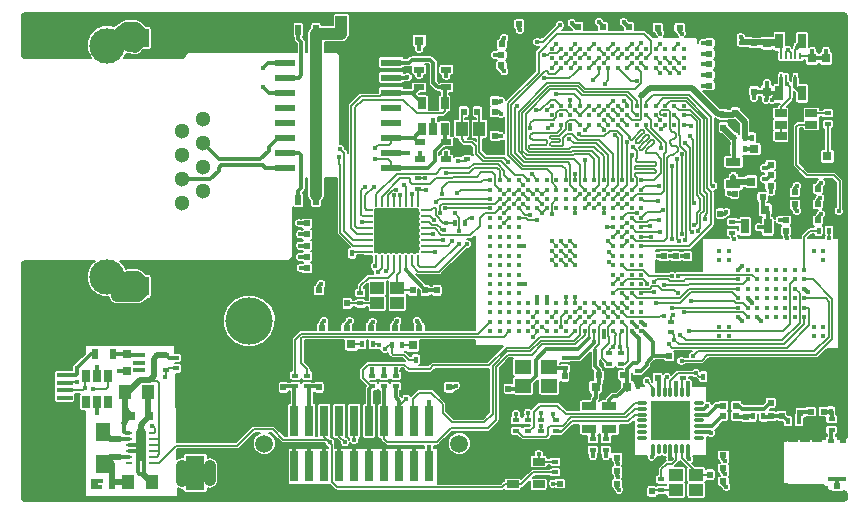
<source format=gbr>
G04 #@! TF.FileFunction,Copper,L1,Top,Signal*
%FSLAX46Y46*%
G04 Gerber Fmt 4.6, Leading zero omitted, Abs format (unit mm)*
G04 Created by KiCad (PCBNEW 4.0.2-stable) date 2016-03-27 18:32:18*
%MOMM*%
G01*
G04 APERTURE LIST*
%ADD10C,0.100000*%
%ADD11O,0.850000X0.300000*%
%ADD12O,0.300000X0.850000*%
%ADD13R,1.675000X1.675000*%
%ADD14C,1.300000*%
%ADD15C,3.000000*%
%ADD16R,0.740000X2.550000*%
%ADD17C,1.500000*%
%ADD18R,1.780000X0.620000*%
%ADD19R,1.000760X0.690880*%
%ADD20R,0.600000X0.400000*%
%ADD21C,0.429260*%
%ADD22R,0.500000X0.600000*%
%ADD23R,0.600000X0.500000*%
%ADD24R,0.800000X0.750000*%
%ADD25R,0.750000X0.800000*%
%ADD26R,1.000000X1.250000*%
%ADD27R,0.797560X0.797560*%
%ADD28R,0.500000X0.900000*%
%ADD29R,0.400000X0.600000*%
%ADD30R,0.650000X1.060000*%
%ADD31R,0.508000X0.304800*%
%ADD32R,1.200000X1.000000*%
%ADD33R,1.600200X2.999740*%
%ADD34R,1.350000X0.400000*%
%ADD35C,1.250000*%
%ADD36C,1.550000*%
%ADD37C,0.400000*%
%ADD38C,0.398780*%
%ADD39R,0.250000X0.700000*%
%ADD40R,0.700000X0.250000*%
%ADD41R,1.725000X1.725000*%
%ADD42R,1.300000X0.700000*%
%ADD43R,0.700000X1.300000*%
%ADD44R,0.200000X0.650000*%
%ADD45R,0.200000X0.550000*%
%ADD46R,1.000000X1.600000*%
%ADD47R,0.900000X0.500000*%
%ADD48R,1.400000X1.200000*%
%ADD49R,0.500000X0.280000*%
%ADD50R,0.250000X0.600000*%
%ADD51R,0.900000X2.300000*%
%ADD52R,1.200000X1.500000*%
%ADD53R,1.060000X0.650000*%
%ADD54R,1.600000X0.400000*%
%ADD55C,4.000000*%
%ADD56C,0.300000*%
%ADD57C,0.150000*%
%ADD58C,0.500000*%
%ADD59C,1.000000*%
G04 APERTURE END LIST*
D10*
D11*
X177317951Y-113355283D03*
X177317951Y-113855283D03*
X177317951Y-114355283D03*
X177317951Y-114855283D03*
X177317951Y-115355283D03*
X177317951Y-115855283D03*
X177317951Y-116355283D03*
D12*
X178267951Y-117305283D03*
X178767951Y-117305283D03*
X179267951Y-117305283D03*
X179767951Y-117305283D03*
X180267951Y-117305283D03*
X180767951Y-117305283D03*
X181267951Y-117305283D03*
D11*
X182217951Y-116355283D03*
X182217951Y-115855283D03*
X182217951Y-115355283D03*
X182217951Y-114855283D03*
X182217951Y-114355283D03*
X182217951Y-113855283D03*
X182217951Y-113355283D03*
D12*
X181267951Y-112405283D03*
X180767951Y-112405283D03*
X180267951Y-112405283D03*
X179767951Y-112405283D03*
X179267951Y-112405283D03*
X178767951Y-112405283D03*
X178267951Y-112405283D03*
D13*
X180605451Y-115692783D03*
X180605451Y-114017783D03*
X178930451Y-115692783D03*
X178930451Y-114017783D03*
D14*
X138400000Y-96480000D03*
X140180000Y-95460000D03*
X138400000Y-94440000D03*
X140180000Y-93420000D03*
X138400000Y-92400000D03*
X140180000Y-91380000D03*
X138400000Y-90360000D03*
X140180000Y-89340000D03*
D15*
X132090000Y-102710000D03*
X132090000Y-83110000D03*
D16*
X147910000Y-118710000D03*
X147910000Y-114900000D03*
X149180000Y-118710000D03*
X149180000Y-114900000D03*
X150450000Y-118710000D03*
X150450000Y-114900000D03*
X151720000Y-118710000D03*
X151720000Y-114900000D03*
X152990000Y-118710000D03*
X152990000Y-114900000D03*
X154260000Y-118710000D03*
X154260000Y-114900000D03*
X155530000Y-118710000D03*
X155530000Y-114900000D03*
X156800000Y-118710000D03*
X156800000Y-114900000D03*
X158070000Y-118710000D03*
X158070000Y-114900000D03*
X159340000Y-118710000D03*
X159340000Y-114900000D03*
D17*
X161880000Y-116805000D03*
X145370000Y-116805000D03*
D18*
X156110000Y-93445000D03*
X156110000Y-92175000D03*
X156110000Y-90905000D03*
X156110000Y-89635000D03*
X156110000Y-88365000D03*
X156110000Y-87095000D03*
X156110000Y-85825000D03*
X156110000Y-84555000D03*
X147090000Y-84555000D03*
X147090000Y-85825000D03*
X147090000Y-87095000D03*
X147090000Y-88365000D03*
X147090000Y-89635000D03*
X147090000Y-90905000D03*
X147090000Y-92175000D03*
X147090000Y-93445000D03*
D19*
X191700480Y-90749960D03*
X191700480Y-89800000D03*
X191700480Y-88850040D03*
X189099520Y-88850040D03*
X189099520Y-89800000D03*
X189099520Y-90749960D03*
D20*
X175600000Y-109150000D03*
X175600000Y-110050000D03*
D21*
X164501740Y-94501740D03*
X165301840Y-94501740D03*
X166101940Y-94501740D03*
X166902040Y-94501740D03*
X167702140Y-94501740D03*
X168502240Y-94501740D03*
X169302340Y-94501740D03*
X170102440Y-94501740D03*
X170900000Y-94501740D03*
X171697560Y-94501740D03*
X172497660Y-94501740D03*
X173297760Y-94501740D03*
X174097860Y-94501740D03*
X174897960Y-94501740D03*
X175698060Y-94501740D03*
X176498160Y-94501740D03*
X177298260Y-94501740D03*
X164501740Y-95301840D03*
X165301840Y-95301840D03*
X166101940Y-95301840D03*
X166902040Y-95301840D03*
X167702140Y-95301840D03*
X168502240Y-95301840D03*
X169302340Y-95301840D03*
X170102440Y-95301840D03*
X170900000Y-95301840D03*
X171697560Y-95301840D03*
X172497660Y-95301840D03*
X173297760Y-95301840D03*
X174097860Y-95301840D03*
X174897960Y-95301840D03*
X175698060Y-95301840D03*
X176498160Y-95301840D03*
X177298260Y-95301840D03*
X164501740Y-96101940D03*
X165301840Y-96101940D03*
X166101940Y-96101940D03*
X166902040Y-96101940D03*
X167702140Y-96101940D03*
X168502240Y-96101940D03*
X169302340Y-96101940D03*
X170102440Y-96101940D03*
X170900000Y-96101940D03*
X171697560Y-96101940D03*
X172497660Y-96101940D03*
X173297760Y-96101940D03*
X174097860Y-96101940D03*
X174897960Y-96101940D03*
X175698060Y-96101940D03*
X176498160Y-96101940D03*
X177298260Y-96101940D03*
X164501740Y-96902040D03*
X165301840Y-96902040D03*
X166101940Y-96902040D03*
X166902040Y-96902040D03*
X167702140Y-96902040D03*
X168502240Y-96902040D03*
X169302340Y-96902040D03*
X170102440Y-96902040D03*
X170900000Y-96902040D03*
X171697560Y-96902040D03*
X172497660Y-96902040D03*
X173297760Y-96902040D03*
X174097860Y-96902040D03*
X174897960Y-96902040D03*
X175698060Y-96902040D03*
X176498160Y-96902040D03*
X177298260Y-96902040D03*
X164501740Y-97702140D03*
X165301840Y-97702140D03*
X166101940Y-97702140D03*
X166902040Y-97702140D03*
X174897960Y-97702140D03*
X175698060Y-97702140D03*
X176498160Y-97702140D03*
X177298260Y-97702140D03*
X164501740Y-98502240D03*
X165301840Y-98502240D03*
X166101940Y-98502240D03*
X166902040Y-98502240D03*
X174897960Y-98502240D03*
X175698060Y-98502240D03*
X176498160Y-98502240D03*
X177298260Y-98502240D03*
X164501740Y-99302340D03*
X165301840Y-99302340D03*
X166101940Y-99302340D03*
X166902040Y-99302340D03*
X174897960Y-99302340D03*
X175698060Y-99302340D03*
X176498160Y-99302340D03*
X177298260Y-99302340D03*
X164501740Y-100102440D03*
X165301840Y-100102440D03*
X166101940Y-100102440D03*
X166902040Y-100102440D03*
X170102440Y-100102440D03*
X170900000Y-100102440D03*
X171697560Y-100102440D03*
X174897960Y-100102440D03*
X175698060Y-100102440D03*
X176498160Y-100102440D03*
X177298260Y-100102440D03*
X164501740Y-100900000D03*
X165301840Y-100900000D03*
X166101940Y-100900000D03*
X166902040Y-100900000D03*
X170102440Y-100900000D03*
X170900000Y-100900000D03*
X171697560Y-100900000D03*
X174897960Y-100900000D03*
X175698060Y-100900000D03*
X176498160Y-100900000D03*
X177298260Y-100900000D03*
X164501740Y-101697560D03*
X165301840Y-101697560D03*
X166101940Y-101697560D03*
X166902040Y-101697560D03*
X170102440Y-101697560D03*
X170900000Y-101697560D03*
X171697560Y-101697560D03*
X174897960Y-101697560D03*
X175698060Y-101697560D03*
X176498160Y-101697560D03*
X177298260Y-101697560D03*
X164501740Y-102497660D03*
X165301840Y-102497660D03*
X166101940Y-102497660D03*
X166902040Y-102497660D03*
X174897960Y-102497660D03*
X175698060Y-102497660D03*
X176498160Y-102497660D03*
X177298260Y-102497660D03*
X164501740Y-103297760D03*
X165301840Y-103297760D03*
X166101940Y-103297760D03*
X166902040Y-103297760D03*
X174897960Y-103297760D03*
X175698060Y-103297760D03*
X176498160Y-103297760D03*
X177298260Y-103297760D03*
X164501740Y-104097860D03*
X165301840Y-104097860D03*
X166101940Y-104097860D03*
X166902040Y-104097860D03*
X174897960Y-104097860D03*
X175698060Y-104097860D03*
X176498160Y-104097860D03*
X177298260Y-104097860D03*
X164501740Y-104897960D03*
X165301840Y-104897960D03*
X166101940Y-104897960D03*
X166902040Y-104897960D03*
X167702140Y-104897960D03*
X168502240Y-104897960D03*
X169302340Y-104897960D03*
X170102440Y-104897960D03*
X170900000Y-104897960D03*
X171697560Y-104897960D03*
X172497660Y-104897960D03*
X173297760Y-104897960D03*
X174097860Y-104897960D03*
X174897960Y-104897960D03*
X175698060Y-104897960D03*
X176498160Y-104897960D03*
X177298260Y-104897960D03*
X164501740Y-105698060D03*
X165301840Y-105698060D03*
X166101940Y-105698060D03*
X166902040Y-105698060D03*
X167702140Y-105698060D03*
X168502240Y-105698060D03*
X169302340Y-105698060D03*
X170102440Y-105698060D03*
X170900000Y-105698060D03*
X171697560Y-105698060D03*
X172497660Y-105698060D03*
X173297760Y-105698060D03*
X174097860Y-105698060D03*
X174897960Y-105698060D03*
X175698060Y-105698060D03*
X176498160Y-105698060D03*
X177298260Y-105698060D03*
X164501740Y-106498160D03*
X165301840Y-106498160D03*
X166101940Y-106498160D03*
X166902040Y-106498160D03*
X167702140Y-106498160D03*
X168502240Y-106498160D03*
X169302340Y-106498160D03*
X170102440Y-106498160D03*
X170900000Y-106498160D03*
X171697560Y-106498160D03*
X172497660Y-106498160D03*
X173297760Y-106498160D03*
X174097860Y-106498160D03*
X174897960Y-106498160D03*
X175698060Y-106498160D03*
X176498160Y-106498160D03*
X177298260Y-106498160D03*
X164501740Y-107298260D03*
X165301840Y-107298260D03*
X166101940Y-107298260D03*
X166902040Y-107298260D03*
X167702140Y-107298260D03*
X168502240Y-107298260D03*
X169302340Y-107298260D03*
X170102440Y-107298260D03*
X170900000Y-107298260D03*
X171697560Y-107298260D03*
X172497660Y-107298260D03*
X173297760Y-107298260D03*
X174097860Y-107298260D03*
X174897960Y-107298260D03*
X175698060Y-107298260D03*
X176498160Y-107298260D03*
X177298260Y-107298260D03*
D22*
X179200000Y-100950000D03*
X179200000Y-102050000D03*
D23*
X192250000Y-96550000D03*
X193350000Y-96550000D03*
X156450000Y-107000000D03*
X157550000Y-107000000D03*
D22*
X180200000Y-100950000D03*
X180200000Y-102050000D03*
D23*
X190300000Y-96550000D03*
X191400000Y-96550000D03*
D22*
X181200000Y-100950000D03*
X181200000Y-102050000D03*
D23*
X192250000Y-95250000D03*
X193350000Y-95250000D03*
D22*
X185200000Y-95650000D03*
X185200000Y-96750000D03*
D23*
X154400000Y-107000000D03*
X155500000Y-107000000D03*
D24*
X176100000Y-112000000D03*
X174600000Y-112000000D03*
X187775000Y-97000000D03*
X186275000Y-97000000D03*
X173450000Y-112000000D03*
X171950000Y-112000000D03*
D23*
X166950000Y-81300000D03*
X168050000Y-81300000D03*
X152350000Y-107000000D03*
X153450000Y-107000000D03*
X175750000Y-111000000D03*
X174650000Y-111000000D03*
X187575000Y-95925000D03*
X186475000Y-95925000D03*
X173725000Y-111025000D03*
X172625000Y-111025000D03*
X150300000Y-107000000D03*
X151400000Y-107000000D03*
D22*
X164900000Y-87850000D03*
X164900000Y-86750000D03*
D23*
X190300000Y-95550000D03*
X191400000Y-95550000D03*
X158500000Y-107000000D03*
X159600000Y-107000000D03*
D22*
X179650000Y-109400000D03*
X179650000Y-110500000D03*
X170800000Y-111125000D03*
X170800000Y-112225000D03*
X166050000Y-112175000D03*
X166050000Y-111075000D03*
X178200000Y-120850000D03*
X178200000Y-119750000D03*
X183100000Y-119450000D03*
X183100000Y-120550000D03*
D25*
X133750000Y-109200000D03*
X133750000Y-110700000D03*
D23*
X185317951Y-114505283D03*
X184217951Y-114505283D03*
X185317951Y-113605283D03*
X184217951Y-113605283D03*
D24*
X134100000Y-114450000D03*
X135600000Y-114450000D03*
D22*
X186167951Y-114555283D03*
X186167951Y-115655283D03*
D26*
X133550000Y-112450000D03*
X135550000Y-112450000D03*
D22*
X188267951Y-114455283D03*
X188267951Y-113355283D03*
D25*
X192943670Y-84203360D03*
X192943670Y-85703360D03*
D22*
X189167951Y-114455283D03*
X189167951Y-113355283D03*
X190767951Y-114205283D03*
X190767951Y-113105283D03*
D23*
X192750000Y-114100000D03*
X191650000Y-114100000D03*
D22*
X193894717Y-120417951D03*
X193894717Y-121517951D03*
D25*
X187943670Y-82903360D03*
X187943670Y-84403360D03*
X187943670Y-87003360D03*
X187943670Y-85503360D03*
D26*
X133850000Y-120050000D03*
X135850000Y-120050000D03*
D22*
X186843670Y-82903360D03*
X186843670Y-84003360D03*
X186843670Y-87003360D03*
X186843670Y-85903360D03*
D25*
X191743670Y-84203360D03*
X191743670Y-85703360D03*
D27*
X191550700Y-92500000D03*
X193049300Y-92500000D03*
D28*
X131050000Y-109200000D03*
X132550000Y-109200000D03*
X132500000Y-120200000D03*
X131000000Y-120200000D03*
D20*
X187267951Y-113855283D03*
X187267951Y-112955283D03*
D29*
X186717951Y-114505283D03*
X187617951Y-114505283D03*
X189717951Y-114905283D03*
X190617951Y-114905283D03*
X193350000Y-114100000D03*
X194250000Y-114100000D03*
D20*
X193400000Y-114750000D03*
X193400000Y-115650000D03*
X193100000Y-89750000D03*
X193100000Y-88850000D03*
X180800000Y-111250000D03*
X180800000Y-110350000D03*
X167700000Y-114850000D03*
X167700000Y-115750000D03*
X166700000Y-114850000D03*
X166700000Y-115750000D03*
X168800000Y-114850000D03*
X168800000Y-115750000D03*
X170100000Y-114850000D03*
X170100000Y-115750000D03*
X179000000Y-120750000D03*
X179000000Y-119850000D03*
D29*
X182550000Y-111150000D03*
X183450000Y-111150000D03*
D20*
X137900000Y-109550000D03*
X137900000Y-110450000D03*
D30*
X132150000Y-111100000D03*
X131200000Y-111100000D03*
X130250000Y-111100000D03*
X130250000Y-113300000D03*
X132150000Y-113300000D03*
X131200000Y-113300000D03*
D31*
X135034000Y-109315000D03*
X135034000Y-110585000D03*
X137066000Y-109315000D03*
X135034000Y-109950000D03*
X137066000Y-110585000D03*
D32*
X180250000Y-120750000D03*
X181950000Y-120750000D03*
X181950000Y-119450000D03*
X180250000Y-119450000D03*
D22*
X184250000Y-90050000D03*
X184250000Y-88950000D03*
X185250000Y-88800000D03*
X185250000Y-87700000D03*
D23*
X183050000Y-82900000D03*
X184150000Y-82900000D03*
X165500000Y-83000000D03*
X166600000Y-83000000D03*
D24*
X186850000Y-91900000D03*
X188350000Y-91900000D03*
D23*
X183050000Y-86500000D03*
X184150000Y-86500000D03*
X183050000Y-85600000D03*
X184150000Y-85600000D03*
X183050000Y-83800000D03*
X184150000Y-83800000D03*
D25*
X186600000Y-94650000D03*
X186600000Y-93150000D03*
D23*
X165450000Y-83900000D03*
X166550000Y-83900000D03*
X183050000Y-84700000D03*
X184150000Y-84700000D03*
X178700000Y-81600000D03*
X179800000Y-81600000D03*
X180550000Y-81600000D03*
X181650000Y-81600000D03*
X165450000Y-84800000D03*
X166550000Y-84800000D03*
X189550000Y-97900000D03*
X190650000Y-97900000D03*
X189550000Y-98800000D03*
X190650000Y-98800000D03*
X192250000Y-97900000D03*
X193350000Y-97900000D03*
D20*
X179850000Y-106500000D03*
X179850000Y-107400000D03*
D29*
X193200000Y-98800000D03*
X192300000Y-98800000D03*
D20*
X174300000Y-116450000D03*
X174300000Y-117350000D03*
X185000000Y-98050000D03*
X185000000Y-98950000D03*
X173200000Y-116450000D03*
X173200000Y-117350000D03*
X177000000Y-110650000D03*
X177000000Y-111550000D03*
X170800000Y-110450000D03*
X170800000Y-109550000D03*
D29*
X185150000Y-90900000D03*
X186050000Y-90900000D03*
X186650000Y-90900000D03*
X187550000Y-90900000D03*
X185150000Y-91900000D03*
X186050000Y-91900000D03*
D33*
X139550000Y-119299640D03*
X139550000Y-114900360D03*
D34*
X128462540Y-110999100D03*
X128462540Y-111649100D03*
X128462540Y-112299100D03*
X128462540Y-112949100D03*
X128462540Y-113599100D03*
D35*
X128462540Y-109799100D03*
X128462540Y-114799100D03*
D36*
X125762540Y-108799100D03*
X125762540Y-115799100D03*
D37*
X192700000Y-100500000D03*
X192700000Y-101300000D03*
X192700000Y-106900000D03*
X192700000Y-107700000D03*
X191900000Y-100500000D03*
X191900000Y-106900000D03*
X191900000Y-107700000D03*
X191100000Y-102100000D03*
X191100000Y-102900000D03*
X191100000Y-103700000D03*
X191100000Y-104500000D03*
X191100000Y-105300000D03*
X191100000Y-106100000D03*
X190300000Y-102100000D03*
X190300000Y-102900000D03*
X190300000Y-103700000D03*
X190300000Y-104500000D03*
X190300000Y-105300000D03*
X190300000Y-106100000D03*
X189500000Y-102100000D03*
X189500000Y-102900000D03*
X189500000Y-103700000D03*
X189500000Y-104500000D03*
X189500000Y-105300000D03*
X189500000Y-106100000D03*
X188700000Y-102100000D03*
X188700000Y-102900000D03*
X188700000Y-103700000D03*
X188700000Y-104500000D03*
X188700000Y-105300000D03*
X188700000Y-106100000D03*
X187900000Y-102100000D03*
X187900000Y-102900000D03*
X187900000Y-103700000D03*
X187900000Y-104500000D03*
X187900000Y-105300000D03*
X187900000Y-106100000D03*
X187100000Y-102100000D03*
X187100000Y-102900000D03*
X187100000Y-103700000D03*
X187100000Y-104500000D03*
X187100000Y-105300000D03*
X187100000Y-106100000D03*
X186300000Y-102100000D03*
X186300000Y-102900000D03*
X186300000Y-103700000D03*
X186300000Y-104500000D03*
X186300000Y-105300000D03*
X186300000Y-106100000D03*
X185500000Y-102100000D03*
X185500000Y-102900000D03*
X185500000Y-103700000D03*
X185500000Y-104500000D03*
X185500000Y-105300000D03*
X185500000Y-106100000D03*
X184700000Y-100500000D03*
X184700000Y-101300000D03*
X184700000Y-106900000D03*
X184700000Y-107700000D03*
X183900000Y-100500000D03*
X183900000Y-101300000D03*
X183900000Y-106900000D03*
X183900000Y-107700000D03*
D38*
X169699300Y-89800400D03*
X169699300Y-89000300D03*
X169699300Y-88200200D03*
X169699300Y-84999800D03*
X169699300Y-84199700D03*
X169699300Y-83399600D03*
X170499400Y-89800400D03*
X171299500Y-89800400D03*
X172099600Y-89800400D03*
X172897160Y-89800400D03*
X173697260Y-89800400D03*
X174497360Y-89800400D03*
X175297460Y-89800400D03*
X175297460Y-89000300D03*
X175297460Y-88200200D03*
X175300000Y-85002340D03*
X175300000Y-84202240D03*
X175300000Y-83402140D03*
X174499900Y-83402140D03*
X173699800Y-83402140D03*
X172899700Y-83402140D03*
X172102140Y-83402140D03*
X171302040Y-83402140D03*
X170501940Y-83402140D03*
X172099600Y-88200200D03*
X172897160Y-88200200D03*
X172899700Y-85002340D03*
X172102140Y-85002340D03*
X171302040Y-85002340D03*
X171299500Y-88200200D03*
X171299500Y-89000300D03*
X172099600Y-89000300D03*
X172897160Y-89000300D03*
X173697260Y-89000300D03*
X174497360Y-89000300D03*
X174497360Y-88200200D03*
X173697260Y-88200200D03*
X173699800Y-85002340D03*
X174499900Y-85002340D03*
X174499900Y-84202240D03*
X173699800Y-84202240D03*
X172899700Y-84202240D03*
X172102140Y-84202240D03*
X171302040Y-84202240D03*
X170501940Y-84202240D03*
X170501940Y-85002340D03*
X170499400Y-88200200D03*
X170499400Y-89000300D03*
X180900700Y-89800400D03*
X180900700Y-83399600D03*
X176100100Y-89800400D03*
X176100100Y-89000300D03*
X176100100Y-88200200D03*
X176100100Y-84999800D03*
X176100100Y-84199700D03*
X176100100Y-83399600D03*
X176900200Y-89800400D03*
X176900200Y-89000300D03*
X176900200Y-88200200D03*
X176900200Y-84999800D03*
X176900200Y-84199700D03*
X176900200Y-83399600D03*
X177700300Y-89800400D03*
X177700300Y-89000300D03*
X177700300Y-88200200D03*
X177700300Y-84999800D03*
X177700300Y-84199700D03*
X177700300Y-83399600D03*
X178500400Y-89800400D03*
X178500400Y-89000300D03*
X178500400Y-88200200D03*
X178500400Y-84999800D03*
X178500400Y-84199700D03*
X178500400Y-83399600D03*
X179300500Y-89800400D03*
X179300500Y-89000300D03*
X179300500Y-88200200D03*
X179300500Y-84999800D03*
X179300500Y-84199700D03*
X179300500Y-83399600D03*
X180100600Y-89800400D03*
X180100600Y-89000300D03*
X180100600Y-88200200D03*
X180100600Y-84999800D03*
X180100600Y-84199700D03*
X180100600Y-83399600D03*
X180900700Y-89000300D03*
X180900700Y-88200200D03*
X180900700Y-84999800D03*
X180900700Y-84199700D03*
D39*
X154850000Y-101200000D03*
X155350000Y-101200000D03*
X155850000Y-101200000D03*
X156350000Y-101200000D03*
X156850000Y-101200000D03*
X157350000Y-101200000D03*
X157850000Y-101200000D03*
X158350000Y-101200000D03*
D40*
X159000000Y-100550000D03*
X159000000Y-100050000D03*
X159000000Y-99550000D03*
X159000000Y-99050000D03*
X159000000Y-98550000D03*
X159000000Y-98050000D03*
X159000000Y-97550000D03*
X159000000Y-97050000D03*
D39*
X158350000Y-96400000D03*
X157850000Y-96400000D03*
X157350000Y-96400000D03*
X156850000Y-96400000D03*
X156350000Y-96400000D03*
X155850000Y-96400000D03*
X155350000Y-96400000D03*
X154850000Y-96400000D03*
D40*
X154200000Y-97050000D03*
X154200000Y-97550000D03*
X154200000Y-98050000D03*
X154200000Y-98550000D03*
X154200000Y-99050000D03*
X154200000Y-99550000D03*
X154200000Y-100050000D03*
X154200000Y-100550000D03*
D41*
X157462500Y-97937500D03*
X155737500Y-97937500D03*
X157462500Y-99662500D03*
X155737500Y-99662500D03*
D42*
X174600000Y-115550000D03*
X174600000Y-113650000D03*
D43*
X186100000Y-98425000D03*
X188000000Y-98425000D03*
D42*
X172900000Y-115550000D03*
X172900000Y-113650000D03*
D43*
X190893670Y-87153360D03*
X188993670Y-87153360D03*
X190893670Y-82753360D03*
X188993670Y-82753360D03*
D42*
X185100000Y-94850000D03*
X185100000Y-92950000D03*
D44*
X189143670Y-85828360D03*
D45*
X189543670Y-85878360D03*
X189943670Y-85878360D03*
X190343670Y-85878360D03*
X190743670Y-85878360D03*
X190743670Y-84028360D03*
X190343670Y-84028360D03*
X189943670Y-84028360D03*
X189543670Y-84028360D03*
X189143670Y-84028360D03*
D23*
X184250000Y-117800000D03*
X185350000Y-117800000D03*
X175250000Y-119100000D03*
X176350000Y-119100000D03*
X175250000Y-120200000D03*
X176350000Y-120200000D03*
X184250000Y-120000000D03*
X185350000Y-120000000D03*
X175250000Y-118000000D03*
X176350000Y-118000000D03*
D22*
X178700000Y-111250000D03*
X178700000Y-110150000D03*
D23*
X184250000Y-118900000D03*
X185350000Y-118900000D03*
D22*
X164900000Y-90750000D03*
X164900000Y-91850000D03*
X164900000Y-88750000D03*
X164900000Y-89850000D03*
X184000000Y-97350000D03*
X184000000Y-96250000D03*
D23*
X171950000Y-81500000D03*
X173050000Y-81500000D03*
X174050000Y-81500000D03*
X175150000Y-81500000D03*
X176250000Y-81500000D03*
X177350000Y-81500000D03*
X188250000Y-94100000D03*
X189350000Y-94100000D03*
X188250000Y-93200000D03*
X189350000Y-93200000D03*
X188250000Y-95000000D03*
X189350000Y-95000000D03*
X149000000Y-100050000D03*
X150100000Y-100050000D03*
X150000000Y-103850000D03*
X151100000Y-103850000D03*
X149000000Y-101000000D03*
X150100000Y-101000000D03*
X149000000Y-101950000D03*
X150100000Y-101950000D03*
X149000000Y-99100000D03*
X150100000Y-99100000D03*
X149000000Y-98150000D03*
X150100000Y-98150000D03*
D22*
X157950000Y-103850000D03*
X157950000Y-104950000D03*
X152400000Y-104950000D03*
X152400000Y-103850000D03*
D24*
X158500000Y-82700000D03*
X160000000Y-82700000D03*
D22*
X159000000Y-103850000D03*
X159000000Y-104950000D03*
X160000000Y-103850000D03*
X160000000Y-104950000D03*
D46*
X151900000Y-81400000D03*
X154900000Y-81400000D03*
X135100000Y-103500000D03*
X138100000Y-103500000D03*
X135100000Y-82500000D03*
X138100000Y-82500000D03*
D29*
X152800000Y-100700000D03*
X151900000Y-100700000D03*
D47*
X160800000Y-92750000D03*
X160800000Y-91250000D03*
D20*
X153500000Y-104050000D03*
X153500000Y-104950000D03*
D47*
X158600000Y-92750000D03*
X158600000Y-91250000D03*
X158500000Y-85150000D03*
X158500000Y-86650000D03*
X160800000Y-85150000D03*
X160800000Y-86650000D03*
D28*
X149750000Y-96200000D03*
X148250000Y-96200000D03*
X149750000Y-81800000D03*
X148250000Y-81800000D03*
D32*
X154950000Y-104950000D03*
X156650000Y-104950000D03*
X156650000Y-103650000D03*
X154950000Y-103650000D03*
D30*
X160650000Y-88000000D03*
X159700000Y-88000000D03*
X158750000Y-88000000D03*
X158750000Y-90200000D03*
X160650000Y-90200000D03*
X159700000Y-90200000D03*
D29*
X161500000Y-98100000D03*
X162400000Y-98100000D03*
D20*
X158350000Y-95250000D03*
X158350000Y-94350000D03*
X162550000Y-92750000D03*
X162550000Y-91850000D03*
D48*
X169500000Y-110325000D03*
X167300000Y-110325000D03*
X167300000Y-111925000D03*
X169500000Y-111925000D03*
D49*
X133950000Y-115950000D03*
X133950000Y-116450000D03*
X133950000Y-116950000D03*
X133950000Y-117450000D03*
X133950000Y-117950000D03*
X133950000Y-118450000D03*
X135850000Y-118450000D03*
X135850000Y-117950000D03*
X135850000Y-117450000D03*
X135850000Y-116950000D03*
X135850000Y-116450000D03*
X135850000Y-115950000D03*
D37*
X134900000Y-116500000D03*
X134900000Y-117900000D03*
X134900000Y-117200000D03*
D50*
X135150000Y-118600000D03*
X134650000Y-118600000D03*
X135150000Y-115800000D03*
X134650000Y-115800000D03*
D51*
X134900000Y-117200000D03*
D52*
X131750000Y-115850000D03*
X131750000Y-118550000D03*
D22*
X162275000Y-88700000D03*
X162275000Y-87600000D03*
X163425000Y-88700000D03*
X163425000Y-87600000D03*
D26*
X162075000Y-90150000D03*
X163575000Y-90150000D03*
D22*
X161000000Y-112050000D03*
X161000000Y-110950000D03*
X150000000Y-112050000D03*
X150000000Y-110950000D03*
X147000000Y-112050000D03*
X147000000Y-110950000D03*
D29*
X154550000Y-108400000D03*
X153650000Y-108400000D03*
X156150000Y-108500000D03*
X157050000Y-108500000D03*
X158200000Y-109700000D03*
X159100000Y-109700000D03*
D20*
X156500000Y-111050000D03*
X156500000Y-111950000D03*
X155500000Y-111050000D03*
X155500000Y-111950000D03*
X154500000Y-111050000D03*
X154500000Y-111950000D03*
X149000000Y-111950000D03*
X149000000Y-111050000D03*
X148000000Y-111950000D03*
X148000000Y-111050000D03*
X174600000Y-109150000D03*
X174600000Y-110050000D03*
X170000000Y-118350000D03*
X170000000Y-119250000D03*
D53*
X166400000Y-118350000D03*
X166400000Y-119300000D03*
X166400000Y-120250000D03*
X168600000Y-120250000D03*
X168600000Y-118350000D03*
D23*
X170400000Y-120200000D03*
X171500000Y-120200000D03*
D27*
X151250700Y-108400000D03*
X152749300Y-108400000D03*
X159449300Y-108500000D03*
X157950700Y-108500000D03*
D20*
X194394717Y-116567951D03*
X193394717Y-116567951D03*
D54*
X193894717Y-119767951D03*
D55*
X144100000Y-106450000D03*
D37*
X185150000Y-99450000D03*
X174500000Y-99650000D03*
X187950000Y-86300000D03*
X186850000Y-87550000D03*
X187850000Y-87700000D03*
X188350000Y-87700000D03*
X187700000Y-93500000D03*
X187700000Y-94400000D03*
X188300000Y-95500000D03*
X180700000Y-100900000D03*
X179700000Y-100900000D03*
X178700000Y-100900000D03*
X170500000Y-101300000D03*
X169700000Y-101300000D03*
X188000000Y-120000000D03*
X188000000Y-119000000D03*
X188000000Y-118000000D03*
X188000000Y-117000000D03*
X188500000Y-116000000D03*
X187500000Y-116000000D03*
X186500000Y-117000000D03*
X186500000Y-118500000D03*
X186500000Y-120000000D03*
X185500000Y-111000000D03*
X187000000Y-111000000D03*
X188500000Y-111000000D03*
X190000000Y-111000000D03*
X191500000Y-111000000D03*
X193000000Y-111000000D03*
X193000000Y-110000000D03*
X192000000Y-110000000D03*
X191000000Y-110000000D03*
X190000000Y-110000000D03*
X189000000Y-110000000D03*
X188000000Y-110000000D03*
X187000000Y-110000000D03*
X186000000Y-110000000D03*
X185000000Y-110000000D03*
X184000000Y-110000000D03*
X184000000Y-111500000D03*
X184000000Y-112500000D03*
X185000000Y-112500000D03*
X186000000Y-112500000D03*
X188000000Y-112500000D03*
X189000000Y-112500000D03*
X190000000Y-112500000D03*
X191000000Y-112500000D03*
X192000000Y-112500000D03*
X192500000Y-113000000D03*
X193500000Y-113000000D03*
X194500000Y-113000000D03*
X194500000Y-112000000D03*
X194500000Y-111000000D03*
X194500000Y-110000000D03*
X194500000Y-109000000D03*
X194500000Y-108000000D03*
X194500000Y-107000000D03*
X194500000Y-106000000D03*
X194500000Y-105000000D03*
X194500000Y-104000000D03*
X194500000Y-103000000D03*
X194500000Y-102000000D03*
X194500000Y-101000000D03*
X194500000Y-100000000D03*
X194500000Y-99000000D03*
X194500000Y-98000000D03*
X194500000Y-96000000D03*
X194500000Y-95000000D03*
X194500000Y-94000000D03*
X194500000Y-93000000D03*
X194500000Y-92000000D03*
X194500000Y-91000000D03*
X194500000Y-90000000D03*
X194500000Y-89000000D03*
X194500000Y-88000000D03*
X194500000Y-87000000D03*
X194500000Y-86000000D03*
X194500000Y-85000000D03*
X194500000Y-84000000D03*
X194500000Y-83000000D03*
X194500000Y-82000000D03*
X194500000Y-81000000D03*
X194000000Y-80500000D03*
X193000000Y-80500000D03*
X192000000Y-80500000D03*
X191000000Y-80500000D03*
X190000000Y-80500000D03*
X189000000Y-80500000D03*
X188000000Y-80500000D03*
X187000000Y-80500000D03*
X186000000Y-80500000D03*
X185000000Y-80500000D03*
X184000000Y-80500000D03*
X183000000Y-80500000D03*
X182000000Y-80500000D03*
X181000000Y-80500000D03*
X180000000Y-80500000D03*
X179000000Y-80500000D03*
X178000000Y-80500000D03*
X177000000Y-80500000D03*
X176000000Y-80500000D03*
X175000000Y-80500000D03*
X174000000Y-80500000D03*
X173000000Y-80500000D03*
X172000000Y-80500000D03*
X171000000Y-80500000D03*
X170000000Y-80500000D03*
X169000000Y-80500000D03*
X168000000Y-80500000D03*
X167000000Y-80500000D03*
X166000000Y-80500000D03*
X165000000Y-80500000D03*
X164000000Y-80500000D03*
X163000000Y-80500000D03*
X162000000Y-80500000D03*
X161000000Y-80500000D03*
X160000000Y-80500000D03*
X159000000Y-80500000D03*
X158000000Y-80500000D03*
X157000000Y-80500000D03*
X156000000Y-80500000D03*
X151000000Y-80500000D03*
X150000000Y-80500000D03*
X149000000Y-80500000D03*
X148000000Y-80500000D03*
X147000000Y-80500000D03*
X146000000Y-80500000D03*
X145000000Y-80500000D03*
X144000000Y-80500000D03*
X143000000Y-80500000D03*
X142000000Y-80500000D03*
X141000000Y-80500000D03*
X140000000Y-80500000D03*
X139000000Y-80500000D03*
X138000000Y-80500000D03*
X130500000Y-84000000D03*
X129500000Y-84000000D03*
X128500000Y-84000000D03*
X127500000Y-84000000D03*
X126500000Y-84000000D03*
X125500000Y-84000000D03*
X125000000Y-83500000D03*
X125000000Y-82500000D03*
X125000000Y-81500000D03*
X125000000Y-80500000D03*
X126000000Y-80500000D03*
X127000000Y-80500000D03*
X128000000Y-80500000D03*
X129000000Y-80500000D03*
X130000000Y-80500000D03*
X131000000Y-80500000D03*
X132000000Y-80500000D03*
X133000000Y-80500000D03*
X134000000Y-80500000D03*
X135000000Y-80500000D03*
X136000000Y-80500000D03*
X137000000Y-80500000D03*
X147000000Y-101500000D03*
X146000000Y-101500000D03*
X145000000Y-101500000D03*
X144000000Y-101500000D03*
X143000000Y-101500000D03*
X142000000Y-101500000D03*
X141000000Y-101500000D03*
X140000000Y-101500000D03*
X139000000Y-101500000D03*
X138000000Y-101500000D03*
X134000000Y-101500000D03*
X135000000Y-101500000D03*
X136000000Y-101500000D03*
X137000000Y-101500000D03*
X130500000Y-101500000D03*
X129500000Y-101500000D03*
X128500000Y-101500000D03*
X127500000Y-101500000D03*
X126500000Y-101500000D03*
X125500000Y-101500000D03*
X125000000Y-102000000D03*
X125000000Y-103000000D03*
X125000000Y-104000000D03*
X125000000Y-105000000D03*
X125000000Y-106000000D03*
X125000000Y-107000000D03*
X125000000Y-108000000D03*
X125000000Y-110000000D03*
X125000000Y-111000000D03*
X125000000Y-112000000D03*
X125000000Y-113000000D03*
X125000000Y-114000000D03*
X125000000Y-115000000D03*
X125000000Y-116500000D03*
X125000000Y-117500000D03*
X125000000Y-118500000D03*
X125000000Y-119500000D03*
X125000000Y-120500000D03*
X125000000Y-121500000D03*
X126000000Y-121500000D03*
X127000000Y-121500000D03*
X128000000Y-121500000D03*
X129000000Y-121500000D03*
X130000000Y-121500000D03*
X143000000Y-121500000D03*
X144000000Y-121500000D03*
X145000000Y-121500000D03*
X146000000Y-121500000D03*
X147000000Y-121500000D03*
X148000000Y-121500000D03*
X149000000Y-121500000D03*
X150000000Y-121500000D03*
X151000000Y-121500000D03*
X152000000Y-121500000D03*
X153000000Y-121500000D03*
X154000000Y-121500000D03*
X155000000Y-121500000D03*
X156000000Y-121500000D03*
X157000000Y-121500000D03*
X158000000Y-121500000D03*
X159000000Y-121500000D03*
X160000000Y-121500000D03*
X161000000Y-121500000D03*
X162000000Y-121500000D03*
X163000000Y-121500000D03*
X164000000Y-121500000D03*
X165000000Y-121500000D03*
X166000000Y-121500000D03*
X167000000Y-121500000D03*
X168000000Y-121500000D03*
X169000000Y-121500000D03*
X170000000Y-121500000D03*
X171000000Y-121500000D03*
X172000000Y-121500000D03*
X173000000Y-121500000D03*
X174000000Y-121500000D03*
X175000000Y-121500000D03*
X176000000Y-121500000D03*
X177000000Y-121500000D03*
X178000000Y-121500000D03*
X179000000Y-121500000D03*
X183000000Y-121500000D03*
X184000000Y-121500000D03*
X185000000Y-121500000D03*
X186000000Y-121500000D03*
X187000000Y-121500000D03*
X188000000Y-121500000D03*
X189000000Y-121500000D03*
X190000000Y-121500000D03*
X191000000Y-121500000D03*
X192000000Y-121500000D03*
X185250000Y-87000000D03*
X171500000Y-119600000D03*
X191700000Y-91600000D03*
X165400000Y-119400000D03*
X166400000Y-117500000D03*
X129400000Y-113600000D03*
X133100000Y-110700000D03*
X134400000Y-110600000D03*
X134400000Y-110000000D03*
X131200000Y-110300000D03*
X174100000Y-112700000D03*
X150500000Y-108400000D03*
X160200000Y-108500000D03*
X161600000Y-111100000D03*
X150000000Y-110300000D03*
X147000000Y-110300000D03*
X158050000Y-117075000D03*
X156800000Y-117100000D03*
X155525000Y-117050000D03*
X154275000Y-117025000D03*
X152975000Y-117075000D03*
X151750000Y-117125000D03*
X150450000Y-117125000D03*
X149175000Y-117100000D03*
X147900000Y-117075000D03*
X166050000Y-110475000D03*
X170750000Y-112850000D03*
X172825000Y-110350000D03*
X163425000Y-87000000D03*
X162275000Y-87000000D03*
X183450000Y-110600000D03*
X140650000Y-115550000D03*
X140700000Y-114950000D03*
X140650000Y-114300000D03*
X138450000Y-115500000D03*
X138450000Y-114900000D03*
X138500000Y-114350000D03*
X191150000Y-97100000D03*
X191200000Y-95000000D03*
X186850000Y-84600000D03*
X188600000Y-84550000D03*
X188550000Y-85500000D03*
X186850000Y-85350000D03*
X192950000Y-85050000D03*
X191700000Y-85100000D03*
X190750000Y-85300000D03*
X189950000Y-85250000D03*
X193150000Y-94700000D03*
X193150000Y-96000000D03*
X159350000Y-106450000D03*
X157700000Y-106450000D03*
X155400000Y-106500000D03*
X153300000Y-106500000D03*
X151200000Y-106450000D03*
X161900000Y-91850000D03*
X178930451Y-115692783D03*
X180605451Y-115692783D03*
X180605451Y-114017783D03*
X178930451Y-114017783D03*
X155737500Y-99662500D03*
X157462500Y-99662500D03*
X157462500Y-97937500D03*
X155737500Y-97937500D03*
X180200000Y-110400000D03*
X177000000Y-112050000D03*
X168500000Y-104400000D03*
X167450000Y-103300000D03*
X150900000Y-103300000D03*
X150700000Y-101950000D03*
X150700000Y-101000000D03*
X150700000Y-100050000D03*
X150700000Y-99100000D03*
X150750000Y-98150000D03*
X160000000Y-105500000D03*
X159000000Y-105500000D03*
X151400000Y-100550000D03*
X152400000Y-103250000D03*
X157950000Y-105550000D03*
X160000000Y-83400000D03*
X159600000Y-87200000D03*
X154050000Y-82050000D03*
X154050000Y-80950000D03*
X154050000Y-81450000D03*
X137200000Y-104100000D03*
X137200000Y-102900000D03*
X137200000Y-103500000D03*
X137200000Y-83000000D03*
X137200000Y-82000000D03*
X137200000Y-82500000D03*
X189300000Y-95500000D03*
X189900000Y-94100000D03*
X189300000Y-92700000D03*
X167800000Y-81800000D03*
X165300000Y-86800000D03*
X185600000Y-96300000D03*
X176900000Y-81100000D03*
X174700000Y-81200000D03*
X173000000Y-81000000D03*
X184500000Y-96300000D03*
X165400000Y-89700000D03*
X165400000Y-91800000D03*
X188000000Y-90900000D03*
X189100000Y-91900000D03*
X185900000Y-93800000D03*
X181400000Y-110400000D03*
X185100000Y-120500000D03*
X185100000Y-119400000D03*
X185200000Y-118300000D03*
X176200000Y-120700000D03*
X176300000Y-119600000D03*
X176200000Y-118500000D03*
X178200000Y-110200000D03*
X178100000Y-120249998D03*
X183600000Y-120600000D03*
X194300000Y-114600000D03*
X194394717Y-116067951D03*
X189667951Y-113405283D03*
X186667951Y-115605283D03*
X186667951Y-113005283D03*
X191267951Y-113105283D03*
X192394717Y-116467951D03*
X191894717Y-116467951D03*
X191394717Y-116467951D03*
X190894717Y-116467951D03*
X190394717Y-116467951D03*
X189894717Y-116467951D03*
X189394717Y-116467951D03*
X189194717Y-116967951D03*
X189194717Y-117467951D03*
X189194717Y-117967951D03*
X189194717Y-118467951D03*
X189194717Y-118967951D03*
X189194717Y-119467951D03*
X189194717Y-119967951D03*
X189394717Y-120367951D03*
X189894717Y-120367951D03*
X190394717Y-120367951D03*
X190894717Y-120367951D03*
X191394717Y-120367951D03*
X191894717Y-120367951D03*
X192394717Y-120367951D03*
X192894717Y-120567951D03*
X192894717Y-121167951D03*
X193394717Y-121567951D03*
X194394717Y-121567951D03*
X174100000Y-107800000D03*
X176900000Y-106900000D03*
X193200000Y-97500000D03*
X191200000Y-97900000D03*
X190500000Y-99300000D03*
X191400000Y-104000000D03*
X185800000Y-106400000D03*
X185800000Y-101800000D03*
X178700000Y-102000000D03*
X179700000Y-102000000D03*
X180700000Y-102000000D03*
X166300000Y-85300000D03*
X167100000Y-83900000D03*
X166400000Y-82500000D03*
X179700000Y-82100000D03*
X181600000Y-82100000D03*
X184700000Y-82900000D03*
X184700000Y-83800000D03*
X184700000Y-84700000D03*
X184700000Y-85600000D03*
X184200000Y-87000000D03*
X171300000Y-101300000D03*
X171300000Y-100500000D03*
X170500000Y-100500000D03*
X169700000Y-100500000D03*
X169700000Y-99700000D03*
X170500000Y-99700000D03*
X171300000Y-99700000D03*
X168900000Y-97299800D03*
X168900000Y-95700000D03*
X170100000Y-84600000D03*
X170900000Y-83800000D03*
X172500000Y-83800000D03*
X173302040Y-84600000D03*
X175700000Y-83800000D03*
X176500000Y-84600000D03*
X177300000Y-82900000D03*
X180400000Y-83000000D03*
X179000000Y-90200000D03*
X175800000Y-87800000D03*
X169300000Y-88600000D03*
X171700000Y-88600000D03*
X174900000Y-88602840D03*
X174100000Y-88600000D03*
X169800000Y-120200000D03*
X168600000Y-117700000D03*
X174300000Y-117900000D03*
X173200000Y-117900000D03*
X170900000Y-104400000D03*
X161600000Y-111900000D03*
X154500000Y-110500000D03*
X155500000Y-110500000D03*
X156500000Y-110500000D03*
X159350000Y-113250000D03*
X159325000Y-117100000D03*
X131500000Y-120450000D03*
X131550000Y-120000000D03*
X138450000Y-120000000D03*
X138450000Y-119350000D03*
X138450000Y-118700000D03*
X140750000Y-119900000D03*
X140750000Y-118700000D03*
X140750000Y-119300000D03*
X190450000Y-97100000D03*
X190450000Y-95000000D03*
X189650000Y-86400000D03*
X192950000Y-83550000D03*
X191750000Y-83550000D03*
X189700000Y-83500000D03*
X192500000Y-94750000D03*
X192450000Y-96000000D03*
X158300000Y-106450000D03*
X156650000Y-106450000D03*
X154550000Y-106500000D03*
X152600000Y-106450000D03*
X150450000Y-106450000D03*
X163000000Y-97700000D03*
X179950000Y-105900000D03*
X158950000Y-94350000D03*
X153675010Y-98050000D03*
X159650000Y-99050000D03*
X154750000Y-101800000D03*
X169300000Y-104400000D03*
X167400000Y-100100000D03*
X150200000Y-103300000D03*
X148450000Y-101950000D03*
X148400000Y-101000000D03*
X148400000Y-100050000D03*
X148400000Y-99100000D03*
X148350000Y-98150000D03*
X158500000Y-83400000D03*
X157575000Y-92175000D03*
X158600000Y-92200000D03*
X160800000Y-92200000D03*
X159700000Y-89400000D03*
X160800000Y-85700000D03*
X158500000Y-85600000D03*
X157500000Y-85800000D03*
X184500000Y-120500000D03*
X184400000Y-119400000D03*
X184400000Y-118300000D03*
X175400000Y-120700000D03*
X175300000Y-119600000D03*
X175300000Y-118500000D03*
X182867951Y-113605283D03*
X181267951Y-111705283D03*
X180267951Y-111705283D03*
X178167951Y-117905283D03*
X179767951Y-118105283D03*
X181367951Y-118105283D03*
X183167951Y-115905283D03*
X177600000Y-106800000D03*
X192500000Y-97400000D03*
X189000000Y-97900000D03*
X189600000Y-99400000D03*
X193200000Y-99400000D03*
X186700000Y-104900000D03*
X187400000Y-106400000D03*
X174600000Y-101400000D03*
X174600000Y-100600000D03*
X167300000Y-94900000D03*
X168900000Y-96500000D03*
X168100000Y-95700000D03*
X167000000Y-81800000D03*
X165400000Y-87800000D03*
X184700000Y-95600000D03*
X175800000Y-81100000D03*
X173700000Y-81100000D03*
X171400000Y-81200000D03*
X184500000Y-97200000D03*
X165400000Y-88900000D03*
X165400000Y-90800000D03*
X185100000Y-94200000D03*
X185700000Y-82400000D03*
X185700000Y-82900000D03*
X165700000Y-85300000D03*
X164900000Y-83900000D03*
X165700000Y-82500000D03*
X178900000Y-82100000D03*
X180700000Y-82100000D03*
X182500000Y-82900000D03*
X182500000Y-83800000D03*
X182500000Y-84700000D03*
X182500000Y-85600000D03*
X182500000Y-86500000D03*
X181500000Y-89900000D03*
X175700000Y-89400000D03*
X171700000Y-84600000D03*
X171700000Y-83000000D03*
X170100000Y-83000000D03*
X174195312Y-86348252D03*
X173300000Y-83000000D03*
X174900000Y-83000000D03*
X176500000Y-83000000D03*
X178900000Y-83000000D03*
X171300000Y-87700000D03*
X169400000Y-90100000D03*
X171300000Y-90200000D03*
X172500000Y-90300000D03*
X174900000Y-87800000D03*
X174100000Y-89400000D03*
X171700000Y-97300000D03*
X174400000Y-98500000D03*
X174100000Y-97300000D03*
X187228193Y-98503193D03*
X172908129Y-106087691D03*
X165990172Y-92934828D03*
X168000000Y-94000000D03*
X167700000Y-114200000D03*
X168100000Y-106900000D03*
X166700000Y-114300000D03*
X168100000Y-106100000D03*
X168800000Y-114200000D03*
X168900000Y-106900000D03*
X168800000Y-115350002D03*
X177750000Y-111550000D03*
X169800000Y-114300000D03*
X169700000Y-106100000D03*
X170500000Y-106900000D03*
X181924999Y-110874999D03*
X137000000Y-111200000D03*
X135900000Y-115300000D03*
X150900000Y-116700000D03*
X171700000Y-104400000D03*
X179450000Y-111200000D03*
X129500000Y-110400000D03*
X131200000Y-114200000D03*
X173300000Y-88600000D03*
X171700000Y-94000000D03*
X172497660Y-92802340D03*
X173200000Y-86000000D03*
X172000000Y-90600000D03*
X170900000Y-84600000D03*
X176900000Y-86100000D03*
X176500000Y-92400000D03*
X168400000Y-88600000D03*
X166800000Y-88200000D03*
X171700000Y-83800000D03*
X171200000Y-91000000D03*
X174100000Y-83800000D03*
X175100000Y-90700000D03*
X174900000Y-83800000D03*
X176100000Y-91300000D03*
X176600000Y-91700000D03*
X175700000Y-88600000D03*
X183400000Y-95000000D03*
X178800000Y-95000000D03*
X178900000Y-89400000D03*
X169700000Y-97400000D03*
X170400000Y-81400000D03*
X168500000Y-82800000D03*
X177300000Y-84600000D03*
X172100000Y-95700000D03*
X177299900Y-83800000D03*
X172900000Y-95700000D03*
X169100000Y-83900000D03*
X173700000Y-95700000D03*
X170100000Y-87200000D03*
X174500000Y-95700000D03*
X174100000Y-90300000D03*
X175300000Y-95700000D03*
X167900000Y-90100000D03*
X176100000Y-95700000D03*
X178700000Y-96300000D03*
X181800000Y-96400000D03*
X181400000Y-90800000D03*
X180500000Y-85400000D03*
X169100000Y-85900000D03*
X173700000Y-96500000D03*
X175300000Y-96500000D03*
X174100000Y-84600000D03*
X176100000Y-96500000D03*
X174900000Y-89400000D03*
X176900000Y-97291671D03*
X179000000Y-91800000D03*
X178800000Y-97874980D03*
X181800000Y-98300000D03*
X179100000Y-97000000D03*
X182700000Y-97800000D03*
X182100000Y-98800000D03*
X176100000Y-98100000D03*
X178900000Y-98900000D03*
X180700000Y-99100000D03*
X180700000Y-92300000D03*
X179700000Y-85400000D03*
X178000000Y-98400000D03*
X181600000Y-98900000D03*
X181000000Y-91400000D03*
X179700000Y-84600000D03*
X180500000Y-84600000D03*
X175300000Y-98900300D03*
X181000000Y-99600000D03*
X176100000Y-98900000D03*
X178100000Y-99300000D03*
X179900000Y-99500000D03*
X179900000Y-93300000D03*
X178900000Y-85400000D03*
X180500000Y-99700000D03*
X180300000Y-92700000D03*
X178900000Y-84600000D03*
X176100000Y-99700000D03*
X179900000Y-105300000D03*
X179891165Y-102644177D03*
X178400000Y-103100000D03*
X175300000Y-102900000D03*
X180900000Y-105700000D03*
X177812388Y-103275010D03*
X180400000Y-104100000D03*
X180400000Y-102650002D03*
X181500000Y-104700000D03*
X176100000Y-104500000D03*
X178400000Y-104000000D03*
X178500000Y-104900000D03*
X181700000Y-109400000D03*
X173700000Y-105300000D03*
X181324999Y-107275001D03*
X174500000Y-105300000D03*
X180100000Y-108000000D03*
X175300000Y-105300000D03*
X180600000Y-107600000D03*
X176100000Y-105300000D03*
X180700000Y-109800000D03*
X174500000Y-106100000D03*
X179600000Y-108400000D03*
X175300000Y-106100000D03*
X179200000Y-106000000D03*
X179200000Y-103400013D03*
X176500000Y-83800000D03*
X172900000Y-96500000D03*
X145300000Y-86600000D03*
X145300000Y-85000000D03*
X154750000Y-92750000D03*
X151700000Y-92550000D03*
X154750000Y-91750000D03*
X151800000Y-91850000D03*
X162500000Y-99900000D03*
X165700000Y-96500000D03*
X161850000Y-99900000D03*
X166500000Y-96500000D03*
X159850000Y-100550000D03*
X160800000Y-93900000D03*
X167850000Y-97450000D03*
X161250000Y-99700000D03*
X160500000Y-99550000D03*
X165700000Y-97300000D03*
X160450000Y-95650000D03*
X160600000Y-98700000D03*
X160800000Y-98100000D03*
X165700000Y-98100000D03*
X159050000Y-95350000D03*
X165700000Y-95700000D03*
X157850000Y-95700000D03*
X167300000Y-95700000D03*
X161800000Y-92850000D03*
X157200000Y-94900000D03*
X167300000Y-96500000D03*
X160650000Y-96900000D03*
X156900000Y-95750000D03*
X160250000Y-97300000D03*
X156385183Y-95795161D03*
X159900000Y-96350000D03*
X156550000Y-95300000D03*
X154650000Y-95050000D03*
X166500000Y-95700000D03*
X168450000Y-97900000D03*
X153900000Y-95050000D03*
X152200000Y-116700000D03*
X172100000Y-106100000D03*
X153000000Y-116500000D03*
X172100000Y-105300000D03*
X157400000Y-113000000D03*
X171300000Y-106100000D03*
X155100000Y-108500000D03*
X155700000Y-102200000D03*
X155600000Y-108800000D03*
X155000000Y-102300000D03*
X161500000Y-97300000D03*
X161900000Y-98799989D03*
X159782327Y-97917673D03*
X161700000Y-95600000D03*
X130900000Y-112200000D03*
X129500000Y-111600000D03*
X175534828Y-108665172D03*
X130200000Y-112100000D03*
X174900000Y-108600000D03*
X168100000Y-107800000D03*
X194000000Y-97100000D03*
D56*
X179200000Y-100950000D02*
X178750000Y-100950000D01*
X178750000Y-100950000D02*
X178700000Y-100900000D01*
X180200000Y-100950000D02*
X179750000Y-100950000D01*
X179750000Y-100950000D02*
X179700000Y-100900000D01*
X181200000Y-100950000D02*
X180750000Y-100950000D01*
X180750000Y-100950000D02*
X180700000Y-100900000D01*
X188250000Y-95000000D02*
X188250000Y-95450000D01*
X188250000Y-95450000D02*
X188300000Y-95500000D01*
X187700000Y-93500000D02*
X187950000Y-93500000D01*
X187950000Y-93500000D02*
X188250000Y-93200000D01*
X187700000Y-94400000D02*
X187950000Y-94400000D01*
X187950000Y-94400000D02*
X188250000Y-94100000D01*
D57*
X185000000Y-98950000D02*
X185000000Y-99300000D01*
X185000000Y-99300000D02*
X185150000Y-99450000D01*
X174897960Y-100102440D02*
X174897960Y-100047960D01*
X174897960Y-100047960D02*
X174500000Y-99650000D01*
D56*
X187943670Y-87003360D02*
X187943670Y-86306330D01*
X187943670Y-86306330D02*
X187950000Y-86300000D01*
X186843670Y-87003360D02*
X186843670Y-87543670D01*
X186843670Y-87543670D02*
X186850000Y-87550000D01*
X187943670Y-87003360D02*
X187943670Y-87606330D01*
X187943670Y-87606330D02*
X187850000Y-87700000D01*
X188993670Y-87153360D02*
X188896640Y-87153360D01*
X188896640Y-87153360D02*
X188350000Y-87700000D01*
X187943670Y-87003360D02*
X186843670Y-87003360D01*
X188993670Y-87153360D02*
X188093670Y-87153360D01*
X188093670Y-87153360D02*
X187943670Y-87003360D01*
X189143670Y-85828360D02*
X189143670Y-87003360D01*
X189143670Y-87003360D02*
X188993670Y-87153360D01*
X189143670Y-85828360D02*
X189143670Y-85906330D01*
D57*
X170897560Y-101697560D02*
X170500000Y-101300000D01*
X170102440Y-101697560D02*
X170097560Y-101697560D01*
X170097560Y-101697560D02*
X169700000Y-101300000D01*
X170900000Y-101697560D02*
X170897560Y-101697560D01*
X188000000Y-119000000D02*
X188000000Y-120000000D01*
X188000000Y-117000000D02*
X188000000Y-118000000D01*
X187500000Y-116000000D02*
X188500000Y-116000000D01*
X186500000Y-118500000D02*
X186500000Y-117000000D01*
X187000000Y-121500000D02*
X187000000Y-120500000D01*
X187000000Y-120500000D02*
X186500000Y-120000000D01*
X188500000Y-111000000D02*
X187000000Y-111000000D01*
X191500000Y-111000000D02*
X190000000Y-111000000D01*
X193000000Y-110000000D02*
X193000000Y-111000000D01*
X193000000Y-110000000D02*
X194500000Y-110000000D01*
X191000000Y-110000000D02*
X192000000Y-110000000D01*
X189000000Y-110000000D02*
X190000000Y-110000000D01*
X187000000Y-110000000D02*
X188000000Y-110000000D01*
X185000000Y-110000000D02*
X186000000Y-110000000D01*
X184000000Y-111500000D02*
X184000000Y-110000000D01*
X185000000Y-112500000D02*
X184000000Y-112500000D01*
X188000000Y-112500000D02*
X186000000Y-112500000D01*
X190000000Y-112500000D02*
X189000000Y-112500000D01*
X192000000Y-112500000D02*
X191000000Y-112500000D01*
X193500000Y-113000000D02*
X192500000Y-113000000D01*
X194500000Y-112000000D02*
X194500000Y-113000000D01*
X194500000Y-110000000D02*
X194500000Y-111000000D01*
X194500000Y-108000000D02*
X194500000Y-109000000D01*
X194500000Y-106000000D02*
X194500000Y-107000000D01*
X194500000Y-104000000D02*
X194500000Y-105000000D01*
X194500000Y-102000000D02*
X194500000Y-103000000D01*
X194500000Y-100000000D02*
X194500000Y-101000000D01*
X194500000Y-98000000D02*
X194500000Y-99000000D01*
X194500000Y-95000000D02*
X194500000Y-96000000D01*
X194500000Y-93000000D02*
X194500000Y-94000000D01*
X194500000Y-91000000D02*
X194500000Y-92000000D01*
X194500000Y-89000000D02*
X194500000Y-90000000D01*
X194500000Y-87000000D02*
X194500000Y-88000000D01*
X194500000Y-85000000D02*
X194500000Y-86000000D01*
X194500000Y-83000000D02*
X194500000Y-84000000D01*
X194500000Y-81000000D02*
X194500000Y-82000000D01*
X193000000Y-80500000D02*
X194000000Y-80500000D01*
X191000000Y-80500000D02*
X192000000Y-80500000D01*
X189000000Y-80500000D02*
X190000000Y-80500000D01*
X187000000Y-80500000D02*
X188000000Y-80500000D01*
X185000000Y-80500000D02*
X186000000Y-80500000D01*
X183000000Y-80500000D02*
X184000000Y-80500000D01*
X181000000Y-80500000D02*
X182000000Y-80500000D01*
X179000000Y-80500000D02*
X180000000Y-80500000D01*
X177000000Y-80500000D02*
X178000000Y-80500000D01*
X175000000Y-80500000D02*
X176000000Y-80500000D01*
X173000000Y-80500000D02*
X174000000Y-80500000D01*
X171000000Y-80500000D02*
X172000000Y-80500000D01*
X169000000Y-80500000D02*
X170000000Y-80500000D01*
X167000000Y-80500000D02*
X168000000Y-80500000D01*
X165000000Y-80500000D02*
X166000000Y-80500000D01*
X163000000Y-80500000D02*
X164000000Y-80500000D01*
X161000000Y-80500000D02*
X162000000Y-80500000D01*
X159000000Y-80500000D02*
X160000000Y-80500000D01*
X157000000Y-80500000D02*
X158000000Y-80500000D01*
X154050000Y-80950000D02*
X155550000Y-80950000D01*
X155550000Y-80950000D02*
X156000000Y-80500000D01*
X149000000Y-80500000D02*
X150000000Y-80500000D01*
X147000000Y-80500000D02*
X148000000Y-80500000D01*
X145000000Y-80500000D02*
X146000000Y-80500000D01*
X143000000Y-80500000D02*
X144000000Y-80500000D01*
X141000000Y-80500000D02*
X142000000Y-80500000D01*
X139000000Y-80500000D02*
X140000000Y-80500000D01*
X137000000Y-80500000D02*
X138000000Y-80500000D01*
X128500000Y-84000000D02*
X129500000Y-84000000D01*
X126500000Y-84000000D02*
X127500000Y-84000000D01*
X125000000Y-83500000D02*
X125500000Y-84000000D01*
X125000000Y-81500000D02*
X125000000Y-82500000D01*
X126000000Y-80500000D02*
X125000000Y-80500000D01*
X128000000Y-80500000D02*
X127000000Y-80500000D01*
X130000000Y-80500000D02*
X129000000Y-80500000D01*
X132000000Y-80500000D02*
X131000000Y-80500000D01*
X134000000Y-80500000D02*
X133000000Y-80500000D01*
X136000000Y-80500000D02*
X135000000Y-80500000D01*
X137200000Y-82000000D02*
X137200000Y-80700000D01*
X137200000Y-80700000D02*
X137000000Y-80500000D01*
X145000000Y-101500000D02*
X146000000Y-101500000D01*
X143000000Y-101500000D02*
X144000000Y-101500000D01*
X141000000Y-101500000D02*
X142000000Y-101500000D01*
X139000000Y-101500000D02*
X140000000Y-101500000D01*
X137000000Y-101500000D02*
X138000000Y-101500000D01*
X136000000Y-101500000D02*
X135000000Y-101500000D01*
X137200000Y-102900000D02*
X137200000Y-101700000D01*
X137200000Y-101700000D02*
X137000000Y-101500000D01*
X129500000Y-101500000D02*
X130500000Y-101500000D01*
X127500000Y-101500000D02*
X128500000Y-101500000D01*
X125500000Y-101500000D02*
X126500000Y-101500000D01*
X125000000Y-103000000D02*
X125000000Y-102000000D01*
X125000000Y-105000000D02*
X125000000Y-104000000D01*
X125000000Y-107000000D02*
X125000000Y-106000000D01*
X125762540Y-108799100D02*
X125762540Y-108762540D01*
X125762540Y-108762540D02*
X125000000Y-108000000D01*
X125000000Y-111000000D02*
X125000000Y-110000000D01*
X125000000Y-112000000D02*
X125000000Y-111000000D01*
X125000000Y-114000000D02*
X125000000Y-113000000D01*
X125762540Y-115799100D02*
X125762540Y-115762540D01*
X125762540Y-115762540D02*
X125000000Y-115000000D01*
X125000000Y-116500000D02*
X125061640Y-116500000D01*
X125061640Y-116500000D02*
X125762540Y-115799100D01*
X125000000Y-118500000D02*
X125000000Y-117500000D01*
X125000000Y-120500000D02*
X125000000Y-119500000D01*
X126000000Y-121500000D02*
X125000000Y-121500000D01*
X128000000Y-121500000D02*
X127000000Y-121500000D01*
X130000000Y-121500000D02*
X129000000Y-121500000D01*
X145000000Y-121500000D02*
X144000000Y-121500000D01*
X147000000Y-121500000D02*
X146000000Y-121500000D01*
X149000000Y-121500000D02*
X148000000Y-121500000D01*
X151000000Y-121500000D02*
X150000000Y-121500000D01*
X153000000Y-121500000D02*
X152000000Y-121500000D01*
X155000000Y-121500000D02*
X154000000Y-121500000D01*
X157000000Y-121500000D02*
X156000000Y-121500000D01*
X159000000Y-121500000D02*
X158000000Y-121500000D01*
X161000000Y-121500000D02*
X160000000Y-121500000D01*
X163000000Y-121500000D02*
X162000000Y-121500000D01*
X165000000Y-121500000D02*
X164000000Y-121500000D01*
X167000000Y-121500000D02*
X166000000Y-121500000D01*
X169000000Y-121500000D02*
X168000000Y-121500000D01*
X171000000Y-121500000D02*
X170000000Y-121500000D01*
X173000000Y-121500000D02*
X172000000Y-121500000D01*
X175000000Y-121500000D02*
X174000000Y-121500000D01*
X177000000Y-121500000D02*
X176000000Y-121500000D01*
X179000000Y-121500000D02*
X178000000Y-121500000D01*
X184000000Y-121500000D02*
X183000000Y-121500000D01*
X186000000Y-121500000D02*
X185000000Y-121500000D01*
X188000000Y-121500000D02*
X187000000Y-121500000D01*
X190000000Y-121500000D02*
X189000000Y-121500000D01*
X193394717Y-121567951D02*
X192067951Y-121567951D01*
X192067951Y-121567951D02*
X192000000Y-121500000D01*
D58*
X185250000Y-87700000D02*
X185250000Y-87000000D01*
D57*
X171500000Y-120200000D02*
X171500000Y-119600000D01*
X191700000Y-91600000D02*
X191700000Y-90750440D01*
X191700000Y-90750440D02*
X191700480Y-90749960D01*
X191550700Y-92500000D02*
X191550700Y-91749300D01*
X191550700Y-91749300D02*
X191700000Y-91600000D01*
X166400000Y-119300000D02*
X165500000Y-119300000D01*
X165500000Y-119300000D02*
X165400000Y-119400000D01*
X166400000Y-118350000D02*
X166400000Y-117500000D01*
D56*
X128462540Y-113599100D02*
X129399100Y-113599100D01*
X129399100Y-113599100D02*
X129400000Y-113600000D01*
X133750000Y-110700000D02*
X133100000Y-110700000D01*
X135034000Y-110585000D02*
X134415000Y-110585000D01*
X134415000Y-110585000D02*
X134400000Y-110600000D01*
X135034000Y-109950000D02*
X134450000Y-109950000D01*
X134450000Y-109950000D02*
X134400000Y-110000000D01*
X131200000Y-111100000D02*
X131200000Y-110300000D01*
D57*
X174600000Y-112000000D02*
X174600000Y-112200000D01*
X174600000Y-112200000D02*
X174100000Y-112700000D01*
X174650000Y-111000000D02*
X174650000Y-111950000D01*
X174650000Y-111950000D02*
X174600000Y-112000000D01*
D56*
X174100000Y-107800000D02*
X174100000Y-107300400D01*
X174100000Y-107300400D02*
X174097860Y-107298260D01*
X134650000Y-118600000D02*
X134650000Y-118150000D01*
X134650000Y-118150000D02*
X134900000Y-117900000D01*
X135150000Y-118600000D02*
X135150000Y-118150000D01*
X135150000Y-118150000D02*
X134900000Y-117900000D01*
D58*
X135600000Y-114450000D02*
X135600000Y-114500000D01*
X135600000Y-114500000D02*
X134900000Y-115200000D01*
X134900000Y-115200000D02*
X134900000Y-116917158D01*
X134900000Y-116917158D02*
X134900000Y-117200000D01*
X135550000Y-112450000D02*
X135550000Y-114400000D01*
X135550000Y-114400000D02*
X135600000Y-114450000D01*
D56*
X186475000Y-95925000D02*
X185975000Y-95925000D01*
X185975000Y-95925000D02*
X185600000Y-96300000D01*
X186275000Y-97000000D02*
X186275000Y-96975000D01*
X186275000Y-96975000D02*
X185600000Y-96300000D01*
D57*
X169302340Y-96902040D02*
X169297760Y-96902040D01*
X169297760Y-96902040D02*
X168900000Y-97299800D01*
X169302340Y-95301840D02*
X169298160Y-95301840D01*
X169298160Y-95301840D02*
X168900000Y-95700000D01*
X151250700Y-108400000D02*
X150500000Y-108400000D01*
X159449300Y-108500000D02*
X160200000Y-108500000D01*
X159100000Y-109700000D02*
X159100000Y-108849300D01*
X159100000Y-108849300D02*
X159449300Y-108500000D01*
D56*
X161000000Y-110950000D02*
X161450000Y-110950000D01*
X161450000Y-110950000D02*
X161600000Y-111100000D01*
X150000000Y-110950000D02*
X150000000Y-110300000D01*
X147000000Y-110950000D02*
X147000000Y-110300000D01*
X158070000Y-118710000D02*
X158070000Y-117095000D01*
X158070000Y-117095000D02*
X158050000Y-117075000D01*
X156800000Y-118710000D02*
X156800000Y-117100000D01*
X155530000Y-118710000D02*
X155530000Y-117055000D01*
X155530000Y-117055000D02*
X155525000Y-117050000D01*
X154260000Y-118710000D02*
X154260000Y-117040000D01*
X154260000Y-117040000D02*
X154275000Y-117025000D01*
X152990000Y-118710000D02*
X152990000Y-117090000D01*
X152990000Y-117090000D02*
X152975000Y-117075000D01*
X151720000Y-118710000D02*
X151720000Y-117155000D01*
X151720000Y-117155000D02*
X151750000Y-117125000D01*
X150450000Y-118710000D02*
X150450000Y-117125000D01*
X149180000Y-118710000D02*
X149180000Y-117105000D01*
X149180000Y-117105000D02*
X149175000Y-117100000D01*
X147910000Y-118710000D02*
X147910000Y-117085000D01*
X147910000Y-117085000D02*
X147900000Y-117075000D01*
X166050000Y-111075000D02*
X166050000Y-110475000D01*
X170800000Y-112225000D02*
X170800000Y-112800000D01*
X170800000Y-112800000D02*
X170750000Y-112850000D01*
D57*
X172225000Y-112000000D02*
X172225000Y-111425000D01*
X172225000Y-111425000D02*
X172625000Y-111025000D01*
X172625000Y-111025000D02*
X172625000Y-110550000D01*
X172625000Y-110550000D02*
X172825000Y-110350000D01*
X163425000Y-87600000D02*
X163425000Y-87000000D01*
X162275000Y-87600000D02*
X162275000Y-87000000D01*
X183450000Y-111150000D02*
X183450000Y-110600000D01*
X190743670Y-85878360D02*
X190743670Y-85306330D01*
X190743670Y-85306330D02*
X190750000Y-85300000D01*
X189943670Y-85878360D02*
X189943670Y-85256330D01*
X189943670Y-85256330D02*
X189950000Y-85250000D01*
D56*
X134900000Y-119350000D02*
X134800000Y-119350000D01*
X134800000Y-119350000D02*
X134650000Y-119200000D01*
X134650000Y-119200000D02*
X134650000Y-118600000D01*
X135600000Y-120050000D02*
X134900000Y-119350000D01*
X135850000Y-120050000D02*
X135600000Y-120050000D01*
X135850000Y-120000000D02*
X135150000Y-119300000D01*
X135150000Y-119300000D02*
X135150000Y-118600000D01*
X135850000Y-120050000D02*
X135850000Y-120000000D01*
X135600000Y-114450000D02*
X135600000Y-113850000D01*
X135150000Y-115800000D02*
X135150000Y-116250000D01*
X135150000Y-116250000D02*
X134900000Y-116500000D01*
X134650000Y-115800000D02*
X134650000Y-116250000D01*
X134650000Y-116250000D02*
X134900000Y-116500000D01*
X133950000Y-117450000D02*
X134650000Y-117450000D01*
X134650000Y-117450000D02*
X134900000Y-117200000D01*
X133950000Y-116950000D02*
X134650000Y-116950000D01*
X134650000Y-116950000D02*
X134900000Y-117200000D01*
D59*
X138500000Y-114350000D02*
X138500000Y-115450000D01*
X138500000Y-115450000D02*
X138450000Y-115500000D01*
X140650000Y-114300000D02*
X140650000Y-115550000D01*
D56*
X139550000Y-114900360D02*
X140000360Y-114900360D01*
X140000360Y-114900360D02*
X140650000Y-115550000D01*
X139550000Y-114900360D02*
X140650360Y-114900360D01*
X140650360Y-114900360D02*
X140700000Y-114950000D01*
X139550000Y-114900360D02*
X140049640Y-114900360D01*
X140049640Y-114900360D02*
X140650000Y-114300000D01*
X139550000Y-114900360D02*
X139049640Y-114900360D01*
X139049640Y-114900360D02*
X138450000Y-115500000D01*
X139550000Y-114900360D02*
X138450360Y-114900360D01*
X138450360Y-114900360D02*
X138450000Y-114900000D01*
X139550000Y-114900360D02*
X139050360Y-114900360D01*
X139050360Y-114900360D02*
X138500000Y-114350000D01*
X191400000Y-96550000D02*
X191400000Y-96850000D01*
X191400000Y-96850000D02*
X191150000Y-97100000D01*
X191400000Y-95550000D02*
X191400000Y-95200000D01*
X191400000Y-95200000D02*
X191200000Y-95000000D01*
X186843670Y-84003360D02*
X186843670Y-84593670D01*
X186843670Y-84593670D02*
X186850000Y-84600000D01*
X187943670Y-84403360D02*
X188453360Y-84403360D01*
X188453360Y-84403360D02*
X188600000Y-84550000D01*
X187943670Y-85503360D02*
X188546640Y-85503360D01*
X188546640Y-85503360D02*
X188550000Y-85500000D01*
X186843670Y-85903360D02*
X186843670Y-85356330D01*
X186843670Y-85356330D02*
X186850000Y-85350000D01*
X192943670Y-85703360D02*
X192943670Y-85056330D01*
X192943670Y-85056330D02*
X192950000Y-85050000D01*
X191743670Y-85703360D02*
X191743670Y-85143670D01*
X191743670Y-85143670D02*
X191700000Y-85100000D01*
X193350000Y-95250000D02*
X193350000Y-94900000D01*
X193350000Y-94900000D02*
X193150000Y-94700000D01*
X193350000Y-96550000D02*
X193350000Y-96200000D01*
X193350000Y-96200000D02*
X193150000Y-96000000D01*
X159600000Y-107000000D02*
X159600000Y-106700000D01*
X159600000Y-106700000D02*
X159350000Y-106450000D01*
X157550000Y-107000000D02*
X157550000Y-106600000D01*
X157550000Y-106600000D02*
X157700000Y-106450000D01*
X155500000Y-107000000D02*
X155500000Y-106600000D01*
X155500000Y-106600000D02*
X155400000Y-106500000D01*
X153450000Y-107000000D02*
X153450000Y-106650000D01*
X153450000Y-106650000D02*
X153300000Y-106500000D01*
X151400000Y-107000000D02*
X151400000Y-106650000D01*
X151400000Y-106650000D02*
X151200000Y-106450000D01*
D57*
X162550000Y-91850000D02*
X161900000Y-91850000D01*
D56*
X179650000Y-110500000D02*
X180100000Y-110500000D01*
X180100000Y-110500000D02*
X180200000Y-110400000D01*
X177000000Y-111550000D02*
X177000000Y-112050000D01*
X168502240Y-104897960D02*
X168502240Y-104402240D01*
X168502240Y-104402240D02*
X168500000Y-104400000D01*
X166902040Y-103297760D02*
X167447760Y-103297760D01*
X167447760Y-103297760D02*
X167450000Y-103300000D01*
X151100000Y-103850000D02*
X151100000Y-103500000D01*
X151100000Y-103500000D02*
X150900000Y-103300000D01*
X150100000Y-101950000D02*
X150700000Y-101950000D01*
X150100000Y-101000000D02*
X150700000Y-101000000D01*
X150100000Y-100050000D02*
X150700000Y-100050000D01*
X150100000Y-99100000D02*
X150700000Y-99100000D01*
X150100000Y-98150000D02*
X150750000Y-98150000D01*
X160000000Y-104950000D02*
X160000000Y-105500000D01*
X159000000Y-104950000D02*
X159000000Y-105500000D01*
D57*
X151900000Y-100550000D02*
X151400000Y-100550000D01*
X152400000Y-103850000D02*
X152400000Y-103250000D01*
X157950000Y-104950000D02*
X157950000Y-105550000D01*
D56*
X160000000Y-82700000D02*
X160000000Y-83400000D01*
X159700000Y-88000000D02*
X159700000Y-87300000D01*
X159700000Y-87300000D02*
X159600000Y-87200000D01*
D59*
X154050000Y-81450000D02*
X154050000Y-82050000D01*
X154050000Y-81450000D02*
X154050000Y-80950000D01*
X154900000Y-82100000D02*
X154100000Y-82100000D01*
X137200000Y-103500000D02*
X137200000Y-104100000D01*
X137200000Y-103500000D02*
X137200000Y-102900000D01*
X138100000Y-103500000D02*
X137200000Y-103500000D01*
X137200000Y-82500000D02*
X137200000Y-83000000D01*
X137200000Y-82500000D02*
X137200000Y-82000000D01*
X138100000Y-82500000D02*
X137200000Y-82500000D01*
D56*
X189350000Y-95000000D02*
X189350000Y-95450000D01*
X189350000Y-95450000D02*
X189300000Y-95500000D01*
X189350000Y-94100000D02*
X189900000Y-94100000D01*
X189350000Y-93200000D02*
X189350000Y-92750000D01*
X189350000Y-92750000D02*
X189300000Y-92700000D01*
X168050000Y-81300000D02*
X168050000Y-81550000D01*
X168050000Y-81550000D02*
X167800000Y-81800000D01*
X164900000Y-86750000D02*
X165250000Y-86750000D01*
X165250000Y-86750000D02*
X165300000Y-86800000D01*
X185200000Y-96750000D02*
X185200000Y-96700000D01*
X185200000Y-96700000D02*
X185600000Y-96300000D01*
X177350000Y-81500000D02*
X177300000Y-81500000D01*
X177300000Y-81500000D02*
X176900000Y-81100000D01*
X175150000Y-81500000D02*
X175000000Y-81500000D01*
X175000000Y-81500000D02*
X174700000Y-81200000D01*
X173050000Y-81500000D02*
X173050000Y-81050000D01*
X173050000Y-81050000D02*
X173000000Y-81000000D01*
X184000000Y-96250000D02*
X184450000Y-96250000D01*
X184450000Y-96250000D02*
X184500000Y-96300000D01*
X164900000Y-89850000D02*
X165250000Y-89850000D01*
X165250000Y-89850000D02*
X165400000Y-89700000D01*
X164900000Y-91850000D02*
X165350000Y-91850000D01*
X165350000Y-91850000D02*
X165400000Y-91800000D01*
X187550000Y-90900000D02*
X188000000Y-90900000D01*
X188350000Y-91900000D02*
X189100000Y-91900000D01*
D58*
X186600000Y-93150000D02*
X186550000Y-93150000D01*
X186550000Y-93150000D02*
X185900000Y-93800000D01*
D57*
X180800000Y-110350000D02*
X181350000Y-110350000D01*
X181350000Y-110350000D02*
X181400000Y-110400000D01*
D56*
X185350000Y-120000000D02*
X185350000Y-120250000D01*
X185350000Y-120250000D02*
X185100000Y-120500000D01*
X185350000Y-118900000D02*
X185350000Y-119150000D01*
X185350000Y-119150000D02*
X185100000Y-119400000D01*
X185350000Y-117800000D02*
X185350000Y-118150000D01*
X185350000Y-118150000D02*
X185200000Y-118300000D01*
X176350000Y-120200000D02*
X176350000Y-120550000D01*
X176350000Y-120550000D02*
X176200000Y-120700000D01*
X176350000Y-119100000D02*
X176350000Y-119550000D01*
X176350000Y-119550000D02*
X176300000Y-119600000D01*
X176350000Y-118000000D02*
X176350000Y-118350000D01*
X176350000Y-118350000D02*
X176200000Y-118500000D01*
X178700000Y-110150000D02*
X178250000Y-110150000D01*
X178250000Y-110150000D02*
X178200000Y-110200000D01*
D57*
X178200000Y-119750000D02*
X178200000Y-120149998D01*
X178200000Y-120149998D02*
X178100000Y-120249998D01*
X183100000Y-120550000D02*
X183550000Y-120550000D01*
X183550000Y-120550000D02*
X183600000Y-120600000D01*
D56*
X194250000Y-114100000D02*
X194250000Y-114550000D01*
X194250000Y-114550000D02*
X194300000Y-114600000D01*
X189167951Y-113355283D02*
X189617951Y-113355283D01*
X189617951Y-113355283D02*
X189667951Y-113405283D01*
X186167951Y-115655283D02*
X186617951Y-115655283D01*
X186617951Y-115655283D02*
X186667951Y-115605283D01*
X187267951Y-112955283D02*
X186717951Y-112955283D01*
X186717951Y-112955283D02*
X186667951Y-113005283D01*
X190767951Y-113105283D02*
X191267951Y-113105283D01*
X191894717Y-116467951D02*
X192394717Y-116467951D01*
X190894717Y-116467951D02*
X191394717Y-116467951D01*
X189894717Y-116467951D02*
X190394717Y-116467951D01*
X189194717Y-116967951D02*
X189194717Y-116667951D01*
X189194717Y-116667951D02*
X189394717Y-116467951D01*
X189194717Y-117967951D02*
X189194717Y-117467951D01*
X189194717Y-118967951D02*
X189194717Y-118467951D01*
X189194717Y-119967951D02*
X189194717Y-119467951D01*
X189894717Y-120367951D02*
X189394717Y-120367951D01*
X190894717Y-120367951D02*
X190394717Y-120367951D01*
X191894717Y-120367951D02*
X191394717Y-120367951D01*
X192894717Y-120567951D02*
X192594717Y-120567951D01*
X192594717Y-120567951D02*
X192394717Y-120367951D01*
X193394717Y-121567951D02*
X193294717Y-121567951D01*
X193294717Y-121567951D02*
X192894717Y-121167951D01*
X194394717Y-116567951D02*
X194394717Y-116067951D01*
X193894717Y-121517951D02*
X193444717Y-121517951D01*
X193444717Y-121517951D02*
X193394717Y-121567951D01*
X193894717Y-121517951D02*
X194344717Y-121517951D01*
X194344717Y-121517951D02*
X194394717Y-121567951D01*
X174097860Y-107298260D02*
X174098260Y-107298260D01*
X176498160Y-106498160D02*
X176900000Y-106900000D01*
X193350000Y-97900000D02*
X193350000Y-97650000D01*
X193350000Y-97650000D02*
X193200000Y-97500000D01*
X190650000Y-97900000D02*
X191200000Y-97900000D01*
X190650000Y-98800000D02*
X190650000Y-99150000D01*
X190650000Y-99150000D02*
X190500000Y-99300000D01*
X191100000Y-103700000D02*
X191400000Y-104000000D01*
X185500000Y-106100000D02*
X185800000Y-106400000D01*
X185500000Y-102100000D02*
X185800000Y-101800000D01*
X179200000Y-102050000D02*
X178750000Y-102050000D01*
X178750000Y-102050000D02*
X178700000Y-102000000D01*
X180200000Y-102050000D02*
X179750000Y-102050000D01*
X179750000Y-102050000D02*
X179700000Y-102000000D01*
X181200000Y-102050000D02*
X180750000Y-102050000D01*
X180750000Y-102050000D02*
X180700000Y-102000000D01*
X166550000Y-84800000D02*
X166550000Y-85050000D01*
X166550000Y-85050000D02*
X166300000Y-85300000D01*
X166550000Y-83900000D02*
X167100000Y-83900000D01*
X166600000Y-83000000D02*
X166600000Y-82700000D01*
X166600000Y-82700000D02*
X166400000Y-82500000D01*
X179800000Y-81600000D02*
X179800000Y-82000000D01*
X179800000Y-82000000D02*
X179700000Y-82100000D01*
X181650000Y-81600000D02*
X181650000Y-82050000D01*
X181650000Y-82050000D02*
X181600000Y-82100000D01*
X184150000Y-82900000D02*
X184700000Y-82900000D01*
X184150000Y-83800000D02*
X184700000Y-83800000D01*
X184150000Y-84700000D02*
X184700000Y-84700000D01*
X184150000Y-85600000D02*
X184700000Y-85600000D01*
X184150000Y-86500000D02*
X184150000Y-86950000D01*
X184150000Y-86950000D02*
X184200000Y-87000000D01*
D57*
X179300500Y-89800400D02*
X179300500Y-89899500D01*
X179300500Y-89899500D02*
X179000000Y-90200000D01*
X171697560Y-101697560D02*
X171300000Y-101300000D01*
X171697560Y-100900000D02*
X171697560Y-100897560D01*
X171697560Y-100897560D02*
X171300000Y-100500000D01*
X170900000Y-100900000D02*
X170500000Y-100500000D01*
X170102440Y-100900000D02*
X170100000Y-100900000D01*
X170100000Y-100900000D02*
X169700000Y-100500000D01*
X170102440Y-100102440D02*
X169700000Y-99700000D01*
X170685371Y-99885371D02*
X170500000Y-99700000D01*
X170900000Y-100102440D02*
X170685371Y-99887811D01*
X170685371Y-99887811D02*
X170685371Y-99885371D01*
X171697560Y-100102440D02*
X171697560Y-100097560D01*
X171697560Y-100097560D02*
X171300000Y-99700000D01*
X168502240Y-96902040D02*
X168900000Y-97299800D01*
X168502240Y-95301840D02*
X168502240Y-95302240D01*
X168502240Y-95302240D02*
X168900000Y-95700000D01*
X172897160Y-88200200D02*
X172897160Y-88202740D01*
X172897160Y-88202740D02*
X172099600Y-89000300D01*
X169699300Y-84999800D02*
X169700200Y-84999800D01*
X169700200Y-84999800D02*
X170100000Y-84600000D01*
X170501940Y-84202240D02*
X170501940Y-84198060D01*
X170501940Y-84198060D02*
X170900000Y-83800000D01*
X172102140Y-84202240D02*
X172102140Y-84197860D01*
X172102140Y-84197860D02*
X172500000Y-83800000D01*
X172899700Y-85002340D02*
X173302040Y-84600000D01*
X173699800Y-84202240D02*
X173302040Y-84600000D01*
X175300000Y-84202240D02*
X175300000Y-84200000D01*
X175300000Y-84200000D02*
X175700000Y-83800000D01*
X176100100Y-84999800D02*
X176100200Y-84999800D01*
X176100200Y-84999800D02*
X176500000Y-84600000D01*
X176900200Y-83399600D02*
X176900200Y-83299800D01*
X176900200Y-83299800D02*
X177300000Y-82900000D01*
X180100600Y-83399600D02*
X180100600Y-83299400D01*
X180100600Y-83299400D02*
X180400000Y-83000000D01*
X179300500Y-89800400D02*
X179300500Y-89900500D01*
X176100100Y-88200200D02*
X176100100Y-88100100D01*
X176100100Y-88100100D02*
X175800000Y-87800000D01*
X169699300Y-88200200D02*
X169699300Y-88200700D01*
X169699300Y-88200700D02*
X169300000Y-88600000D01*
X172099600Y-89000300D02*
X172099600Y-88999600D01*
X172099600Y-88999600D02*
X171700000Y-88600000D01*
X175297460Y-89000300D02*
X174900000Y-88602840D01*
X173697260Y-89000300D02*
X173699700Y-89000300D01*
X173699700Y-89000300D02*
X174100000Y-88600000D01*
X170400000Y-120200000D02*
X169800000Y-120200000D01*
D56*
X149000000Y-101000000D02*
X148400000Y-101000000D01*
X149000000Y-99100000D02*
X148400000Y-99100000D01*
D57*
X189900000Y-87554120D02*
X189900000Y-86650000D01*
X189900000Y-86650000D02*
X189650000Y-86400000D01*
X189099520Y-88850040D02*
X189099520Y-88354600D01*
X189099520Y-88354600D02*
X189900000Y-87554120D01*
X168600000Y-118350000D02*
X170000000Y-118350000D01*
X168600000Y-118350000D02*
X168600000Y-117700000D01*
D56*
X174300000Y-117350000D02*
X174300000Y-117900000D01*
X173200000Y-117350000D02*
X173200000Y-117900000D01*
D57*
X170900000Y-104897960D02*
X170900000Y-104400000D01*
X170900000Y-104897960D02*
X170900000Y-104500000D01*
D56*
X161000000Y-112050000D02*
X161450000Y-112050000D01*
X161450000Y-112050000D02*
X161600000Y-111900000D01*
X154500000Y-111050000D02*
X154500000Y-110500000D01*
X155500000Y-111050000D02*
X155500000Y-110500000D01*
X156500000Y-111050000D02*
X156500000Y-110500000D01*
X159340000Y-114900000D02*
X159340000Y-113260000D01*
X159340000Y-113260000D02*
X159350000Y-113250000D01*
X159340000Y-118710000D02*
X159340000Y-117115000D01*
X159340000Y-117115000D02*
X159325000Y-117100000D01*
D57*
X189543670Y-85878360D02*
X189543670Y-86293670D01*
X189543670Y-86293670D02*
X189650000Y-86400000D01*
X190743670Y-84028360D02*
X191568670Y-84028360D01*
X191568670Y-84028360D02*
X191743670Y-84203360D01*
X189943670Y-84028360D02*
X189943670Y-83743670D01*
X189943670Y-83743670D02*
X189700000Y-83500000D01*
X189543670Y-84028360D02*
X189543670Y-83656330D01*
X189543670Y-83656330D02*
X189700000Y-83500000D01*
D56*
X131050000Y-120200000D02*
X131300000Y-120450000D01*
X131300000Y-120450000D02*
X131500000Y-120450000D01*
X131050000Y-120200000D02*
X131250000Y-120000000D01*
X131250000Y-120000000D02*
X131550000Y-120000000D01*
X131000000Y-120200000D02*
X131050000Y-120200000D01*
D59*
X138450000Y-118700000D02*
X138450000Y-120000000D01*
X140750000Y-118700000D02*
X140750000Y-119900000D01*
D56*
X139550000Y-119299640D02*
X139150360Y-119299640D01*
X139150360Y-119299640D02*
X138450000Y-120000000D01*
X139550000Y-119299640D02*
X138500360Y-119299640D01*
X138500360Y-119299640D02*
X138450000Y-119350000D01*
X139550000Y-119299640D02*
X139049640Y-119299640D01*
X139049640Y-119299640D02*
X138450000Y-118700000D01*
X139849640Y-119299640D02*
X140450000Y-119900000D01*
X140450000Y-119900000D02*
X140750000Y-119900000D01*
X139550000Y-119299640D02*
X139849640Y-119299640D01*
X139850360Y-119299640D02*
X140450000Y-118700000D01*
X140450000Y-118700000D02*
X140750000Y-118700000D01*
X139550000Y-119299640D02*
X139850360Y-119299640D01*
X139550000Y-119299640D02*
X140749640Y-119299640D01*
X140749640Y-119299640D02*
X140750000Y-119300000D01*
X190300000Y-96550000D02*
X190300000Y-96950000D01*
X190300000Y-96950000D02*
X190450000Y-97100000D01*
X190300000Y-95550000D02*
X190300000Y-95150000D01*
X190300000Y-95150000D02*
X190450000Y-95000000D01*
X192943670Y-84203360D02*
X192943670Y-83556330D01*
X192943670Y-83556330D02*
X192950000Y-83550000D01*
X191743670Y-84203360D02*
X191743670Y-83556330D01*
X191743670Y-83556330D02*
X191750000Y-83550000D01*
X192943670Y-84203360D02*
X191743670Y-84203360D01*
X192250000Y-95250000D02*
X192250000Y-95000000D01*
X192250000Y-95000000D02*
X192500000Y-94750000D01*
X192250000Y-96550000D02*
X192250000Y-96200000D01*
X192250000Y-96200000D02*
X192450000Y-96000000D01*
X158500000Y-107000000D02*
X158500000Y-106650000D01*
X158500000Y-106650000D02*
X158300000Y-106450000D01*
X156450000Y-107000000D02*
X156450000Y-106650000D01*
X156450000Y-106650000D02*
X156650000Y-106450000D01*
X154400000Y-107000000D02*
X154400000Y-106650000D01*
X154400000Y-106650000D02*
X154550000Y-106500000D01*
X152350000Y-107000000D02*
X152350000Y-106700000D01*
X152350000Y-106700000D02*
X152600000Y-106450000D01*
X150300000Y-107000000D02*
X150300000Y-106600000D01*
X150300000Y-106600000D02*
X150450000Y-106450000D01*
D57*
X162400000Y-98000000D02*
X162700000Y-97700000D01*
X162700000Y-97700000D02*
X163000000Y-97700000D01*
X162400000Y-98100000D02*
X162400000Y-98000000D01*
X179850000Y-106500000D02*
X179850000Y-106000000D01*
X179850000Y-106000000D02*
X179950000Y-105900000D01*
X158350000Y-94350000D02*
X158950000Y-94350000D01*
X154200000Y-98050000D02*
X153675010Y-98050000D01*
X159000000Y-99050000D02*
X159650000Y-99050000D01*
X154850000Y-101200000D02*
X154850000Y-101700000D01*
X154850000Y-101700000D02*
X154750000Y-101800000D01*
D56*
X169302340Y-104897960D02*
X169302340Y-104402340D01*
X169302340Y-104402340D02*
X169300000Y-104400000D01*
X166902040Y-100102440D02*
X167397560Y-100102440D01*
X167397560Y-100102440D02*
X167400000Y-100100000D01*
X150000000Y-103850000D02*
X150000000Y-103500000D01*
X150000000Y-103500000D02*
X150200000Y-103300000D01*
X149000000Y-101950000D02*
X148450000Y-101950000D01*
X149000000Y-100050000D02*
X148400000Y-100050000D01*
X149000000Y-98150000D02*
X148350000Y-98150000D01*
X158500000Y-82700000D02*
X158500000Y-83400000D01*
X156680000Y-92175000D02*
X157575000Y-92175000D01*
X158600000Y-92750000D02*
X158600000Y-92200000D01*
X160800000Y-92750000D02*
X160800000Y-92200000D01*
X159700000Y-90200000D02*
X159700000Y-89400000D01*
X160800000Y-85150000D02*
X160800000Y-85700000D01*
X158500000Y-85150000D02*
X158500000Y-85600000D01*
X156680000Y-85825000D02*
X157475000Y-85825000D01*
X157475000Y-85825000D02*
X157500000Y-85800000D01*
X184250000Y-120000000D02*
X184250000Y-120250000D01*
X184250000Y-120250000D02*
X184500000Y-120500000D01*
X184250000Y-118900000D02*
X184250000Y-119250000D01*
X184250000Y-119250000D02*
X184400000Y-119400000D01*
X184250000Y-117800000D02*
X184250000Y-118150000D01*
X184250000Y-118150000D02*
X184400000Y-118300000D01*
X175250000Y-120200000D02*
X175250000Y-120550000D01*
X175250000Y-120550000D02*
X175400000Y-120700000D01*
X175250000Y-119100000D02*
X175250000Y-119550000D01*
X175250000Y-119550000D02*
X175300000Y-119600000D01*
X175250000Y-118000000D02*
X175250000Y-118450000D01*
X175250000Y-118450000D02*
X175300000Y-118500000D01*
X182217951Y-113855283D02*
X182617951Y-113855283D01*
X182617951Y-113855283D02*
X182867951Y-113605283D01*
X181267951Y-112405283D02*
X181267951Y-111705283D01*
X180267951Y-112405283D02*
X180267951Y-111705283D01*
X178267951Y-117305283D02*
X178267951Y-117805283D01*
X178267951Y-117805283D02*
X178167951Y-117905283D01*
X179767951Y-117305283D02*
X179767951Y-118005283D01*
X179767951Y-118005283D02*
X179867951Y-118105283D01*
X181267951Y-117305283D02*
X181267951Y-118005283D01*
X181267951Y-118005283D02*
X181367951Y-118105283D01*
X182217951Y-115855283D02*
X183117951Y-115855283D01*
X183117951Y-115855283D02*
X183167951Y-115905283D01*
X177298260Y-106498160D02*
X177298260Y-106498260D01*
X177298260Y-106498260D02*
X177600000Y-106800000D01*
X192250000Y-97900000D02*
X192250000Y-97650000D01*
X192250000Y-97650000D02*
X192500000Y-97400000D01*
X189550000Y-97900000D02*
X189000000Y-97900000D01*
X189550000Y-98800000D02*
X189550000Y-99350000D01*
X189550000Y-99350000D02*
X189600000Y-99400000D01*
D57*
X193200000Y-98800000D02*
X193200000Y-99400000D01*
D56*
X186300000Y-104500000D02*
X186700000Y-104900000D01*
X187100000Y-106100000D02*
X187400000Y-106400000D01*
D57*
X174897960Y-101697560D02*
X174897560Y-101697560D01*
X174897560Y-101697560D02*
X174600000Y-101400000D01*
X174897960Y-100900000D02*
X174897960Y-100897960D01*
X174897960Y-100897960D02*
X174600000Y-100600000D01*
X166902040Y-94501740D02*
X166902040Y-94502040D01*
X166902040Y-94502040D02*
X167300000Y-94900000D01*
X168502240Y-96101940D02*
X168502240Y-96102240D01*
X168502240Y-96102240D02*
X168900000Y-96500000D01*
X167916769Y-95516769D02*
X168100000Y-95700000D01*
X167702140Y-95301840D02*
X167916769Y-95516469D01*
X167916769Y-95516469D02*
X167916769Y-95516769D01*
X189143670Y-84028360D02*
X189143670Y-82903360D01*
X189143670Y-82903360D02*
X188993670Y-82753360D01*
D56*
X166950000Y-81300000D02*
X166950000Y-81750000D01*
X166950000Y-81750000D02*
X167000000Y-81800000D01*
X164900000Y-87850000D02*
X165350000Y-87850000D01*
X165350000Y-87850000D02*
X165400000Y-87800000D01*
X185200000Y-95650000D02*
X184750000Y-95650000D01*
X184750000Y-95650000D02*
X184700000Y-95600000D01*
X176250000Y-81500000D02*
X176200000Y-81500000D01*
X176200000Y-81500000D02*
X175800000Y-81100000D01*
X174050000Y-81500000D02*
X174050000Y-81450000D01*
X174050000Y-81450000D02*
X173700000Y-81100000D01*
X171950000Y-81500000D02*
X171700000Y-81500000D01*
X171700000Y-81500000D02*
X171400000Y-81200000D01*
X184000000Y-97350000D02*
X184350000Y-97350000D01*
X184350000Y-97350000D02*
X184500000Y-97200000D01*
X164900000Y-88750000D02*
X165250000Y-88750000D01*
X165250000Y-88750000D02*
X165400000Y-88900000D01*
X164900000Y-90750000D02*
X165350000Y-90750000D01*
X165350000Y-90750000D02*
X165400000Y-90800000D01*
D58*
X185100000Y-94850000D02*
X185100000Y-94200000D01*
X186600000Y-94650000D02*
X185300000Y-94650000D01*
X185300000Y-94650000D02*
X185100000Y-94850000D01*
D56*
X185800000Y-82700000D02*
X185800000Y-82500000D01*
X185800000Y-82500000D02*
X185700000Y-82400000D01*
X188600000Y-83000000D02*
X188400000Y-83000000D01*
X188846640Y-82753360D02*
X188600000Y-83000000D01*
X188993670Y-82753360D02*
X188846640Y-82753360D01*
X185800000Y-82700000D02*
X185853360Y-82753360D01*
X185853360Y-82753360D02*
X188993670Y-82753360D01*
X186640310Y-82700000D02*
X185800000Y-82700000D01*
X186843670Y-82903360D02*
X186640310Y-82700000D01*
X186843670Y-82903360D02*
X185703360Y-82903360D01*
X185703360Y-82903360D02*
X185700000Y-82900000D01*
X187943670Y-82903360D02*
X186843670Y-82903360D01*
X188993670Y-82753360D02*
X188093670Y-82753360D01*
X188093670Y-82753360D02*
X187943670Y-82903360D01*
D57*
X172897160Y-89800400D02*
X172897160Y-89902840D01*
X172897160Y-89902840D02*
X172500000Y-90300000D01*
D56*
X165450000Y-84800000D02*
X165450000Y-85050000D01*
X165450000Y-85050000D02*
X165700000Y-85300000D01*
X165450000Y-83900000D02*
X164900000Y-83900000D01*
X165500000Y-83000000D02*
X165500000Y-82700000D01*
X165500000Y-82700000D02*
X165700000Y-82500000D01*
X178700000Y-81600000D02*
X178700000Y-81900000D01*
X178700000Y-81900000D02*
X178900000Y-82100000D01*
X180550000Y-81600000D02*
X180550000Y-81950000D01*
X180550000Y-81950000D02*
X180700000Y-82100000D01*
X183050000Y-82900000D02*
X182500000Y-82900000D01*
X183050000Y-83800000D02*
X182500000Y-83800000D01*
X183050000Y-84700000D02*
X182500000Y-84700000D01*
X183050000Y-85600000D02*
X182500000Y-85600000D01*
X183050000Y-86500000D02*
X182500000Y-86500000D01*
D57*
X180900700Y-89800400D02*
X181400400Y-89800400D01*
X181400400Y-89800400D02*
X181500000Y-89900000D01*
X176100100Y-89800400D02*
X176100100Y-89800100D01*
X176100100Y-89800100D02*
X175700000Y-89400000D01*
X171302040Y-85002340D02*
X171302040Y-84997960D01*
X171302040Y-84997960D02*
X171700000Y-84600000D01*
X171302040Y-83402140D02*
X171302040Y-83397960D01*
X171302040Y-83397960D02*
X171700000Y-83000000D01*
X169699300Y-83399600D02*
X169700400Y-83399600D01*
X169700400Y-83399600D02*
X170100000Y-83000000D01*
X174499900Y-85002340D02*
X174499900Y-86043664D01*
X174499900Y-86043664D02*
X174195312Y-86348252D01*
X172899700Y-83402140D02*
X172899700Y-83400300D01*
X172899700Y-83400300D02*
X173300000Y-83000000D01*
X174499900Y-83402140D02*
X174499900Y-83400100D01*
X174499900Y-83400100D02*
X174900000Y-83000000D01*
X176100100Y-83399600D02*
X176100400Y-83399600D01*
X176100400Y-83399600D02*
X176500000Y-83000000D01*
X178500400Y-83399600D02*
X178900000Y-83000000D01*
X171299500Y-88200200D02*
X171299500Y-87700500D01*
X171299500Y-87700500D02*
X171300000Y-87700000D01*
X169699300Y-89800400D02*
X169699300Y-89800700D01*
X169699300Y-89800700D02*
X169400000Y-90100000D01*
X171299500Y-89800400D02*
X171299500Y-90199500D01*
X171299500Y-90199500D02*
X171300000Y-90200000D01*
X174497360Y-88200200D02*
X174499800Y-88200200D01*
X174499800Y-88200200D02*
X174900000Y-87800000D01*
X174497360Y-89800400D02*
X174497360Y-89797360D01*
X174497360Y-89797360D02*
X174100000Y-89400000D01*
X171697560Y-96902040D02*
X171697560Y-97297560D01*
X171697560Y-97297560D02*
X171700000Y-97300000D01*
X174897960Y-98502240D02*
X174402240Y-98502240D01*
X174402240Y-98502240D02*
X174400000Y-98500000D01*
X174097860Y-96902040D02*
X174097860Y-97297860D01*
X174097860Y-97297860D02*
X174100000Y-97300000D01*
D56*
X177100000Y-109800000D02*
X177100000Y-107900100D01*
X177100000Y-107900100D02*
X176800000Y-107600100D01*
X176900000Y-110000000D02*
X177100000Y-109800000D01*
X176600000Y-110000000D02*
X176900000Y-110000000D01*
X176425000Y-110175000D02*
X176600000Y-110000000D01*
X176400000Y-110175000D02*
X176425000Y-110175000D01*
X176400000Y-110175000D02*
X176100000Y-110475000D01*
X176498160Y-107298260D02*
X176800000Y-107600100D01*
X176100000Y-110475000D02*
X176100000Y-110900000D01*
X176100000Y-110900000D02*
X176100000Y-112000000D01*
X175750000Y-111000000D02*
X176000000Y-111000000D01*
X176000000Y-111000000D02*
X176100000Y-110900000D01*
X174900000Y-112800000D02*
X175275000Y-112800000D01*
X175275000Y-112800000D02*
X176075000Y-112000000D01*
X176075000Y-112000000D02*
X176100000Y-112000000D01*
X174600000Y-113100000D02*
X174900000Y-112800000D01*
X174600000Y-113650000D02*
X174600000Y-113100000D01*
D57*
X176100000Y-112350000D02*
X176100000Y-112000000D01*
D56*
X187575000Y-95925000D02*
X187575000Y-96800000D01*
X187575000Y-96800000D02*
X187775000Y-97000000D01*
X188000000Y-98425000D02*
X188000000Y-97225000D01*
X188000000Y-97225000D02*
X187775000Y-97000000D01*
X187228193Y-98503193D02*
X187921807Y-98503193D01*
X187921807Y-98503193D02*
X188000000Y-98425000D01*
D57*
X172908129Y-106087691D02*
X173083131Y-105912689D01*
X173083131Y-105912689D02*
X173297760Y-105698060D01*
X174097860Y-106498160D02*
X173700000Y-106896020D01*
X173700000Y-106896020D02*
X173700000Y-108400000D01*
X173700000Y-108400000D02*
X173400000Y-108700000D01*
X173400000Y-108700000D02*
X173400000Y-108900000D01*
D56*
X173400000Y-108900000D02*
X173400000Y-110275000D01*
X173400000Y-110275000D02*
X173725000Y-110600000D01*
X173725000Y-110600000D02*
X173725000Y-111025000D01*
X173325000Y-113050000D02*
X173325000Y-113225000D01*
X173325000Y-113225000D02*
X172900000Y-113650000D01*
X173450000Y-112000000D02*
X173450000Y-112925000D01*
X173450000Y-112925000D02*
X173325000Y-113050000D01*
X173725000Y-111025000D02*
X173725000Y-111725000D01*
X173725000Y-111725000D02*
X173450000Y-112000000D01*
X173700000Y-111000000D02*
X173725000Y-111025000D01*
X177298260Y-107298260D02*
X177401740Y-107298260D01*
X177401740Y-107298260D02*
X178300000Y-108196520D01*
X178300000Y-108196520D02*
X178300000Y-109400000D01*
X177749999Y-109950001D02*
X178300000Y-109400000D01*
X178300000Y-109400000D02*
X179650000Y-109400000D01*
X177250000Y-110650000D02*
X177749999Y-110150001D01*
X177749999Y-110150001D02*
X177749999Y-109950001D01*
X177000000Y-110650000D02*
X177250000Y-110650000D01*
X170800000Y-110450000D02*
X169625000Y-110450000D01*
X169625000Y-110450000D02*
X169500000Y-110325000D01*
X170800000Y-111125000D02*
X170800000Y-110450000D01*
X167300000Y-111925000D02*
X167550000Y-111925000D01*
X167550000Y-111925000D02*
X168375000Y-111100000D01*
X168375000Y-111100000D02*
X168375000Y-109699998D01*
X168375000Y-109699998D02*
X169249998Y-108825000D01*
X169249998Y-108825000D02*
X171975000Y-108825000D01*
X171975000Y-108825000D02*
X172900000Y-107900000D01*
X166050000Y-112175000D02*
X167050000Y-112175000D01*
X167050000Y-112175000D02*
X167300000Y-111925000D01*
D57*
X172900000Y-107900000D02*
X172900000Y-106895920D01*
X172900000Y-106895920D02*
X173297760Y-106498160D01*
X162075000Y-90150000D02*
X162075000Y-88900000D01*
X162075000Y-88900000D02*
X162275000Y-88700000D01*
X162325000Y-91300000D02*
X162075000Y-91050000D01*
X162075000Y-91050000D02*
X162075000Y-90150000D01*
X162950000Y-91300000D02*
X162325000Y-91300000D01*
X163300000Y-91650000D02*
X162950000Y-91300000D01*
X163300000Y-92300000D02*
X163300000Y-91650000D01*
X163875000Y-92875000D02*
X163300000Y-92300000D01*
X165400000Y-92875000D02*
X163875000Y-92875000D01*
X166625018Y-94100018D02*
X165400000Y-92875000D01*
X167702140Y-94501740D02*
X167300418Y-94100018D01*
X167300418Y-94100018D02*
X166625018Y-94100018D01*
X165990172Y-92934828D02*
X165790173Y-92734829D01*
X165790173Y-92734829D02*
X165784829Y-92734829D01*
X165784829Y-92734829D02*
X165650000Y-92600000D01*
X168502240Y-94501740D02*
X168501740Y-94501740D01*
X168501740Y-94501740D02*
X168000000Y-94000000D01*
X163575000Y-90150000D02*
X163575000Y-88850000D01*
X163575000Y-88850000D02*
X163425000Y-88700000D01*
X164075000Y-92600000D02*
X163575000Y-92100000D01*
X165650000Y-92600000D02*
X164075000Y-92600000D01*
X163575000Y-92100000D02*
X163575000Y-90150000D01*
D56*
X178767951Y-112405283D02*
X178767951Y-111317951D01*
X178767951Y-111317951D02*
X178700000Y-111250000D01*
D57*
X179000000Y-120750000D02*
X178300000Y-120750000D01*
X178300000Y-120750000D02*
X178200000Y-120850000D01*
X180250000Y-120750000D02*
X179000000Y-120750000D01*
X181950000Y-119450000D02*
X183100000Y-119450000D01*
X180767951Y-117305283D02*
X180767951Y-118060285D01*
X180767951Y-118060285D02*
X181212949Y-118505283D01*
X181212949Y-118505283D02*
X181212949Y-118512949D01*
X181212949Y-118512949D02*
X181950000Y-119250000D01*
X181950000Y-119250000D02*
X181950000Y-119450000D01*
D56*
X135034000Y-109315000D02*
X133865000Y-109315000D01*
X133865000Y-109315000D02*
X133750000Y-109200000D01*
X132550000Y-109200000D02*
X133750000Y-109200000D01*
X186167951Y-114555283D02*
X185367951Y-114555283D01*
X185367951Y-114555283D02*
X185317951Y-114505283D01*
X186717951Y-114505283D02*
X186217951Y-114505283D01*
X186217951Y-114505283D02*
X186167951Y-114555283D01*
X182942951Y-115355283D02*
X183317951Y-115355283D01*
X183317951Y-115355283D02*
X184167951Y-114505283D01*
X184167951Y-114505283D02*
X184217951Y-114505283D01*
X182942951Y-115355283D02*
X183075000Y-115355283D01*
X182217951Y-115355283D02*
X182942951Y-115355283D01*
X185567951Y-113605283D02*
X185817951Y-113855283D01*
X185817951Y-113855283D02*
X187267951Y-113855283D01*
X185317951Y-113605283D02*
X185567951Y-113605283D01*
X188167951Y-113405283D02*
X187717951Y-113855283D01*
X187717951Y-113855283D02*
X187267951Y-113855283D01*
X182217951Y-114355283D02*
X182944717Y-114355283D01*
X182944717Y-114355283D02*
X183600000Y-113700000D01*
X183600000Y-113700000D02*
X183600000Y-113623234D01*
X183600000Y-113623234D02*
X183617951Y-113605283D01*
X183617951Y-113605283D02*
X184217951Y-113605283D01*
X137900000Y-109550000D02*
X137301000Y-109550000D01*
X137301000Y-109550000D02*
X137066000Y-109315000D01*
D58*
X134500000Y-111800000D02*
X134500000Y-111744998D01*
X134500000Y-111744998D02*
X134844998Y-111400000D01*
X134844998Y-111400000D02*
X135700000Y-111400000D01*
X135700000Y-111400000D02*
X136000000Y-111100000D01*
X136000000Y-111100000D02*
X136000000Y-109627000D01*
X136000000Y-109627000D02*
X136312000Y-109315000D01*
X136312000Y-109315000D02*
X137066000Y-109315000D01*
X133550000Y-112450000D02*
X133850000Y-112450000D01*
X133850000Y-112450000D02*
X134500000Y-111800000D01*
D57*
X136500000Y-116900000D02*
X136500000Y-116500000D01*
X136500000Y-116500000D02*
X136500000Y-111700000D01*
X135850000Y-116450000D02*
X136450000Y-116450000D01*
X136450000Y-116450000D02*
X136500000Y-116500000D01*
X136500000Y-117400000D02*
X136500000Y-116900000D01*
X135850000Y-116950000D02*
X136450000Y-116950000D01*
X136450000Y-116950000D02*
X136500000Y-116900000D01*
X136500000Y-117700000D02*
X136500000Y-117400000D01*
X135850000Y-117450000D02*
X136450000Y-117450000D01*
X136450000Y-117450000D02*
X136500000Y-117400000D01*
X135850000Y-117950000D02*
X136250000Y-117950000D01*
X136250000Y-117950000D02*
X136500000Y-117700000D01*
X136500000Y-111700000D02*
X136300000Y-111500000D01*
X136300000Y-111500000D02*
X134800000Y-111500000D01*
X134800000Y-111500000D02*
X134500000Y-111800000D01*
D58*
X133500000Y-115050000D02*
X133550000Y-115000000D01*
X133550000Y-115000000D02*
X133550000Y-112450000D01*
X133550000Y-112450000D02*
X133550000Y-113900000D01*
X133550000Y-113900000D02*
X134100000Y-114450000D01*
D56*
X134100000Y-114450000D02*
X133500000Y-115050000D01*
X133500000Y-115050000D02*
X133500000Y-115800000D01*
X133500000Y-115800000D02*
X133650000Y-115950000D01*
X133650000Y-115950000D02*
X133950000Y-115950000D01*
X189167951Y-114455283D02*
X189267951Y-114455283D01*
X189267951Y-114455283D02*
X189717951Y-114905283D01*
X188267951Y-114455283D02*
X189167951Y-114455283D01*
X188167951Y-114555283D02*
X187667951Y-114555283D01*
X187667951Y-114555283D02*
X187617951Y-114505283D01*
X191650000Y-114100000D02*
X190873234Y-114100000D01*
X190873234Y-114100000D02*
X190767951Y-114205283D01*
X190617951Y-114905283D02*
X190655283Y-114905283D01*
X190767951Y-114205283D02*
X190867951Y-114105283D01*
X190617951Y-114905283D02*
X190617951Y-114355283D01*
X190617951Y-114355283D02*
X190767951Y-114205283D01*
X193350000Y-114100000D02*
X192750000Y-114100000D01*
X193400000Y-114750000D02*
X193400000Y-114150000D01*
X193400000Y-114150000D02*
X193350000Y-114100000D01*
X193894717Y-120417951D02*
X193894717Y-119767951D01*
D58*
X132500000Y-118500000D02*
X132350000Y-118350000D01*
X132350000Y-118350000D02*
X132350000Y-117950000D01*
X132500000Y-120200000D02*
X132500000Y-118500000D01*
X133850000Y-120050000D02*
X132650000Y-120050000D01*
X132650000Y-120050000D02*
X132500000Y-120200000D01*
X133200000Y-117950000D02*
X132350000Y-117950000D01*
X132350000Y-117950000D02*
X131750000Y-118550000D01*
D56*
X133400000Y-117950000D02*
X133200000Y-117950000D01*
X133950000Y-117950000D02*
X133400000Y-117950000D01*
D57*
X193100000Y-89750000D02*
X193100000Y-92449300D01*
X193100000Y-92449300D02*
X193049300Y-92500000D01*
D58*
X133200000Y-116450000D02*
X132350000Y-116450000D01*
X132350000Y-116450000D02*
X131750000Y-115850000D01*
D56*
X133609998Y-116450000D02*
X133200000Y-116450000D01*
X133950000Y-116450000D02*
X133609998Y-116450000D01*
X193394717Y-116567951D02*
X193394717Y-115655283D01*
X193394717Y-115655283D02*
X193400000Y-115650000D01*
D57*
X180767951Y-112405283D02*
X180767951Y-111282049D01*
X180767951Y-111282049D02*
X180800000Y-111250000D01*
X167700000Y-114200000D02*
X167700000Y-114850000D01*
X168502240Y-106498160D02*
X168501840Y-106498160D01*
X168501840Y-106498160D02*
X168100000Y-106900000D01*
X175798234Y-114300000D02*
X170900000Y-114300000D01*
X170900000Y-114300000D02*
X170200000Y-113600000D01*
X177317951Y-113355283D02*
X176742951Y-113355283D01*
X176742951Y-113355283D02*
X175798234Y-114300000D01*
X168700000Y-113600000D02*
X168175001Y-114124999D01*
X168175001Y-114124999D02*
X168175001Y-115374999D01*
X168175001Y-115374999D02*
X167800000Y-115750000D01*
X167800000Y-115750000D02*
X167700000Y-115750000D01*
X170200000Y-113600000D02*
X168700000Y-113600000D01*
X177317951Y-113355283D02*
X177155283Y-113355283D01*
X166700000Y-114300000D02*
X166700000Y-114850000D01*
X168502240Y-105698060D02*
X168501940Y-105698060D01*
X168501940Y-105698060D02*
X168100000Y-106100000D01*
X177317951Y-113855283D02*
X176742951Y-113855283D01*
X176742951Y-113855283D02*
X175998234Y-114600000D01*
X175998234Y-114600000D02*
X171346434Y-114600000D01*
X169400000Y-115500000D02*
X169400000Y-116100000D01*
X171346434Y-114600000D02*
X170646434Y-115300000D01*
X170646434Y-115300000D02*
X169600000Y-115300000D01*
X169600000Y-115300000D02*
X169400000Y-115500000D01*
X169400000Y-116100000D02*
X169249990Y-116250010D01*
X169249990Y-116250010D02*
X167300010Y-116250010D01*
X167300010Y-116250010D02*
X166800000Y-115750000D01*
X166800000Y-115750000D02*
X166700000Y-115750000D01*
X177317951Y-113855283D02*
X177042951Y-113855283D01*
X177042951Y-113855283D02*
X177037668Y-113850000D01*
X168800000Y-114200000D02*
X168800000Y-114850000D01*
X169302340Y-107298260D02*
X169298260Y-107298260D01*
X169298260Y-107298260D02*
X168900000Y-106900000D01*
X168800000Y-115750000D02*
X168800000Y-115350002D01*
X178267951Y-112405283D02*
X178267951Y-112067951D01*
X178267951Y-112067951D02*
X177750000Y-111550000D01*
X169800000Y-114300000D02*
X169800000Y-114550000D01*
X169800000Y-114550000D02*
X170100000Y-114850000D01*
X170102440Y-105698060D02*
X170101940Y-105698060D01*
X170101940Y-105698060D02*
X169700000Y-106100000D01*
X170100000Y-115750000D02*
X170550000Y-115750000D01*
X170550000Y-115750000D02*
X171400000Y-114900000D01*
X176200000Y-114900000D02*
X171400000Y-114900000D01*
X171400000Y-114900000D02*
X170500000Y-115800000D01*
X176742951Y-114357049D02*
X176200000Y-114900000D01*
X176742951Y-114355283D02*
X176742951Y-114357049D01*
X170500000Y-115800000D02*
X169900000Y-115800000D01*
X177317951Y-114355283D02*
X176742951Y-114355283D01*
X179500000Y-118500000D02*
X179932866Y-118500000D01*
X179932866Y-118500000D02*
X180267951Y-118164915D01*
X180267951Y-118164915D02*
X180267951Y-117880283D01*
X180267951Y-117880283D02*
X180267951Y-117305283D01*
X179000000Y-119000000D02*
X179500000Y-118500000D01*
X179000000Y-119850000D02*
X179000000Y-119000000D01*
X170500000Y-106900000D02*
X170500000Y-106100000D01*
X170900000Y-105698060D02*
X170900000Y-105700000D01*
X170900000Y-105700000D02*
X170500000Y-106100000D01*
X179767951Y-112405283D02*
X179767951Y-111482049D01*
X179767951Y-111482049D02*
X180375001Y-110874999D01*
X180375001Y-110874999D02*
X181924999Y-110874999D01*
X181924999Y-110874999D02*
X182200000Y-111150000D01*
X182200000Y-111150000D02*
X182550000Y-111150000D01*
X137066000Y-110585000D02*
X137066000Y-111134000D01*
X137066000Y-111134000D02*
X137000000Y-111200000D01*
X137900000Y-110450000D02*
X137201000Y-110450000D01*
X137201000Y-110450000D02*
X137066000Y-110585000D01*
X136100000Y-115800000D02*
X136100000Y-115500000D01*
X136100000Y-115500000D02*
X135900000Y-115300000D01*
X135950000Y-115950000D02*
X136100000Y-115800000D01*
X135850000Y-115950000D02*
X135950000Y-115950000D01*
X166400000Y-120250000D02*
X165750000Y-120250000D01*
X165750000Y-120250000D02*
X165500000Y-120500000D01*
X165500000Y-120500000D02*
X151549998Y-120500000D01*
X151549998Y-120500000D02*
X151100000Y-120050002D01*
X151100000Y-120050002D02*
X151099999Y-116899999D01*
X151099999Y-116899999D02*
X150900000Y-116700000D01*
X135850000Y-118450000D02*
X136450000Y-118450000D01*
X137900000Y-117000000D02*
X143100000Y-117000000D01*
X144500000Y-115600000D02*
X146100000Y-115600000D01*
X136450000Y-118450000D02*
X137900000Y-117000000D01*
X143100000Y-117000000D02*
X144500000Y-115600000D01*
X168150000Y-119250000D02*
X167150000Y-120250000D01*
X167150000Y-120250000D02*
X166400000Y-120250000D01*
X170000000Y-119250000D02*
X168150000Y-119250000D01*
X146100000Y-115600000D02*
X147000000Y-116500000D01*
X147000000Y-116500000D02*
X150700001Y-116500001D01*
X150700001Y-116500001D02*
X150900000Y-116700000D01*
X150900000Y-116700000D02*
X150450000Y-116250000D01*
X150450000Y-116250000D02*
X150450000Y-114900000D01*
X171697560Y-104897960D02*
X171697560Y-104402440D01*
X171697560Y-104402440D02*
X171700000Y-104400000D01*
D56*
X173300000Y-108100000D02*
X173300000Y-108275000D01*
X173300000Y-108275000D02*
X172025000Y-109550000D01*
X172025000Y-109550000D02*
X170800000Y-109550000D01*
D57*
X173297760Y-107298260D02*
X173297760Y-107855807D01*
X173297760Y-107855807D02*
X173300000Y-107858047D01*
X173300000Y-107858047D02*
X173300000Y-108100000D01*
X179267951Y-112405283D02*
X179267951Y-111382049D01*
X179267951Y-111382049D02*
X179450000Y-111200000D01*
D56*
X129500000Y-110400000D02*
X130700000Y-109200000D01*
X130700000Y-109200000D02*
X131050000Y-109200000D01*
X129500000Y-110400000D02*
X129500000Y-110936640D01*
X129500000Y-110936640D02*
X129437540Y-110999100D01*
X129437540Y-110999100D02*
X128462540Y-110999100D01*
X131200000Y-113300000D02*
X131200000Y-114200000D01*
D58*
X185150000Y-90900000D02*
X185100000Y-90900000D01*
X185100000Y-90900000D02*
X184250000Y-90050000D01*
D56*
X184650000Y-90400000D02*
X185150000Y-90900000D01*
X185150000Y-91900000D02*
X185150000Y-92900000D01*
X185150000Y-92900000D02*
X185100000Y-92950000D01*
X185150000Y-90900000D02*
X185150000Y-91900000D01*
D58*
X185300000Y-88800000D02*
X186050000Y-89550000D01*
X186050000Y-89550000D02*
X186050000Y-90900000D01*
X185250000Y-88800000D02*
X185300000Y-88800000D01*
X184250000Y-88950000D02*
X185100000Y-88950000D01*
X185100000Y-88950000D02*
X185250000Y-88800000D01*
X183800000Y-88900000D02*
X184200000Y-88900000D01*
X184200000Y-88900000D02*
X184250000Y-88950000D01*
X177300000Y-87400000D02*
X178000000Y-86700000D01*
X178000000Y-86700000D02*
X181600000Y-86700000D01*
X181600000Y-86700000D02*
X183800000Y-88900000D01*
D56*
X186650000Y-90900000D02*
X186050000Y-90900000D01*
X177300000Y-87500000D02*
X177300000Y-87400000D01*
D57*
X177300000Y-89300000D02*
X177300000Y-87500000D01*
X177200000Y-89400000D02*
X177300000Y-89300000D01*
X177100000Y-89400000D02*
X177200000Y-89400000D01*
X176500000Y-89400000D02*
X177100000Y-89400000D01*
X176100100Y-89000300D02*
X176100300Y-89000300D01*
X176100300Y-89000300D02*
X176500000Y-89400000D01*
D56*
X186050000Y-91900000D02*
X186850000Y-91900000D01*
D57*
X170900000Y-94501740D02*
X170900000Y-93600000D01*
X170900000Y-93600000D02*
X170600000Y-93300000D01*
X170600000Y-93300000D02*
X167300000Y-93300000D01*
X167300000Y-93300000D02*
X166300000Y-92300000D01*
X170004280Y-85500000D02*
X170501940Y-85002340D01*
X166300000Y-92300000D02*
X166300000Y-88144998D01*
X166300000Y-88144998D02*
X169144998Y-85300000D01*
X169144998Y-85300000D02*
X169300000Y-85300000D01*
X169300000Y-85300000D02*
X169500000Y-85500000D01*
X169500000Y-85500000D02*
X170004280Y-85500000D01*
X171697560Y-94501740D02*
X171697560Y-94002440D01*
X171697560Y-94002440D02*
X171700000Y-94000000D01*
X173697260Y-88202740D02*
X173300000Y-88600000D01*
X173697260Y-88200200D02*
X173697260Y-88202740D01*
X173699800Y-85500200D02*
X173699800Y-85002340D01*
X173200000Y-86000000D02*
X173699800Y-85500200D01*
X172497660Y-94501740D02*
X172497660Y-92802340D01*
X173297760Y-94501740D02*
X173297760Y-92697760D01*
X173297760Y-92697760D02*
X172900000Y-92300000D01*
X169496443Y-86549990D02*
X171949990Y-86549990D01*
X172900000Y-92300000D02*
X171600000Y-92300000D01*
X176900200Y-87800200D02*
X176900200Y-88200200D01*
X171600000Y-92300000D02*
X171499980Y-92400020D01*
X171499980Y-92400020D02*
X167600020Y-92400020D01*
X167600020Y-92400020D02*
X167200000Y-92000000D01*
X167200000Y-92000000D02*
X167200000Y-88846434D01*
X167200000Y-88846434D02*
X169496443Y-86549990D01*
X171949990Y-86549990D02*
X172449990Y-87049990D01*
X172449990Y-87049990D02*
X176149990Y-87049990D01*
X176149990Y-87049990D02*
X176900200Y-87800200D01*
X170499400Y-89800400D02*
X170499400Y-90200600D01*
X170499400Y-90200600D02*
X170200000Y-90500000D01*
X167900000Y-90900000D02*
X168100000Y-91100000D01*
X169300000Y-91400000D02*
X169200000Y-91500000D01*
X167900000Y-90700000D02*
X167900000Y-90900000D01*
X170200000Y-90500000D02*
X168100000Y-90500000D01*
X174097860Y-92497860D02*
X174097860Y-94501740D01*
X167900000Y-91500000D02*
X167800000Y-91600000D01*
X168100000Y-90500000D02*
X167900000Y-90700000D01*
X167900000Y-91900000D02*
X171169656Y-91900000D01*
X167800000Y-91800000D02*
X167900000Y-91900000D01*
X168100000Y-91100000D02*
X169200000Y-91100000D01*
X171169656Y-91900000D02*
X171369656Y-91700000D01*
X171369656Y-91700000D02*
X173300000Y-91700000D01*
X169200000Y-91100000D02*
X169300000Y-91200000D01*
X169300000Y-91200000D02*
X169300000Y-91400000D01*
X169200000Y-91500000D02*
X167900000Y-91500000D01*
X167800000Y-91600000D02*
X167800000Y-91800000D01*
X173300000Y-91700000D02*
X174097860Y-92497860D01*
X174897960Y-94501740D02*
X174897960Y-92297960D01*
X169600000Y-91500000D02*
X169600000Y-91400000D01*
X170400000Y-91200000D02*
X170400000Y-91100000D01*
X174897960Y-92297960D02*
X173700000Y-91100000D01*
X173700000Y-91100000D02*
X171944998Y-91100000D01*
X171944998Y-91100000D02*
X171444998Y-90600000D01*
X169600000Y-90800000D02*
X169649990Y-90750010D01*
X171444998Y-90600000D02*
X171044998Y-90600000D01*
X170700000Y-91500000D02*
X170600000Y-91600000D01*
X170349990Y-90750010D02*
X170900000Y-90200000D01*
X171044998Y-90600000D02*
X170700000Y-90944998D01*
X170700000Y-90944998D02*
X170700000Y-91500000D01*
X170600000Y-91600000D02*
X169700000Y-91600000D01*
X169700000Y-91300000D02*
X170300000Y-91300000D01*
X169700000Y-91600000D02*
X169600000Y-91500000D01*
X169649990Y-90750010D02*
X170349990Y-90750010D01*
X169600000Y-91400000D02*
X169700000Y-91300000D01*
X170300000Y-91300000D02*
X170400000Y-91200000D01*
X170400000Y-91100000D02*
X170300000Y-91000000D01*
X169700000Y-91000000D02*
X169600000Y-90900000D01*
X170300000Y-91000000D02*
X169700000Y-91000000D01*
X169600000Y-90900000D02*
X169600000Y-90800000D01*
X170900000Y-90200000D02*
X170900000Y-89645800D01*
X170900000Y-89645800D02*
X171145800Y-89400000D01*
X171145800Y-89400000D02*
X171699200Y-89400000D01*
X171699200Y-89400000D02*
X172099600Y-89800400D01*
X175698060Y-94501740D02*
X175698060Y-90743058D01*
X175698060Y-90743058D02*
X175280001Y-90324999D01*
X175280001Y-90324999D02*
X174630003Y-90324999D01*
X174630003Y-90324999D02*
X174155002Y-90800000D01*
X174155002Y-90800000D02*
X172199999Y-90799999D01*
X172199999Y-90799999D02*
X172023224Y-90623224D01*
X172023224Y-90623224D02*
X172000000Y-90600000D01*
X170900000Y-84600000D02*
X170904280Y-84600000D01*
X170904280Y-84600000D02*
X171302040Y-84202240D01*
X176500000Y-92400000D02*
X176500000Y-92550000D01*
X176500000Y-92550000D02*
X176400000Y-92650000D01*
X176400000Y-92650000D02*
X176400000Y-94403580D01*
X176400000Y-94403580D02*
X176498160Y-94501740D01*
X176900000Y-86100000D02*
X176397660Y-86100000D01*
X176397660Y-86100000D02*
X175300000Y-85002340D01*
X177104954Y-91734026D02*
X177115141Y-91721254D01*
X178398260Y-94501740D02*
X179000000Y-93900000D01*
X177298260Y-94501740D02*
X178398260Y-94501740D01*
X176476131Y-91080462D02*
X176465214Y-91082952D01*
X178351505Y-91168492D02*
X178330563Y-91142231D01*
X176874787Y-91372409D02*
X176848527Y-91351467D01*
X177482030Y-90293698D02*
X177455768Y-90272755D01*
X177817023Y-90674973D02*
X177783434Y-90674973D01*
X176813010Y-91294942D02*
X176805536Y-91262195D01*
X177251592Y-91950661D02*
X177236872Y-91943572D01*
X177224100Y-91933386D02*
X177115140Y-91824426D01*
X179000000Y-93900000D02*
X179000000Y-92700000D01*
X176289818Y-90794532D02*
X176282838Y-90785778D01*
X178241291Y-91099240D02*
X178207702Y-91099240D01*
X179000000Y-92700000D02*
X178500000Y-92200000D01*
X177314500Y-91943572D02*
X177299782Y-91950661D01*
X177676117Y-92173738D02*
X177661543Y-92143475D01*
X176443103Y-91080462D02*
X176433015Y-91075604D01*
X178500000Y-92200000D02*
X177697060Y-92200000D01*
X177060658Y-91351467D02*
X177034397Y-91372409D01*
X177927237Y-90744225D02*
X177906295Y-90717964D01*
X177267519Y-91954296D02*
X177251592Y-91950661D01*
X178351505Y-91328102D02*
X178366079Y-91297839D01*
X177697060Y-92200000D02*
X177676117Y-92173738D01*
X178304301Y-91121288D02*
X178274038Y-91106714D01*
X177661543Y-92044392D02*
X177676117Y-92014129D01*
X177661543Y-92143475D02*
X177654069Y-92110728D01*
X177694162Y-90717964D02*
X177060658Y-91351467D01*
X178373554Y-91231502D02*
X178366079Y-91198755D01*
X176486217Y-91075603D02*
X176476131Y-91080462D01*
X178274038Y-91106714D02*
X178241291Y-91099240D01*
X177654069Y-92110728D02*
X177654069Y-92077139D01*
X176294677Y-90837648D02*
X176297169Y-90826732D01*
X177654069Y-92077139D02*
X177661543Y-92044392D01*
X177097867Y-91748746D02*
X177104954Y-91734026D01*
X177115141Y-91721254D02*
X177166726Y-91669666D01*
X177676117Y-92014129D02*
X177697060Y-91987867D01*
X177299782Y-91950661D02*
X177283855Y-91954295D01*
X178366079Y-91198755D02*
X178351505Y-91168492D01*
X176827584Y-91325205D02*
X176813010Y-91294942D01*
X177697060Y-91987867D02*
X178330563Y-91354363D01*
X178330563Y-91354363D02*
X178351505Y-91328102D01*
X176937797Y-91394458D02*
X176905050Y-91386983D01*
X178366079Y-91297839D02*
X178373554Y-91265092D01*
X177906295Y-90717964D02*
X177880033Y-90697021D01*
X176805536Y-91262195D02*
X176805536Y-91228606D01*
X178373554Y-91265092D02*
X178373554Y-91231502D01*
X177517546Y-90350222D02*
X177502972Y-90319959D01*
X178174955Y-91106714D02*
X178144692Y-91121288D01*
X176282838Y-90927200D02*
X176275858Y-90918447D01*
X178330563Y-91142231D02*
X178304301Y-91121288D01*
X178144692Y-91121288D02*
X178118430Y-91142231D01*
X178207702Y-91099240D02*
X178174955Y-91106714D01*
X177166726Y-91669666D02*
X177272792Y-91563599D01*
X177094232Y-91781009D02*
X177094231Y-91764671D01*
X177906295Y-90930096D02*
X177927237Y-90903835D01*
X178118430Y-91142231D02*
X177327274Y-91933387D01*
X177949286Y-90840825D02*
X177949286Y-90807235D01*
X177327274Y-91933387D02*
X177314500Y-91943572D01*
X177283855Y-91954295D02*
X177267519Y-91954296D01*
X177941811Y-90774488D02*
X177927237Y-90744225D01*
X177236872Y-91943572D02*
X177224100Y-91933386D01*
X176270999Y-90875331D02*
X176275857Y-90865243D01*
X177720424Y-90697021D02*
X177694162Y-90717964D01*
X177783434Y-90674973D02*
X177750687Y-90682447D01*
X177115140Y-91824426D02*
X177104954Y-91811654D01*
X176905050Y-91386983D02*
X176874787Y-91372409D01*
X177104954Y-91811654D02*
X177097867Y-91796936D01*
X177004134Y-91386983D02*
X176971387Y-91394458D01*
X177097867Y-91796936D02*
X177094232Y-91781009D01*
X177094231Y-91764671D02*
X177097867Y-91748746D01*
X177927237Y-90903835D02*
X177941811Y-90873572D01*
X177272792Y-91563599D02*
X177906295Y-90930096D01*
X177880033Y-90697021D02*
X177849770Y-90682447D01*
X177941811Y-90873572D02*
X177949286Y-90840825D01*
X177949286Y-90807235D02*
X177941811Y-90774488D01*
X176297169Y-90815536D02*
X176294677Y-90804620D01*
X177849770Y-90682447D02*
X177817023Y-90674973D01*
X177482030Y-90505830D02*
X177502972Y-90479569D01*
X177750687Y-90682447D02*
X177720424Y-90697021D01*
X177034397Y-91372409D02*
X177004134Y-91386983D01*
X176971387Y-91394458D02*
X176937797Y-91394458D01*
X176424260Y-91068622D02*
X176282838Y-90927200D01*
X176282838Y-90785778D02*
X176110033Y-90612973D01*
X176848527Y-91351467D02*
X176827584Y-91325205D01*
X177525021Y-90416559D02*
X177525021Y-90382969D01*
X176805536Y-91228606D02*
X176813010Y-91195859D01*
X176813010Y-91195859D02*
X176827584Y-91165596D01*
X176827584Y-91165596D02*
X176848527Y-91139334D01*
X176848527Y-91139334D02*
X177482030Y-90505830D01*
X177502972Y-90479569D02*
X177517546Y-90449306D01*
X176433015Y-91075604D02*
X176424260Y-91068622D01*
X177517546Y-90449306D02*
X177525021Y-90416559D01*
X177525021Y-90382969D02*
X177517546Y-90350222D01*
X177502972Y-90319959D02*
X177482030Y-90293698D01*
X177455768Y-90272755D02*
X177425505Y-90258181D01*
X177425505Y-90258181D02*
X177392758Y-90250707D01*
X177392758Y-90250707D02*
X177359169Y-90250707D01*
X177359169Y-90250707D02*
X177326422Y-90258181D01*
X176282839Y-90856490D02*
X176289819Y-90847736D01*
X177326422Y-90258181D02*
X177296159Y-90272755D01*
X177296159Y-90272755D02*
X177269897Y-90293698D01*
X177269897Y-90293698D02*
X176494972Y-91068623D01*
X176297169Y-90826732D02*
X176297169Y-90815536D01*
X176494972Y-91068623D02*
X176486217Y-91075603D01*
X176465214Y-91082952D02*
X176454018Y-91082952D01*
X176454018Y-91082952D02*
X176443103Y-91080462D01*
X176294677Y-90804620D02*
X176289818Y-90794532D01*
X176275858Y-90918447D02*
X176270999Y-90908359D01*
X176270999Y-90908359D02*
X176268509Y-90897444D01*
X176268509Y-90897444D02*
X176268509Y-90886248D01*
X176268509Y-90886248D02*
X176270999Y-90875331D01*
X176275857Y-90865243D02*
X176282839Y-90856490D01*
X176289819Y-90847736D02*
X176294677Y-90837648D01*
X176110033Y-90612973D02*
X175297460Y-89800400D01*
X177298260Y-94501740D02*
X177300000Y-94500000D01*
X175309318Y-89812258D02*
X175297460Y-89800400D01*
X170102440Y-95301840D02*
X170102440Y-95078395D01*
X167200000Y-93600000D02*
X166000000Y-92400000D01*
X170102440Y-95078395D02*
X169700000Y-94675955D01*
X169700000Y-94675955D02*
X169700000Y-94000000D01*
X169300000Y-93600000D02*
X167200000Y-93600000D01*
X169700000Y-94000000D02*
X169300000Y-93600000D01*
X168600000Y-83700000D02*
X170200000Y-82100000D01*
X166000000Y-92400000D02*
X166000000Y-88000000D01*
X166000000Y-88000000D02*
X168600000Y-85400000D01*
X168600000Y-85400000D02*
X168600000Y-83700000D01*
X170200000Y-82100000D02*
X177500000Y-82100000D01*
X177500000Y-82100000D02*
X178126009Y-82726009D01*
X178126009Y-82726009D02*
X178126009Y-83773991D01*
X178126009Y-83773991D02*
X177899689Y-84000311D01*
X177899689Y-84000311D02*
X177700300Y-84199700D01*
X169645400Y-87700000D02*
X169999200Y-87700000D01*
X169999200Y-87700000D02*
X170499400Y-88200200D01*
X168400000Y-88600000D02*
X168745400Y-88600000D01*
X168745400Y-88600000D02*
X169645400Y-87700000D01*
X166600000Y-88400000D02*
X166800000Y-88200000D01*
X166600000Y-91000000D02*
X166600000Y-88400000D01*
X166600000Y-92200000D02*
X166600000Y-91000000D01*
X167400000Y-93000000D02*
X166600000Y-92200000D01*
X171100000Y-93000000D02*
X167400000Y-93000000D01*
X171300000Y-93200000D02*
X171100000Y-93000000D01*
X171300000Y-94904280D02*
X171300000Y-93200000D01*
X171697560Y-95301840D02*
X171300000Y-94904280D01*
X176900200Y-84999800D02*
X177275001Y-85374601D01*
X169300020Y-86299980D02*
X166900000Y-88700000D01*
X166900000Y-88700000D02*
X166900000Y-92053567D01*
X177275001Y-85374601D02*
X177275001Y-86280001D01*
X166900000Y-92053567D02*
X167546433Y-92700000D01*
X177275001Y-86280001D02*
X176755022Y-86799980D01*
X176755022Y-86799980D02*
X172553547Y-86799980D01*
X172108029Y-94912209D02*
X172497660Y-95301840D01*
X172553547Y-86799980D02*
X172053547Y-86299980D01*
X172053547Y-86299980D02*
X169300020Y-86299980D01*
X167546433Y-92700000D02*
X171600000Y-92700000D01*
X171600000Y-92700000D02*
X172108029Y-93208029D01*
X172108029Y-93208029D02*
X172108029Y-94912209D01*
X173297760Y-95301840D02*
X173708229Y-94891371D01*
X173708229Y-92608229D02*
X173100000Y-92000000D01*
X173708229Y-94891371D02*
X173708229Y-92608229D01*
X176525809Y-87825809D02*
X176525809Y-88625909D01*
X173100000Y-92000000D02*
X171500000Y-92000000D01*
X172300000Y-87300000D02*
X176000000Y-87300000D01*
X171500000Y-92000000D02*
X171349990Y-92150010D01*
X171349990Y-92150010D02*
X167750010Y-92150010D01*
X167750010Y-92150010D02*
X167500000Y-91900000D01*
X167500000Y-91900000D02*
X167500000Y-88900000D01*
X171800000Y-86800000D02*
X172300000Y-87300000D01*
X167500000Y-88900000D02*
X169600000Y-86800000D01*
X176700811Y-88800911D02*
X176900200Y-89000300D01*
X169600000Y-86800000D02*
X171800000Y-86800000D01*
X176000000Y-87300000D02*
X176525809Y-87825809D01*
X176525809Y-88625909D02*
X176700811Y-88800911D01*
X174508329Y-93300000D02*
X174508329Y-92408329D01*
X174508329Y-92408329D02*
X173500000Y-91400000D01*
X173500000Y-91400000D02*
X171600000Y-91400000D01*
X171600000Y-91400000D02*
X171211095Y-91011095D01*
X171211095Y-91011095D02*
X171200000Y-91000000D01*
X171700000Y-83800000D02*
X171704280Y-83800000D01*
X171704280Y-83800000D02*
X172102140Y-83402140D01*
X174508329Y-93300000D02*
X174508329Y-92908329D01*
X174508329Y-94891371D02*
X174508329Y-93300000D01*
X174097860Y-95301840D02*
X174508329Y-94891371D01*
X174100000Y-83800000D02*
X174097660Y-83800000D01*
X174097660Y-83800000D02*
X173699800Y-83402140D01*
X175300000Y-92500000D02*
X175300000Y-90900000D01*
X175300000Y-90900000D02*
X175100000Y-90700000D01*
X174897960Y-95301840D02*
X175300000Y-94899800D01*
X175300000Y-94899800D02*
X175300000Y-92500000D01*
X174900000Y-83800000D02*
X174902140Y-83800000D01*
X174902140Y-83800000D02*
X175300000Y-83402140D01*
X176100000Y-91500000D02*
X176100000Y-91300000D01*
X176100000Y-92700000D02*
X176100000Y-91500000D01*
X175698060Y-95301840D02*
X175899950Y-95099950D01*
X175899950Y-95099950D02*
X176100000Y-94899900D01*
X176100000Y-94899900D02*
X176100000Y-92700000D01*
X176900000Y-92975000D02*
X178400000Y-92975000D01*
X176841689Y-92673119D02*
X176841689Y-92916689D01*
X176841689Y-92916689D02*
X176900000Y-92975000D01*
X176600000Y-91700000D02*
X176900000Y-92000000D01*
X176900000Y-92000000D02*
X176900000Y-92600000D01*
X176841689Y-94176880D02*
X176857541Y-94182427D01*
X178546240Y-93758378D02*
X178535146Y-93790082D01*
X176766362Y-93903238D02*
X176757427Y-93917458D01*
X176825000Y-93575000D02*
X178400000Y-93575000D01*
X176900000Y-92600000D02*
X176898119Y-92616689D01*
X176898119Y-92616689D02*
X176892572Y-92632541D01*
X178465083Y-92989854D02*
X178493524Y-93007725D01*
X176892572Y-92632541D02*
X176883637Y-92646761D01*
X176808310Y-93276880D02*
X176792458Y-93282427D01*
X178535146Y-93059917D02*
X178546240Y-93091621D01*
X176898119Y-94233310D02*
X176900000Y-94250000D01*
X176857541Y-92667572D02*
X176841689Y-92673119D01*
X176883637Y-92646761D02*
X176871761Y-92658637D01*
X176871761Y-92658637D02*
X176857541Y-92667572D01*
X176808310Y-93876880D02*
X176792458Y-93882427D01*
X178546240Y-93691621D02*
X178550000Y-93725000D01*
X176778238Y-94158637D02*
X176792458Y-94167572D01*
X178433379Y-92978760D02*
X178465083Y-92989854D01*
X176900000Y-94250000D02*
X176900000Y-94900000D01*
X176750000Y-93350000D02*
X176750000Y-93500000D01*
X178493524Y-93007725D02*
X178517275Y-93031476D01*
X176778238Y-93291362D02*
X176766362Y-93303238D01*
X178400000Y-93875000D02*
X176825000Y-93875000D01*
X178400000Y-92975000D02*
X178433379Y-92978760D01*
X176792458Y-93882427D02*
X176778238Y-93891362D01*
X178400000Y-93275000D02*
X176825000Y-93275000D01*
X176751880Y-93516689D02*
X176757427Y-93532541D01*
X178517275Y-93031476D02*
X178535146Y-93059917D01*
X176808310Y-93573119D02*
X176825000Y-93575000D01*
X178546240Y-93091621D02*
X178550000Y-93125000D01*
X176778238Y-93558637D02*
X176792458Y-93567572D01*
X178550000Y-93125000D02*
X178546240Y-93158378D01*
X176750000Y-93500000D02*
X176751880Y-93516689D01*
X178546240Y-93158378D02*
X178535146Y-93190082D01*
X176792458Y-94167572D02*
X176808310Y-94173119D01*
X176808310Y-94173119D02*
X176841689Y-94176880D01*
X178535146Y-93190082D02*
X178517275Y-93218523D01*
X178433379Y-93271239D02*
X178400000Y-93275000D01*
X178517275Y-93218523D02*
X178493524Y-93242274D01*
X178493524Y-93242274D02*
X178465083Y-93260145D01*
X178465083Y-93260145D02*
X178433379Y-93271239D01*
X178517275Y-93631476D02*
X178535146Y-93659917D01*
X176825000Y-93275000D02*
X176808310Y-93276880D01*
X176792458Y-93282427D02*
X176778238Y-93291362D01*
X176766362Y-93546761D02*
X176778238Y-93558637D01*
X178493524Y-93607725D02*
X178517275Y-93631476D01*
X176766362Y-93303238D02*
X176757427Y-93317458D01*
X176757427Y-93317458D02*
X176751880Y-93333310D01*
X176757427Y-93532541D02*
X176766362Y-93546761D01*
X176751880Y-93333310D02*
X176750000Y-93350000D01*
X176792458Y-93567572D02*
X176808310Y-93573119D01*
X178400000Y-93575000D02*
X178433379Y-93578760D01*
X178517275Y-93818523D02*
X178493524Y-93842274D01*
X176757427Y-93917458D02*
X176751880Y-93933310D01*
X178433379Y-93578760D02*
X178465083Y-93589854D01*
X178465083Y-93589854D02*
X178493524Y-93607725D01*
X178535146Y-93659917D02*
X178546240Y-93691621D01*
X176778238Y-93891362D02*
X176766362Y-93903238D01*
X178550000Y-93725000D02*
X178546240Y-93758378D01*
X178535146Y-93790082D02*
X178517275Y-93818523D01*
X178493524Y-93842274D02*
X178465083Y-93860145D01*
X178465083Y-93860145D02*
X178433379Y-93871239D01*
X178433379Y-93871239D02*
X178400000Y-93875000D01*
X176883637Y-94203238D02*
X176892572Y-94217458D01*
X176825000Y-93875000D02*
X176808310Y-93876880D01*
X176751880Y-93933310D02*
X176750000Y-93950000D01*
X176750000Y-93950000D02*
X176750000Y-94100000D01*
X176750000Y-94100000D02*
X176751880Y-94116689D01*
X176751880Y-94116689D02*
X176757427Y-94132541D01*
X176757427Y-94132541D02*
X176766362Y-94146761D01*
X176766362Y-94146761D02*
X176778238Y-94158637D01*
X176857541Y-94182427D02*
X176871761Y-94191362D01*
X176871761Y-94191362D02*
X176883637Y-94203238D01*
X176892572Y-94217458D02*
X176898119Y-94233310D01*
X176900000Y-94900000D02*
X176498160Y-95301840D01*
X175297460Y-88200200D02*
X175697260Y-88600000D01*
X175697260Y-88600000D02*
X175700000Y-88600000D01*
X177298260Y-95301840D02*
X177600100Y-95000000D01*
X177600100Y-95000000D02*
X178800000Y-95000000D01*
X177700300Y-88200200D02*
X177700300Y-87918220D01*
X177700300Y-87918220D02*
X178318540Y-87299980D01*
X178318540Y-87299980D02*
X181299980Y-87299980D01*
X181299980Y-87299980D02*
X183200000Y-89200000D01*
X183200000Y-89200000D02*
X183200000Y-94609574D01*
X183200000Y-94609574D02*
X183200000Y-94800000D01*
X183200000Y-94800000D02*
X183200000Y-94900000D01*
X183200000Y-94800000D02*
X183400000Y-95000000D01*
X177298260Y-95301840D02*
X177512889Y-95087211D01*
X178900000Y-89400000D02*
X178900000Y-89399900D01*
X178900000Y-89399900D02*
X178500400Y-89000300D01*
X169700000Y-96504380D02*
X169700000Y-97400000D01*
X170102440Y-96101940D02*
X169700000Y-96504380D01*
X168500000Y-82800000D02*
X169000000Y-82800000D01*
X169000000Y-82800000D02*
X170400000Y-81400000D01*
X177700300Y-84999800D02*
X177699800Y-84999800D01*
X177699800Y-84999800D02*
X177300000Y-84600000D01*
X171697560Y-96101940D02*
X171698060Y-96101940D01*
X171698060Y-96101940D02*
X172100000Y-95700000D01*
X176900200Y-84199700D02*
X177299900Y-83800000D01*
X172712689Y-95887311D02*
X172900000Y-95700000D01*
X172497660Y-96101940D02*
X172712289Y-95887311D01*
X172712289Y-95887311D02*
X172712689Y-95887311D01*
X169100000Y-83900000D02*
X169382842Y-83900000D01*
X169382842Y-83900000D02*
X169508851Y-83773991D01*
X169508851Y-83773991D02*
X170130089Y-83773991D01*
X170130089Y-83773991D02*
X170302551Y-83601529D01*
X170302551Y-83601529D02*
X170501940Y-83402140D01*
X173297760Y-96101940D02*
X173298060Y-96101940D01*
X173298060Y-96101940D02*
X173700000Y-95700000D01*
X171600000Y-87200000D02*
X172099600Y-87699600D01*
X172099600Y-87699600D02*
X172099600Y-88200200D01*
X170100000Y-87200000D02*
X171600000Y-87200000D01*
X174097860Y-96101940D02*
X174098060Y-96101940D01*
X174098060Y-96101940D02*
X174500000Y-95700000D01*
X174100000Y-90300000D02*
X174100000Y-90203140D01*
X175299900Y-95700000D02*
X175300000Y-95700000D01*
X174897960Y-96101940D02*
X175299900Y-95700000D01*
X174100000Y-90203140D02*
X173697260Y-89800400D01*
X168199999Y-89400001D02*
X167900000Y-89700000D01*
X167900000Y-89700000D02*
X167900000Y-90100000D01*
X168499999Y-89400001D02*
X168199999Y-89400001D01*
X168499999Y-89400001D02*
X169900000Y-89400001D01*
X170100000Y-88845600D02*
X170100000Y-89153700D01*
X170100000Y-89153700D02*
X169900000Y-89353700D01*
X169900000Y-89353700D02*
X169900000Y-89400001D01*
X170899200Y-88600000D02*
X170345600Y-88600000D01*
X170345600Y-88600000D02*
X170100000Y-88845600D01*
X171299500Y-89000300D02*
X170899200Y-88600000D01*
X175912689Y-95887311D02*
X176100000Y-95700000D01*
X175698060Y-96101940D02*
X175912689Y-95887311D01*
X176498160Y-96101940D02*
X176900100Y-95700000D01*
X176900100Y-95700000D02*
X179000000Y-95700000D01*
X179000000Y-95700000D02*
X179250010Y-95449990D01*
X179250010Y-95449990D02*
X179250010Y-92596443D01*
X179250010Y-92596443D02*
X179200000Y-92546433D01*
X179200000Y-92546433D02*
X179200000Y-92300000D01*
X179200000Y-92300000D02*
X179400000Y-92100000D01*
X179400000Y-92100000D02*
X179400000Y-91400000D01*
X179400000Y-91400000D02*
X178126009Y-90126009D01*
X178126009Y-90126009D02*
X178126009Y-89426009D01*
X178126009Y-89426009D02*
X177700300Y-89000300D01*
X181400000Y-90800000D02*
X181700000Y-91100000D01*
X181700000Y-91100000D02*
X181700000Y-96300000D01*
X181700000Y-96300000D02*
X181800000Y-96400000D01*
X178700000Y-96300000D02*
X177496320Y-96300000D01*
X177496320Y-96300000D02*
X177298260Y-96101940D01*
X180100600Y-84999800D02*
X180100600Y-85000600D01*
X180100600Y-85000600D02*
X180500000Y-85400000D01*
X169100000Y-85900000D02*
X171204480Y-85900000D01*
X171204480Y-85900000D02*
X171604480Y-85500000D01*
X172102140Y-85002340D02*
X171604480Y-85500000D01*
X173297760Y-96902040D02*
X173297960Y-96902040D01*
X173297960Y-96902040D02*
X173700000Y-96500000D01*
X174897960Y-96902040D02*
X175300000Y-96500000D01*
X174100000Y-84600000D02*
X174497760Y-84202240D01*
X174497760Y-84202240D02*
X174499900Y-84202240D01*
X174497360Y-89000300D02*
X174500300Y-89000300D01*
X174500300Y-89000300D02*
X174900000Y-89400000D01*
X175698060Y-96902040D02*
X176100000Y-96500100D01*
X176100000Y-96500100D02*
X176100000Y-96500000D01*
X176108529Y-97291671D02*
X176900000Y-97291671D01*
X179000000Y-91400000D02*
X179000000Y-91800000D01*
X177700300Y-90100300D02*
X179000000Y-91400000D01*
X177700300Y-89800400D02*
X177700300Y-90100300D01*
X175698060Y-97702140D02*
X176108529Y-97291671D01*
X180900700Y-89000300D02*
X181500300Y-89000300D01*
X182000000Y-95800000D02*
X182300000Y-96100000D01*
X181500300Y-89000300D02*
X182000000Y-89500000D01*
X182000000Y-89500000D02*
X182000000Y-95800000D01*
X182300000Y-96100000D02*
X182300000Y-97000000D01*
X182300000Y-97000000D02*
X182049990Y-97250010D01*
X182049990Y-97250010D02*
X182049990Y-97350010D01*
X182049990Y-97350010D02*
X182000000Y-97400000D01*
X182000000Y-97400000D02*
X182000000Y-98100000D01*
X182000000Y-98100000D02*
X181800000Y-98300000D01*
X178800000Y-97874980D02*
X177970018Y-97874980D01*
X177970018Y-97874980D02*
X177753227Y-98091771D01*
X177753227Y-98091771D02*
X176887791Y-98091771D01*
X176498160Y-97702140D02*
X176887791Y-98091771D01*
X177298260Y-97702140D02*
X177800400Y-97200000D01*
X177800400Y-97200000D02*
X178900001Y-97199999D01*
X178900001Y-97199999D02*
X179100000Y-97000000D01*
X179300500Y-88200200D02*
X179700700Y-87800000D01*
X179700700Y-87800000D02*
X181054600Y-87800000D01*
X181054600Y-87800000D02*
X182600000Y-89345400D01*
X182600000Y-89345400D02*
X182600000Y-95400000D01*
X182600000Y-95400000D02*
X182900000Y-95700000D01*
X182900000Y-95700000D02*
X182900000Y-97317158D01*
X182900000Y-97317158D02*
X182700000Y-97517158D01*
X182700000Y-97517158D02*
X182700000Y-97800000D01*
X180100600Y-88200200D02*
X180500400Y-88600000D01*
X180500400Y-88600000D02*
X181453566Y-88600000D01*
X181453566Y-88600000D02*
X182300000Y-89446434D01*
X182300000Y-89446434D02*
X182300000Y-95600000D01*
X182300000Y-95600000D02*
X182600000Y-95900000D01*
X182600000Y-95900000D02*
X182600000Y-97100000D01*
X182600000Y-97100000D02*
X182300000Y-97400000D01*
X182300000Y-97400000D02*
X182300000Y-98600000D01*
X182300000Y-98600000D02*
X182100000Y-98800000D01*
X175698060Y-98502240D02*
X175698060Y-98501940D01*
X175698060Y-98501940D02*
X176100000Y-98100000D01*
X180700000Y-92300000D02*
X180700000Y-98600000D01*
X180700000Y-98600000D02*
X180700000Y-99100000D01*
X178900000Y-98900000D02*
X176895920Y-98900000D01*
X176895920Y-98900000D02*
X176887791Y-98891871D01*
X176887791Y-98891871D02*
X176498160Y-98502240D01*
X179300500Y-84999800D02*
X179300500Y-85000500D01*
X179300500Y-85000500D02*
X179700000Y-85400000D01*
X181600000Y-98900000D02*
X181400000Y-98700000D01*
X181400000Y-98700000D02*
X181400000Y-91800000D01*
X181400000Y-91800000D02*
X181000000Y-91400000D01*
X178000000Y-98400000D02*
X177400500Y-98400000D01*
X177400500Y-98400000D02*
X177298260Y-98502240D01*
X179300500Y-84199700D02*
X179300500Y-84200500D01*
X179300500Y-84200500D02*
X179700000Y-84600000D01*
X180100600Y-84199700D02*
X180100600Y-84200600D01*
X180100600Y-84200600D02*
X180500000Y-84600000D01*
X174897960Y-99302340D02*
X175300000Y-98900300D01*
X181000000Y-99600000D02*
X181100000Y-99500000D01*
X181100000Y-99500000D02*
X181100000Y-92100000D01*
X181100000Y-92100000D02*
X180600000Y-91600000D01*
X180526309Y-89426009D02*
X180100600Y-89000300D01*
X180600000Y-91600000D02*
X180600000Y-90747382D01*
X180600000Y-90747382D02*
X180526309Y-90673691D01*
X180526309Y-90673691D02*
X180526309Y-89426009D01*
X175698060Y-99302340D02*
X175698060Y-99301940D01*
X175698060Y-99301940D02*
X176100000Y-98900000D01*
X179300500Y-89000300D02*
X179000300Y-89000300D01*
X179000000Y-88600000D02*
X179600000Y-88600000D01*
X179000300Y-89000300D02*
X178900000Y-88900000D01*
X178900000Y-88900000D02*
X178900000Y-88700000D01*
X179600000Y-88600000D02*
X179700000Y-88700000D01*
X179700000Y-88700000D02*
X179700000Y-90200000D01*
X178900000Y-88700000D02*
X179000000Y-88600000D01*
X179700000Y-90200000D02*
X179900000Y-90400000D01*
X179700000Y-91400000D02*
X179900000Y-91600000D01*
X179900000Y-90400000D02*
X180100000Y-90400000D01*
X180200000Y-91600000D02*
X180400000Y-91800000D01*
X180100000Y-90400000D02*
X180276299Y-90576299D01*
X180000000Y-92400000D02*
X179700000Y-92400000D01*
X179700000Y-91200000D02*
X179700000Y-91400000D01*
X180276299Y-90823701D02*
X180100000Y-91000000D01*
X180276299Y-90576299D02*
X180276299Y-90823701D01*
X179900000Y-91000000D02*
X179700000Y-91200000D01*
X180100000Y-91000000D02*
X179900000Y-91000000D01*
X179900000Y-91600000D02*
X180200000Y-91600000D01*
X180400000Y-91800000D02*
X180400000Y-92000000D01*
X180400000Y-92000000D02*
X180000000Y-92400000D01*
X176887791Y-99691971D02*
X176498160Y-99302340D01*
X179700000Y-92400000D02*
X179500020Y-92599980D01*
X179500020Y-99399980D02*
X179208029Y-99691971D01*
X179500020Y-92599980D02*
X179500020Y-99399980D01*
X179208029Y-99691971D02*
X176887791Y-99691971D01*
X179900000Y-99500000D02*
X179900000Y-94258939D01*
X179900000Y-94258939D02*
X179900000Y-93300000D01*
X178100000Y-99300000D02*
X177300600Y-99300000D01*
X177300600Y-99300000D02*
X177298260Y-99302340D01*
X178500400Y-84999800D02*
X178500400Y-85000400D01*
X178500400Y-85000400D02*
X178900000Y-85400000D01*
X180500000Y-99700000D02*
X180300000Y-99500000D01*
X180300000Y-99500000D02*
X180300000Y-94223875D01*
X180300000Y-94223875D02*
X180300000Y-92700000D01*
X178500400Y-84199700D02*
X178500400Y-84200400D01*
X178500400Y-84200400D02*
X178900000Y-84600000D01*
X175912689Y-99887311D02*
X176100000Y-99700000D01*
X175698060Y-100102440D02*
X175912689Y-99887811D01*
X175912689Y-99887811D02*
X175912689Y-99887311D01*
X177298260Y-100102440D02*
X181352562Y-100102440D01*
X181352562Y-100102440D02*
X183200000Y-98255002D01*
X183200000Y-98255002D02*
X183200000Y-95500000D01*
X183200000Y-95500000D02*
X182900000Y-95200000D01*
X182900000Y-95200000D02*
X182900000Y-89291833D01*
X182900000Y-89291833D02*
X181158157Y-87549990D01*
X181158157Y-87549990D02*
X179150610Y-87549990D01*
X179150610Y-87549990D02*
X178500400Y-88200200D01*
X179900000Y-105300000D02*
X181300000Y-105300000D01*
X177977255Y-102600000D02*
X179846988Y-102600000D01*
X179846988Y-102600000D02*
X179891165Y-102644177D01*
X176100500Y-102100000D02*
X177477255Y-102100000D01*
X177477255Y-102100000D02*
X177977255Y-102600000D01*
X175698060Y-101697560D02*
X176100500Y-102100000D01*
X185500000Y-105300000D02*
X181300000Y-105300000D01*
X178400000Y-103100000D02*
X178600000Y-102900000D01*
X178600000Y-102900000D02*
X179574997Y-102900000D01*
X174897960Y-103297760D02*
X174902240Y-103297760D01*
X174902240Y-103297760D02*
X175300000Y-102900000D01*
X179574997Y-102900000D02*
X179700000Y-103025003D01*
X179700000Y-103025003D02*
X180874997Y-103025003D01*
X180874997Y-103025003D02*
X181000000Y-102900000D01*
X181000000Y-102900000D02*
X185500000Y-102900000D01*
X180900000Y-105700000D02*
X185900000Y-105700000D01*
X185900000Y-105700000D02*
X186300000Y-106100000D01*
X177400000Y-102900000D02*
X177477155Y-102900000D01*
X177477155Y-102900000D02*
X177812388Y-103235233D01*
X177812388Y-103235233D02*
X177812388Y-103275010D01*
X176095820Y-102900000D02*
X177400000Y-102900000D01*
X175698060Y-103297760D02*
X176095820Y-102900000D01*
X174897960Y-104097860D02*
X175287591Y-103708229D01*
X175287591Y-103708229D02*
X177991771Y-103708229D01*
X177991771Y-103708229D02*
X178200000Y-103500000D01*
X178200000Y-103500000D02*
X178744985Y-103500000D01*
X178744985Y-103500000D02*
X179044985Y-103800000D01*
X180100000Y-103800000D02*
X180400000Y-104100000D01*
X179044985Y-103800000D02*
X180100000Y-103800000D01*
X182000000Y-102500000D02*
X181974999Y-102525001D01*
X181974999Y-102525001D02*
X180525001Y-102525001D01*
X180525001Y-102525001D02*
X180400000Y-102650002D01*
X186700000Y-102500000D02*
X182000000Y-102500000D01*
X187100000Y-102900000D02*
X186700000Y-102500000D01*
X185900000Y-104900000D02*
X185500000Y-104900000D01*
X181500000Y-104700000D02*
X185144998Y-104700000D01*
X185144998Y-104700000D02*
X185344998Y-104900000D01*
X185344998Y-104900000D02*
X185500000Y-104900000D01*
X175698060Y-104097860D02*
X175698060Y-104098060D01*
X175698060Y-104098060D02*
X176100000Y-104500000D01*
X186300000Y-105300000D02*
X185900000Y-104900000D01*
X176498160Y-104097860D02*
X176900300Y-104500000D01*
X176900300Y-104500000D02*
X180555002Y-104500000D01*
X180555002Y-104500000D02*
X181355002Y-103700000D01*
X181355002Y-103700000D02*
X181700000Y-103700000D01*
X181700000Y-103700000D02*
X185500000Y-103700000D01*
X180500000Y-104900000D02*
X180300000Y-104900000D01*
X180300000Y-104900000D02*
X178500000Y-104900000D01*
X181500000Y-104000000D02*
X180600000Y-104900000D01*
X180600000Y-104900000D02*
X180300000Y-104900000D01*
X181800000Y-104000000D02*
X181500000Y-104000000D01*
X181800000Y-104000000D02*
X185000000Y-104000000D01*
X185000000Y-104000000D02*
X185500000Y-104500000D01*
X180500000Y-104900000D02*
X180508568Y-104900000D01*
X178400000Y-104000000D02*
X177396120Y-104000000D01*
X177396120Y-104000000D02*
X177298260Y-104097860D01*
X186900000Y-109000000D02*
X182600000Y-109000000D01*
X181700000Y-109400000D02*
X182100000Y-109000000D01*
X182100000Y-109000000D02*
X182600000Y-109000000D01*
X173297760Y-104897960D02*
X173297960Y-104897960D01*
X173297960Y-104897960D02*
X173700000Y-105300000D01*
X191955002Y-109000000D02*
X186900000Y-109000000D01*
X193200000Y-104800000D02*
X193200000Y-107755002D01*
X193200000Y-107755002D02*
X191955002Y-109000000D01*
X192900000Y-104500000D02*
X193200000Y-104800000D01*
X191100000Y-104500000D02*
X192900000Y-104500000D01*
X174097860Y-104897960D02*
X174097960Y-104897960D01*
X174097960Y-104897960D02*
X174500000Y-105300000D01*
X189875001Y-106724999D02*
X189324999Y-107275001D01*
X189324999Y-107275001D02*
X181324999Y-107275001D01*
X190300000Y-102900000D02*
X189875001Y-103324999D01*
X189875001Y-103324999D02*
X189875001Y-106724999D01*
X180100000Y-108000000D02*
X180100000Y-107650000D01*
X180100000Y-107650000D02*
X179850000Y-107400000D01*
X180100000Y-108000000D02*
X180500000Y-108400000D01*
X180500000Y-108400000D02*
X189400000Y-108400000D01*
X189400000Y-108400000D02*
X191100000Y-106700000D01*
X191100000Y-106700000D02*
X191100000Y-106100000D01*
X174897960Y-104897960D02*
X175300000Y-105300000D01*
X180600000Y-107600000D02*
X181075001Y-108075001D01*
X181075001Y-108075001D02*
X189224999Y-108075001D01*
X189224999Y-108075001D02*
X190700000Y-106600000D01*
X190700000Y-106600000D02*
X190700000Y-104100000D01*
X190700000Y-104100000D02*
X190300000Y-103700000D01*
X175698060Y-104897960D02*
X175698060Y-104898060D01*
X175698060Y-104898060D02*
X176100000Y-105300000D01*
X181100000Y-109800000D02*
X180700000Y-109800000D01*
X191100000Y-102900000D02*
X191800000Y-102900000D01*
X182400000Y-109800000D02*
X181100000Y-109800000D01*
X191800000Y-102900000D02*
X193450010Y-104550010D01*
X193450010Y-104550010D02*
X193450010Y-107949990D01*
X193450010Y-107949990D02*
X192100000Y-109300000D01*
X192100000Y-109300000D02*
X182900000Y-109300000D01*
X182900000Y-109300000D02*
X182400000Y-109800000D01*
X174097860Y-105698060D02*
X174098060Y-105698060D01*
X174098060Y-105698060D02*
X174500000Y-106100000D01*
X179600000Y-108400000D02*
X179900000Y-108700000D01*
X191382842Y-105300000D02*
X191100000Y-105300000D01*
X179900000Y-108700000D02*
X189600000Y-108700000D01*
X189600000Y-108700000D02*
X191500000Y-106800000D01*
X191500000Y-106800000D02*
X191500000Y-105417158D01*
X191500000Y-105417158D02*
X191382842Y-105300000D01*
X174897960Y-105698060D02*
X174898060Y-105698060D01*
X174898060Y-105698060D02*
X175300000Y-106100000D01*
X179200000Y-106000000D02*
X178917158Y-106000000D01*
X178917158Y-106000000D02*
X178817158Y-106100000D01*
X178817158Y-106100000D02*
X176100000Y-106100000D01*
X176100000Y-106100000D02*
X175912689Y-105912689D01*
X175912689Y-105912689D02*
X175698060Y-105698060D01*
X181375001Y-103275001D02*
X181249989Y-103400013D01*
X181249989Y-103400013D02*
X179200000Y-103400013D01*
X186300000Y-102900000D02*
X185924999Y-103275001D01*
X185924999Y-103275001D02*
X181375001Y-103275001D01*
X191100000Y-99300000D02*
X191600000Y-98800000D01*
X191600000Y-98800000D02*
X192300000Y-98800000D01*
X191100000Y-102100000D02*
X191100000Y-99300000D01*
X176100100Y-84199700D02*
X176100300Y-84199700D01*
X176100300Y-84199700D02*
X176500000Y-83800000D01*
X172497660Y-96902040D02*
X172497960Y-96902040D01*
X172497960Y-96902040D02*
X172900000Y-96500000D01*
D56*
X145300000Y-86600000D02*
X145795000Y-87095000D01*
X145795000Y-87095000D02*
X146520000Y-87095000D01*
X145700000Y-84600000D02*
X146475000Y-84600000D01*
X146475000Y-84600000D02*
X146520000Y-84555000D01*
X145300000Y-85000000D02*
X145700000Y-84600000D01*
X143000000Y-93250000D02*
X145250000Y-93250000D01*
X145250000Y-93250000D02*
X145445000Y-93445000D01*
X145445000Y-93445000D02*
X147090000Y-93445000D01*
X142250000Y-93250000D02*
X143000000Y-93250000D01*
X140750000Y-94440000D02*
X140810000Y-94440000D01*
X140810000Y-94440000D02*
X141500000Y-93750000D01*
X141500000Y-93500000D02*
X141750000Y-93250000D01*
X141500000Y-93750000D02*
X141500000Y-93500000D01*
X141750000Y-93250000D02*
X143000000Y-93250000D01*
X138400000Y-94440000D02*
X140750000Y-94440000D01*
X140180000Y-91380000D02*
X141550000Y-92750000D01*
X141550000Y-92750000D02*
X145000000Y-92750000D01*
X145000000Y-92750000D02*
X145750000Y-92000000D01*
X145750000Y-92000000D02*
X145750000Y-91665000D01*
X145750000Y-91665000D02*
X146510000Y-90905000D01*
X146510000Y-90905000D02*
X147090000Y-90905000D01*
X174300000Y-116450000D02*
X174300000Y-115850000D01*
X174300000Y-115850000D02*
X174600000Y-115550000D01*
D57*
X185000000Y-98050000D02*
X185725000Y-98050000D01*
X185725000Y-98050000D02*
X186100000Y-98425000D01*
D56*
X173200000Y-116450000D02*
X173200000Y-115850000D01*
X173200000Y-115850000D02*
X172900000Y-115550000D01*
X190343670Y-85878360D02*
X190343670Y-86603360D01*
X190343670Y-86603360D02*
X190893670Y-87153360D01*
D57*
X190343670Y-84028360D02*
X190343670Y-83453360D01*
X190343670Y-83453360D02*
X190447030Y-83350000D01*
D56*
X190447030Y-83350000D02*
X190447030Y-83200000D01*
X190447030Y-83200000D02*
X190893670Y-82753360D01*
D57*
X157950000Y-103850000D02*
X156850000Y-103850000D01*
X156850000Y-103850000D02*
X156650000Y-103650000D01*
X156650000Y-102500000D02*
X156850000Y-102300000D01*
X156850000Y-102300000D02*
X156850000Y-101200000D01*
X156650000Y-103650000D02*
X156650000Y-102500000D01*
X153500000Y-104950000D02*
X152400000Y-104950000D01*
X154950000Y-104950000D02*
X153500000Y-104950000D01*
D56*
X159000000Y-103850000D02*
X160000000Y-103850000D01*
X159000000Y-103850000D02*
X159000000Y-103800000D01*
X159000000Y-103800000D02*
X157350000Y-102150000D01*
X157350000Y-102150000D02*
X157350000Y-102000000D01*
D57*
X157350000Y-101200000D02*
X157350000Y-102000000D01*
D59*
X149750000Y-82100000D02*
X151900000Y-82100000D01*
X149750000Y-95800000D02*
X149750000Y-82100000D01*
X134700000Y-104300000D02*
X132900000Y-104300000D01*
X135100000Y-103900000D02*
X134700000Y-104300000D01*
X135100000Y-103500000D02*
X135100000Y-103900000D01*
X133810000Y-102710000D02*
X134610000Y-102710000D01*
X135100000Y-103200000D02*
X134610000Y-102710000D01*
X135100000Y-103500000D02*
X135100000Y-103200000D01*
X135100000Y-103500000D02*
X132880000Y-103500000D01*
X132880000Y-103500000D02*
X132090000Y-102710000D01*
X134500000Y-81600000D02*
X133700000Y-81600000D01*
X135100000Y-82200000D02*
X134500000Y-81600000D01*
X135100000Y-82500000D02*
X135100000Y-82200000D01*
X135100000Y-82500000D02*
X134800000Y-82500000D01*
X134400000Y-83200000D02*
X134310000Y-83110000D01*
X134310000Y-83110000D02*
X133890000Y-83110000D01*
X135100000Y-82500000D02*
X134400000Y-83200000D01*
X132090000Y-83110000D02*
X133300000Y-81900000D01*
X135100000Y-82500000D02*
X132700000Y-82500000D01*
X132700000Y-82500000D02*
X132090000Y-83110000D01*
D57*
X154200000Y-100550000D02*
X152800000Y-100550000D01*
X154750000Y-92750000D02*
X155875000Y-92750000D01*
X155875000Y-92750000D02*
X156110000Y-92985000D01*
X156110000Y-92985000D02*
X156110000Y-93445000D01*
X154200000Y-100050000D02*
X152900000Y-100050000D01*
X152900000Y-100050000D02*
X151800000Y-98950000D01*
X151800000Y-98950000D02*
X151800000Y-93200000D01*
X151800000Y-93200000D02*
X151700000Y-93100000D01*
X151700000Y-93100000D02*
X151700000Y-92550000D01*
X155650000Y-93450000D02*
X156675000Y-93450000D01*
X156675000Y-93450000D02*
X156680000Y-93445000D01*
D56*
X159800000Y-92900000D02*
X159800000Y-92050000D01*
X159800000Y-92050000D02*
X160600000Y-91250000D01*
X160600000Y-91250000D02*
X160800000Y-91250000D01*
X159255000Y-93445000D02*
X159800000Y-92900000D01*
X156680000Y-93445000D02*
X159255000Y-93445000D01*
X160650000Y-91250000D02*
X160650000Y-90200000D01*
X156680000Y-93445000D02*
X156997500Y-93445000D01*
D57*
X155850000Y-102750000D02*
X156350000Y-102250000D01*
X156350000Y-102250000D02*
X156350000Y-101200000D01*
X154200000Y-102750000D02*
X155850000Y-102750000D01*
X153500000Y-103450000D02*
X154200000Y-102750000D01*
X153500000Y-104050000D02*
X153500000Y-103450000D01*
X154750000Y-91750000D02*
X155000000Y-91500000D01*
X155000000Y-91500000D02*
X155975000Y-91500000D01*
X155975000Y-91500000D02*
X156110000Y-91365000D01*
X156110000Y-91365000D02*
X156110000Y-90905000D01*
X152150000Y-98850000D02*
X152150000Y-92350000D01*
X151800000Y-91850000D02*
X152150000Y-92200000D01*
X152150000Y-92200000D02*
X152150000Y-92350000D01*
X155650000Y-90900000D02*
X156675000Y-90900000D01*
X156675000Y-90900000D02*
X156680000Y-90905000D01*
X152850000Y-99550000D02*
X152150000Y-98850000D01*
X154200000Y-99550000D02*
X152850000Y-99550000D01*
D56*
X158600000Y-91250000D02*
X158390000Y-91250000D01*
X158390000Y-91250000D02*
X158045000Y-90905000D01*
X156680000Y-90905000D02*
X158045000Y-90905000D01*
X158045000Y-90905000D02*
X158750000Y-90200000D01*
D57*
X154200000Y-99050000D02*
X153200000Y-99050000D01*
X153200000Y-99050000D02*
X152750000Y-98600000D01*
X152750000Y-98600000D02*
X152750000Y-88200000D01*
X152750000Y-88200000D02*
X153550000Y-87400000D01*
X153550000Y-87400000D02*
X155150000Y-87400000D01*
X155150000Y-87400000D02*
X155455000Y-87095000D01*
X155455000Y-87095000D02*
X156110000Y-87095000D01*
X156680000Y-87095000D02*
X155955000Y-87095000D01*
X156675000Y-87100000D02*
X156680000Y-87095000D01*
D56*
X157845000Y-87095000D02*
X158055000Y-87095000D01*
X158055000Y-87095000D02*
X158500000Y-86650000D01*
X156680000Y-87095000D02*
X157845000Y-87095000D01*
X157845000Y-87095000D02*
X158750000Y-88000000D01*
D57*
X153050000Y-88350000D02*
X153700000Y-87700000D01*
X153700000Y-87700000D02*
X157155502Y-87700000D01*
X157155502Y-87700000D02*
X158305502Y-88850000D01*
X158305502Y-88850000D02*
X160480000Y-88850000D01*
X160480000Y-88850000D02*
X160650000Y-88680000D01*
X160650000Y-88680000D02*
X160650000Y-88000000D01*
X153050000Y-98400000D02*
X153050000Y-88350000D01*
X153200000Y-98550000D02*
X153050000Y-98400000D01*
X153500000Y-98550000D02*
X153200000Y-98550000D01*
X154200000Y-98550000D02*
X153500000Y-98550000D01*
D56*
X157900000Y-84300000D02*
X157645000Y-84555000D01*
X157645000Y-84555000D02*
X156680000Y-84555000D01*
X159400000Y-84300000D02*
X157900000Y-84300000D01*
X159700000Y-84600000D02*
X159400000Y-84300000D01*
X159700000Y-86300000D02*
X159700000Y-84600000D01*
X160800000Y-86650000D02*
X160050000Y-86650000D01*
X160050000Y-86650000D02*
X159700000Y-86300000D01*
X160650000Y-88000000D02*
X160650000Y-86800000D01*
X160650000Y-86800000D02*
X160800000Y-86650000D01*
X156680000Y-84555000D02*
X156997500Y-84555000D01*
X148250000Y-96200000D02*
X148250000Y-95450000D01*
X148250000Y-95450000D02*
X148500000Y-95200000D01*
X148500000Y-95200000D02*
X148500000Y-92395000D01*
X148500000Y-92395000D02*
X148280000Y-92175000D01*
X148280000Y-92175000D02*
X147090000Y-92175000D01*
X148250000Y-81800000D02*
X148250000Y-82550000D01*
X148250000Y-82550000D02*
X148500000Y-82800000D01*
X148500000Y-82800000D02*
X148500000Y-85605000D01*
X148500000Y-85605000D02*
X148280000Y-85825000D01*
X148280000Y-85825000D02*
X147090000Y-85825000D01*
D57*
X160150000Y-102250000D02*
X162500000Y-99900000D01*
X159853566Y-102250000D02*
X160150000Y-102250000D01*
X158400000Y-102250000D02*
X159853566Y-102250000D01*
X157850000Y-101200000D02*
X157850000Y-101700000D01*
X157850000Y-101700000D02*
X158400000Y-102250000D01*
X166101940Y-96101940D02*
X166098060Y-96101940D01*
X166098060Y-96101940D02*
X165700000Y-96500000D01*
X159850000Y-101900000D02*
X161850000Y-99900000D01*
X166902040Y-96101940D02*
X166898060Y-96101940D01*
X166898060Y-96101940D02*
X166500000Y-96500000D01*
X158550000Y-101900000D02*
X159850000Y-101900000D01*
X158350000Y-101200000D02*
X158350000Y-101700000D01*
X158350000Y-101700000D02*
X158550000Y-101900000D01*
X162450000Y-93900000D02*
X160800000Y-93900000D01*
X165100000Y-93450000D02*
X163153566Y-93450000D01*
X163153566Y-93450000D02*
X162703566Y-93900000D01*
X162703566Y-93900000D02*
X162450000Y-93900000D01*
X165301840Y-93651840D02*
X165100000Y-93450000D01*
X165301840Y-94501740D02*
X165301840Y-93651840D01*
X159000000Y-100550000D02*
X159850000Y-100550000D01*
X166902040Y-96902040D02*
X167450000Y-97450000D01*
X167450000Y-97450000D02*
X167850000Y-97450000D01*
X159000000Y-100050000D02*
X160900000Y-100050000D01*
X160900000Y-100050000D02*
X161250000Y-99700000D01*
X166902040Y-96902040D02*
X166897960Y-96902040D01*
X159000000Y-99550000D02*
X160500000Y-99550000D01*
X166101940Y-96902040D02*
X166097960Y-96902040D01*
X166097960Y-96902040D02*
X165700000Y-97300000D01*
X159000000Y-98550000D02*
X159500000Y-98550000D01*
X159500000Y-98550000D02*
X159550000Y-98600000D01*
X159550000Y-98600000D02*
X159800000Y-98600000D01*
X159800000Y-98600000D02*
X160374999Y-99174999D01*
X160374999Y-99174999D02*
X162800001Y-99174999D01*
X162800001Y-99174999D02*
X163625000Y-98350000D01*
X163625000Y-98350000D02*
X163625000Y-97737509D01*
X163625000Y-97737509D02*
X164050000Y-97312509D01*
X164050000Y-97312509D02*
X164891371Y-97312509D01*
X164891371Y-97312509D02*
X165301840Y-96902040D01*
X159000000Y-98050000D02*
X159350000Y-98050000D01*
X159350000Y-98050000D02*
X159600000Y-98300000D01*
X159600000Y-98300000D02*
X160000000Y-98300000D01*
X160000000Y-98300000D02*
X160300000Y-98600000D01*
X160300000Y-98600000D02*
X160300000Y-98682842D01*
X160300000Y-98682842D02*
X160317158Y-98700000D01*
X160317158Y-98700000D02*
X160600000Y-98700000D01*
X160900000Y-94700000D02*
X160450000Y-95150000D01*
X160450000Y-95150000D02*
X160450000Y-95650000D01*
X163700000Y-94700000D02*
X160900000Y-94700000D01*
X163898260Y-94501740D02*
X163700000Y-94700000D01*
X164501740Y-94501740D02*
X163898260Y-94501740D01*
X159000000Y-97050000D02*
X159500000Y-97050000D01*
X159500000Y-97050000D02*
X159650000Y-96900000D01*
X160494998Y-98100000D02*
X160800000Y-98100000D01*
X159650000Y-96900000D02*
X159800000Y-96900000D01*
X159800000Y-96900000D02*
X159874999Y-96974999D01*
X159874999Y-96974999D02*
X159874999Y-97480001D01*
X159874999Y-97480001D02*
X160494998Y-98100000D01*
X161500000Y-98100000D02*
X160800000Y-98100000D01*
X166101940Y-97702140D02*
X166097860Y-97702140D01*
X166097860Y-97702140D02*
X165700000Y-98100000D01*
X159050000Y-95350000D02*
X158450000Y-95350000D01*
X158450000Y-95350000D02*
X158350000Y-95250000D01*
X158350000Y-96400000D02*
X158350000Y-95250000D01*
X166101940Y-95301840D02*
X166098160Y-95301840D01*
X166098160Y-95301840D02*
X165700000Y-95700000D01*
X157850000Y-96400000D02*
X157850000Y-95700000D01*
X167702140Y-96101940D02*
X167701940Y-96101940D01*
X167701940Y-96101940D02*
X167300000Y-95700000D01*
X161800000Y-92850000D02*
X162450000Y-92850000D01*
X162450000Y-92850000D02*
X162550000Y-92750000D01*
X157350000Y-95250000D02*
X157350000Y-95050000D01*
X157350000Y-95050000D02*
X157200000Y-94900000D01*
X157350000Y-96400000D02*
X157350000Y-95250000D01*
X167702140Y-96902040D02*
X167702040Y-96902040D01*
X167702040Y-96902040D02*
X167300000Y-96500000D01*
X160650000Y-96900000D02*
X160932842Y-96900000D01*
X160932842Y-96900000D02*
X160934882Y-96902040D01*
X160934882Y-96902040D02*
X161102040Y-96902040D01*
X156850000Y-96400000D02*
X156850000Y-95800000D01*
X156850000Y-95800000D02*
X156900000Y-95750000D01*
X164501740Y-96902040D02*
X161102040Y-96902040D01*
X160250000Y-97300000D02*
X160250000Y-96700000D01*
X160250000Y-96700000D02*
X160450000Y-96500000D01*
X160450000Y-96500000D02*
X164903780Y-96500000D01*
X164903780Y-96500000D02*
X165301840Y-96101940D01*
X156350000Y-96400000D02*
X156350000Y-95830344D01*
X156350000Y-95830344D02*
X156385183Y-95795161D01*
X159900000Y-96350000D02*
X160148060Y-96101940D01*
X160148060Y-96101940D02*
X161001940Y-96101940D01*
X155850000Y-96400000D02*
X155850000Y-95800000D01*
X155850000Y-95800000D02*
X156300000Y-95350000D01*
X156500000Y-95350000D02*
X156550000Y-95300000D01*
X156300000Y-95350000D02*
X156500000Y-95350000D01*
X164501740Y-96101940D02*
X161001940Y-96101940D01*
X165301840Y-95301840D02*
X164912209Y-94912209D01*
X164912209Y-94912209D02*
X164912209Y-94112209D01*
X161300000Y-94300000D02*
X159950000Y-94300000D01*
X157700000Y-94450000D02*
X157600000Y-94350000D01*
X164912209Y-94112209D02*
X164650000Y-93850000D01*
X164650000Y-93850000D02*
X163700000Y-93850000D01*
X157600000Y-94350000D02*
X156900000Y-94350000D01*
X163700000Y-93850000D02*
X163350000Y-94200000D01*
X163350000Y-94200000D02*
X161400000Y-94200000D01*
X155350000Y-95900000D02*
X155350000Y-96400000D01*
X161400000Y-94200000D02*
X161300000Y-94300000D01*
X159950000Y-94300000D02*
X159375001Y-94874999D01*
X157900000Y-94874999D02*
X157700000Y-94674999D01*
X159375001Y-94874999D02*
X157900000Y-94874999D01*
X157700000Y-94674999D02*
X157700000Y-94450000D01*
X156900000Y-94350000D02*
X155350000Y-95900000D01*
X166101940Y-94501740D02*
X165887311Y-94287111D01*
X165153567Y-93150000D02*
X163100000Y-93150000D01*
X160350000Y-93500000D02*
X159875001Y-93974999D01*
X159875001Y-93974999D02*
X156575001Y-93974999D01*
X154850000Y-95700000D02*
X154850000Y-96400000D01*
X165887311Y-94287111D02*
X165887111Y-94287111D01*
X165887111Y-94287111D02*
X165700000Y-94100000D01*
X165700000Y-94100000D02*
X165700000Y-93696433D01*
X165700000Y-93696433D02*
X165153567Y-93150000D01*
X163100000Y-93150000D02*
X162750000Y-93500000D01*
X162750000Y-93500000D02*
X160350000Y-93500000D01*
X156575001Y-93974999D02*
X154850000Y-95700000D01*
X153900000Y-95850000D02*
X153900000Y-95800000D01*
X153900000Y-95800000D02*
X154650000Y-95050000D01*
X153900000Y-96900000D02*
X153900000Y-95850000D01*
X154050000Y-97050000D02*
X153900000Y-96900000D01*
X154200000Y-97050000D02*
X154050000Y-97050000D01*
X166902040Y-95301840D02*
X166898160Y-95301840D01*
X166898160Y-95301840D02*
X166500000Y-95700000D01*
X166902040Y-97702140D02*
X167547138Y-97702140D01*
X167547138Y-97702140D02*
X167744998Y-97900000D01*
X167744998Y-97900000D02*
X168450000Y-97900000D01*
X153600000Y-95800000D02*
X153600000Y-95350000D01*
X153600000Y-95350000D02*
X153900000Y-95050000D01*
X153600000Y-97450000D02*
X153600000Y-95800000D01*
X153700000Y-97550000D02*
X153600000Y-97450000D01*
X154200000Y-97550000D02*
X153700000Y-97550000D01*
X166902040Y-97702140D02*
X166897696Y-97702140D01*
D56*
X149000000Y-111950000D02*
X149900000Y-111950000D01*
X149900000Y-111950000D02*
X150000000Y-112050000D01*
X149180000Y-114900000D02*
X149180000Y-112130000D01*
X149180000Y-112130000D02*
X149000000Y-111950000D01*
X148000000Y-111950000D02*
X147100000Y-111950000D01*
X147100000Y-111950000D02*
X147000000Y-112050000D01*
X147910000Y-114900000D02*
X147910000Y-112040000D01*
X147910000Y-112040000D02*
X148000000Y-111950000D01*
D57*
X153650000Y-108400000D02*
X152749300Y-108400000D01*
X157050000Y-108500000D02*
X157950700Y-108500000D01*
X152200000Y-116700000D02*
X151720000Y-116220000D01*
X151720000Y-116220000D02*
X151720000Y-114900000D01*
X171697560Y-106498160D02*
X171701840Y-106498160D01*
X171701840Y-106498160D02*
X172100000Y-106100000D01*
X153000000Y-116500000D02*
X153000000Y-114910000D01*
X153000000Y-114910000D02*
X152990000Y-114900000D01*
X171697560Y-105698060D02*
X171701940Y-105698060D01*
X171701940Y-105698060D02*
X172100000Y-105300000D01*
X153700000Y-110600000D02*
X153700000Y-111250000D01*
X153700000Y-111250000D02*
X154400000Y-111950000D01*
X154400000Y-111950000D02*
X154500000Y-111950000D01*
X154175001Y-110124999D02*
X153700000Y-110600000D01*
X157600000Y-110500000D02*
X157224999Y-110124999D01*
X157224999Y-110124999D02*
X154175001Y-110124999D01*
X159400000Y-110500000D02*
X157600000Y-110500000D01*
X159700000Y-110200000D02*
X159400000Y-110500000D01*
X164392868Y-110200000D02*
X159700000Y-110200000D01*
X167800000Y-108700000D02*
X165892868Y-108700000D01*
X165892868Y-108700000D02*
X164392868Y-110200000D01*
X168700000Y-107800000D02*
X167800000Y-108700000D01*
X171195820Y-107800000D02*
X168700000Y-107800000D01*
X171697560Y-107298260D02*
X171195820Y-107800000D01*
D56*
X154260000Y-114900000D02*
X154260000Y-112190000D01*
X154260000Y-112190000D02*
X154500000Y-111950000D01*
D57*
X155530000Y-114900000D02*
X155530000Y-116430000D01*
X155530000Y-116430000D02*
X155774999Y-116674999D01*
X164303558Y-115500008D02*
X165000000Y-114803566D01*
X155774999Y-116674999D02*
X159978568Y-116674999D01*
X161153575Y-115500008D02*
X164303558Y-115500008D01*
X159978568Y-116674999D02*
X161153567Y-115500000D01*
X166000000Y-109300000D02*
X168000000Y-109300000D01*
X161153567Y-115500000D02*
X161153575Y-115500008D01*
X165000000Y-114803566D02*
X165000000Y-110300000D01*
X165000000Y-110300000D02*
X166000000Y-109300000D01*
X168000000Y-109300000D02*
X168900000Y-108400000D01*
X168900000Y-108400000D02*
X171700000Y-108400000D01*
X171700000Y-108400000D02*
X172497660Y-107602340D01*
X172497660Y-107602340D02*
X172497660Y-107298260D01*
D56*
X155530000Y-114900000D02*
X155530000Y-111980000D01*
X155530000Y-111980000D02*
X155500000Y-111950000D01*
D57*
X157400000Y-113000000D02*
X156800000Y-113600000D01*
X156800000Y-113600000D02*
X156800000Y-114900000D01*
X170900000Y-106498160D02*
X170901840Y-106498160D01*
X170901840Y-106498160D02*
X171300000Y-106100000D01*
D56*
X156800000Y-113200000D02*
X156500000Y-112900000D01*
X156500000Y-112900000D02*
X156500000Y-111950000D01*
X156800000Y-114900000D02*
X156800000Y-113200000D01*
D57*
X171600000Y-108100000D02*
X168800000Y-108100000D01*
X172108029Y-107591971D02*
X171600000Y-108100000D01*
X172497660Y-106498160D02*
X172108029Y-106887791D01*
X172108029Y-106887791D02*
X172108029Y-107591971D01*
X164700000Y-114300000D02*
X164000000Y-115000000D01*
X160500000Y-113500000D02*
X159500000Y-112500000D01*
X165946434Y-109000000D02*
X164700000Y-110246434D01*
X167900000Y-109000000D02*
X165946434Y-109000000D01*
X168800000Y-108100000D02*
X167900000Y-109000000D01*
X164700000Y-110246434D02*
X164700000Y-114300000D01*
X159500000Y-112500000D02*
X158500000Y-112500000D01*
X164000000Y-115000000D02*
X161300001Y-115000000D01*
X161300001Y-115000000D02*
X160500000Y-114199999D01*
X158000000Y-113000000D02*
X158000000Y-114830000D01*
X158000000Y-114830000D02*
X158070000Y-114900000D01*
X160500000Y-114199999D02*
X160500000Y-113500000D01*
X158500000Y-112500000D02*
X158000000Y-113000000D01*
X158070000Y-114900000D02*
X158070000Y-113995000D01*
X154550000Y-108400000D02*
X155000000Y-108400000D01*
X155000000Y-108400000D02*
X155100000Y-108500000D01*
X155850000Y-101200000D02*
X155850000Y-102050000D01*
X155850000Y-102050000D02*
X155700000Y-102200000D01*
X156150000Y-108500000D02*
X155900000Y-108500000D01*
X155900000Y-108500000D02*
X155600000Y-108800000D01*
X156300000Y-109300000D02*
X156150000Y-109150000D01*
X156150000Y-109150000D02*
X156150000Y-108500000D01*
X157200000Y-109300000D02*
X156300000Y-109300000D01*
X157600000Y-109700000D02*
X157200000Y-109300000D01*
X158200000Y-109700000D02*
X157600000Y-109700000D01*
X155350000Y-101200000D02*
X155350000Y-101950000D01*
X155350000Y-101950000D02*
X155000000Y-102300000D01*
X149000000Y-111050000D02*
X149000000Y-110500000D01*
X149000000Y-110500000D02*
X148500000Y-110000000D01*
X165650190Y-107750010D02*
X166101940Y-107298260D01*
X148500000Y-110000000D02*
X148500000Y-107853566D01*
X148500000Y-107853566D02*
X148603556Y-107750010D01*
X148603556Y-107750010D02*
X165650190Y-107750010D01*
X148000000Y-111050000D02*
X148000000Y-108000000D01*
X148000000Y-108000000D02*
X148500000Y-107500000D01*
X148500000Y-107500000D02*
X163499900Y-107500000D01*
X163499900Y-107500000D02*
X164112109Y-106887791D01*
X164112109Y-106887791D02*
X164501740Y-106498160D01*
X161900000Y-98799989D02*
X161900000Y-97700000D01*
X161900000Y-97700000D02*
X161500000Y-97300000D01*
X159000000Y-97550000D02*
X159414654Y-97550000D01*
X159414654Y-97550000D02*
X159782327Y-97917673D01*
X164501740Y-95301840D02*
X161998160Y-95301840D01*
X161998160Y-95301840D02*
X161700000Y-95600000D01*
X132150000Y-112050000D02*
X132000000Y-112200000D01*
X132000000Y-112200000D02*
X130900000Y-112200000D01*
X132150000Y-111100000D02*
X132150000Y-112050000D01*
X129500000Y-111600000D02*
X128511640Y-111600000D01*
X128511640Y-111600000D02*
X128462540Y-111649100D01*
X175534828Y-108665172D02*
X175534828Y-108382330D01*
X175534828Y-108382330D02*
X175483431Y-108330933D01*
X175483431Y-108330933D02*
X175483431Y-107512889D01*
X175483431Y-107512889D02*
X175698060Y-107298260D01*
X175600000Y-109150000D02*
X175600000Y-108730344D01*
X175600000Y-108730344D02*
X175534828Y-108665172D01*
X175483431Y-109033431D02*
X175600000Y-109150000D01*
X175698060Y-109051940D02*
X175600000Y-109150000D01*
X128462540Y-112299100D02*
X130000900Y-112299100D01*
X130000900Y-112299100D02*
X130200000Y-112100000D01*
X130200000Y-112100000D02*
X130200000Y-111150000D01*
X130200000Y-111150000D02*
X130250000Y-111100000D01*
X175100000Y-107600000D02*
X175100000Y-108200000D01*
X174900000Y-108600000D02*
X175100000Y-108400000D01*
X175100000Y-108400000D02*
X175100000Y-108200000D01*
X174600000Y-109150000D02*
X174600000Y-108900000D01*
X174600000Y-108900000D02*
X174900000Y-108600000D01*
X174897960Y-107298260D02*
X175112589Y-107512889D01*
X175112589Y-107512889D02*
X175112589Y-107587411D01*
X175112589Y-107587411D02*
X175100000Y-107600000D01*
X174700000Y-109150000D02*
X174600000Y-109150000D01*
X194000000Y-97100000D02*
X194100000Y-97000000D01*
X194100000Y-97000000D02*
X194100000Y-94600000D01*
X190600000Y-89800000D02*
X191700480Y-89800000D01*
X194100000Y-94600000D02*
X193600000Y-94100000D01*
X190400000Y-90000000D02*
X190600000Y-89800000D01*
X193600000Y-94100000D02*
X191300000Y-94100000D01*
X191300000Y-94100000D02*
X190400000Y-93200000D01*
X190400000Y-93200000D02*
X190400000Y-90000000D01*
X168502240Y-107298260D02*
X168502240Y-107397760D01*
X168502240Y-107397760D02*
X168100000Y-107800000D01*
X193100000Y-88850000D02*
X191700520Y-88850000D01*
X191700520Y-88850000D02*
X191700480Y-88850040D01*
X189099520Y-90749960D02*
X189099520Y-89800000D01*
X175600000Y-110050000D02*
X175950000Y-110050000D01*
X175950000Y-110050000D02*
X176200000Y-109800000D01*
X176200000Y-109800000D02*
X176200000Y-108700000D01*
X176100000Y-106900100D02*
X175698060Y-106498160D01*
X176200000Y-108700000D02*
X176100000Y-108600000D01*
X176100000Y-108600000D02*
X176100000Y-106900100D01*
X174000000Y-108900000D02*
X174000000Y-109550000D01*
X174000000Y-109550000D02*
X174500000Y-110050000D01*
X174500000Y-110050000D02*
X174600000Y-110050000D01*
X174600000Y-108300000D02*
X174000000Y-108900000D01*
X174600000Y-107800000D02*
X174600000Y-108300000D01*
X174487491Y-107687491D02*
X174600000Y-107800000D01*
X174897960Y-106498160D02*
X174487491Y-106908629D01*
X174487491Y-106908629D02*
X174487491Y-107687491D01*
G36*
X194675000Y-80531066D02*
X194675000Y-116218934D01*
X194468934Y-116425000D01*
X193924125Y-116425000D01*
X193924125Y-116367951D01*
X193908436Y-116284571D01*
X193859158Y-116207991D01*
X193783970Y-116156617D01*
X193769717Y-116153731D01*
X193769717Y-116066290D01*
X193783380Y-116063719D01*
X193859960Y-116014441D01*
X193911334Y-115939253D01*
X193929408Y-115850000D01*
X193929408Y-115450000D01*
X193913719Y-115366620D01*
X193864441Y-115290040D01*
X193789253Y-115238666D01*
X193700000Y-115220592D01*
X193100000Y-115220592D01*
X193016620Y-115236281D01*
X192940040Y-115285559D01*
X192888666Y-115360747D01*
X192870592Y-115450000D01*
X192870592Y-115850000D01*
X192886281Y-115933380D01*
X192935559Y-116009960D01*
X193010747Y-116061334D01*
X193019717Y-116063150D01*
X193019717Y-116152655D01*
X193011337Y-116154232D01*
X192934757Y-116203510D01*
X192883383Y-116278698D01*
X192865309Y-116367951D01*
X192865309Y-116425000D01*
X189750000Y-116425000D01*
X189720821Y-116430909D01*
X189696967Y-116446967D01*
X189550983Y-116592951D01*
X189394717Y-116592951D01*
X189367458Y-116598080D01*
X189342422Y-116614190D01*
X189325626Y-116638772D01*
X189319717Y-116667951D01*
X189319717Y-120167951D01*
X189324846Y-120195210D01*
X189340956Y-120220246D01*
X189365538Y-120237042D01*
X189394717Y-120242951D01*
X189636885Y-120242951D01*
X189696967Y-120303033D01*
X189721778Y-120319488D01*
X189750000Y-120325000D01*
X192718934Y-120325000D01*
X193196967Y-120803033D01*
X193221778Y-120819488D01*
X193250000Y-120825000D01*
X193446229Y-120825000D01*
X193480276Y-120877911D01*
X193555464Y-120929285D01*
X193644717Y-120947359D01*
X194144717Y-120947359D01*
X194228097Y-120931670D01*
X194304677Y-120882392D01*
X194343891Y-120825000D01*
X194468934Y-120825000D01*
X194675000Y-121031066D01*
X194675000Y-121468934D01*
X194468934Y-121675000D01*
X125031066Y-121675000D01*
X124825000Y-121468934D01*
X124825000Y-106890638D01*
X141874615Y-106890638D01*
X142212637Y-107708715D01*
X142837993Y-108335163D01*
X143655479Y-108674613D01*
X144540638Y-108675385D01*
X145358715Y-108337363D01*
X145985163Y-107712007D01*
X146324613Y-106894521D01*
X146325385Y-106009362D01*
X145987363Y-105191285D01*
X145362007Y-104564837D01*
X144544521Y-104225387D01*
X143659362Y-104224615D01*
X142841285Y-104562637D01*
X142214837Y-105187993D01*
X141875387Y-106005479D01*
X141874615Y-106890638D01*
X124825000Y-106890638D01*
X124825000Y-101531066D01*
X125031066Y-101325000D01*
X131035768Y-101325000D01*
X130628469Y-101731590D01*
X130365300Y-102365371D01*
X130364701Y-103051618D01*
X130626763Y-103685858D01*
X131111590Y-104171531D01*
X131745371Y-104434700D01*
X132201873Y-104435098D01*
X132230187Y-104577445D01*
X132387348Y-104812652D01*
X132622555Y-104969813D01*
X132900000Y-105025000D01*
X134700000Y-105025000D01*
X134940489Y-104977164D01*
X134977446Y-104969813D01*
X135212652Y-104812652D01*
X135495897Y-104529408D01*
X135600000Y-104529408D01*
X135683380Y-104513719D01*
X135759960Y-104464441D01*
X135811334Y-104389253D01*
X135829408Y-104300000D01*
X135829408Y-103600000D01*
X149470592Y-103600000D01*
X149470592Y-104100000D01*
X149486281Y-104183380D01*
X149535559Y-104259960D01*
X149610747Y-104311334D01*
X149700000Y-104329408D01*
X150300000Y-104329408D01*
X150383380Y-104313719D01*
X150459960Y-104264441D01*
X150511334Y-104189253D01*
X150529408Y-104100000D01*
X150529408Y-103600000D01*
X150524922Y-103576161D01*
X150560087Y-103541057D01*
X150624926Y-103384909D01*
X150625073Y-103215833D01*
X150560507Y-103059571D01*
X150441057Y-102939913D01*
X150284909Y-102875074D01*
X150115833Y-102874927D01*
X149959571Y-102939493D01*
X149839913Y-103058943D01*
X149789628Y-103180042D01*
X149734835Y-103234835D01*
X149653545Y-103356493D01*
X149648825Y-103380221D01*
X149616620Y-103386281D01*
X149540040Y-103435559D01*
X149488666Y-103510747D01*
X149470592Y-103600000D01*
X135829408Y-103600000D01*
X135829408Y-102700000D01*
X135813719Y-102616620D01*
X135764441Y-102540040D01*
X135689253Y-102488666D01*
X135600000Y-102470592D01*
X135395897Y-102470592D01*
X135122652Y-102197348D01*
X134887446Y-102040187D01*
X134841415Y-102031031D01*
X134610000Y-101985000D01*
X133810000Y-101985000D01*
X133668517Y-102013143D01*
X133553237Y-101734142D01*
X133144807Y-101325000D01*
X147500000Y-101325000D01*
X147529179Y-101319091D01*
X147553033Y-101303033D01*
X147803033Y-101053033D01*
X147819488Y-101028222D01*
X147825000Y-101000000D01*
X147825000Y-98234167D01*
X147924927Y-98234167D01*
X147989493Y-98390429D01*
X148108943Y-98510087D01*
X148265091Y-98574926D01*
X148434167Y-98575073D01*
X148521945Y-98538804D01*
X148535559Y-98559960D01*
X148610747Y-98611334D01*
X148677433Y-98624838D01*
X148616620Y-98636281D01*
X148540040Y-98685559D01*
X148533436Y-98695224D01*
X148484909Y-98675074D01*
X148315833Y-98674927D01*
X148159571Y-98739493D01*
X148039913Y-98858943D01*
X147975074Y-99015091D01*
X147974927Y-99184167D01*
X148039493Y-99340429D01*
X148158943Y-99460087D01*
X148315091Y-99524926D01*
X148484167Y-99525073D01*
X148532447Y-99505124D01*
X148535559Y-99509960D01*
X148610747Y-99561334D01*
X148677433Y-99574838D01*
X148616620Y-99586281D01*
X148540040Y-99635559D01*
X148533436Y-99645224D01*
X148484909Y-99625074D01*
X148315833Y-99624927D01*
X148159571Y-99689493D01*
X148039913Y-99808943D01*
X147975074Y-99965091D01*
X147974927Y-100134167D01*
X148039493Y-100290429D01*
X148158943Y-100410087D01*
X148315091Y-100474926D01*
X148484167Y-100475073D01*
X148532447Y-100455124D01*
X148535559Y-100459960D01*
X148610747Y-100511334D01*
X148677433Y-100524838D01*
X148616620Y-100536281D01*
X148540040Y-100585559D01*
X148533436Y-100595224D01*
X148484909Y-100575074D01*
X148315833Y-100574927D01*
X148159571Y-100639493D01*
X148039913Y-100758943D01*
X147975074Y-100915091D01*
X147974927Y-101084167D01*
X148039493Y-101240429D01*
X148158943Y-101360087D01*
X148315091Y-101424926D01*
X148484167Y-101425073D01*
X148532447Y-101405124D01*
X148535559Y-101409960D01*
X148610747Y-101461334D01*
X148677433Y-101474838D01*
X148616620Y-101486281D01*
X148547931Y-101530481D01*
X148534909Y-101525074D01*
X148365833Y-101524927D01*
X148209571Y-101589493D01*
X148089913Y-101708943D01*
X148025074Y-101865091D01*
X148024927Y-102034167D01*
X148089493Y-102190429D01*
X148208943Y-102310087D01*
X148365091Y-102374926D01*
X148534167Y-102375073D01*
X148548818Y-102369019D01*
X148610747Y-102411334D01*
X148700000Y-102429408D01*
X149300000Y-102429408D01*
X149383380Y-102413719D01*
X149459960Y-102364441D01*
X149511334Y-102289253D01*
X149529408Y-102200000D01*
X149529408Y-101700000D01*
X149513719Y-101616620D01*
X149464441Y-101540040D01*
X149389253Y-101488666D01*
X149322567Y-101475162D01*
X149383380Y-101463719D01*
X149459960Y-101414441D01*
X149511334Y-101339253D01*
X149529408Y-101250000D01*
X149529408Y-100750000D01*
X149513719Y-100666620D01*
X149464441Y-100590040D01*
X149389253Y-100538666D01*
X149322567Y-100525162D01*
X149383380Y-100513719D01*
X149459960Y-100464441D01*
X149511334Y-100389253D01*
X149529408Y-100300000D01*
X149529408Y-99800000D01*
X149513719Y-99716620D01*
X149464441Y-99640040D01*
X149389253Y-99588666D01*
X149322567Y-99575162D01*
X149383380Y-99563719D01*
X149459960Y-99514441D01*
X149511334Y-99439253D01*
X149529408Y-99350000D01*
X149529408Y-98850000D01*
X149513719Y-98766620D01*
X149464441Y-98690040D01*
X149389253Y-98638666D01*
X149322567Y-98625162D01*
X149383380Y-98613719D01*
X149459960Y-98564441D01*
X149511334Y-98489253D01*
X149529408Y-98400000D01*
X149529408Y-97900000D01*
X149513719Y-97816620D01*
X149464441Y-97740040D01*
X149389253Y-97688666D01*
X149300000Y-97670592D01*
X148700000Y-97670592D01*
X148616620Y-97686281D01*
X148540040Y-97735559D01*
X148522385Y-97761398D01*
X148434909Y-97725074D01*
X148265833Y-97724927D01*
X148109571Y-97789493D01*
X147989913Y-97908943D01*
X147925074Y-98065091D01*
X147924927Y-98234167D01*
X147825000Y-98234167D01*
X147825000Y-96793551D01*
X147835559Y-96809960D01*
X147910747Y-96861334D01*
X148000000Y-96879408D01*
X148500000Y-96879408D01*
X148583380Y-96863719D01*
X148659960Y-96814441D01*
X148711334Y-96739253D01*
X148729408Y-96650000D01*
X148729408Y-95750000D01*
X148713719Y-95666620D01*
X148664441Y-95590040D01*
X148650093Y-95580237D01*
X148765165Y-95465165D01*
X148797585Y-95416645D01*
X148846455Y-95343506D01*
X148875000Y-95200000D01*
X148875000Y-94325000D01*
X149025000Y-94325000D01*
X149025000Y-95800000D01*
X149080187Y-96077445D01*
X149237348Y-96312652D01*
X149270592Y-96334865D01*
X149270592Y-96650000D01*
X149286281Y-96733380D01*
X149335559Y-96809960D01*
X149410747Y-96861334D01*
X149500000Y-96879408D01*
X150000000Y-96879408D01*
X150083380Y-96863719D01*
X150159960Y-96814441D01*
X150211334Y-96739253D01*
X150229408Y-96650000D01*
X150229408Y-96334865D01*
X150262652Y-96312652D01*
X150419813Y-96077445D01*
X150475000Y-95800000D01*
X150475000Y-94325000D01*
X151500000Y-94325000D01*
X151500000Y-98950000D01*
X151522836Y-99064805D01*
X151587868Y-99162132D01*
X152596910Y-100171174D01*
X152516620Y-100186281D01*
X152440040Y-100235559D01*
X152388666Y-100310747D01*
X152370592Y-100400000D01*
X152370592Y-101000000D01*
X152386281Y-101083380D01*
X152435559Y-101159960D01*
X152510747Y-101211334D01*
X152600000Y-101229408D01*
X153000000Y-101229408D01*
X153083380Y-101213719D01*
X153159960Y-101164441D01*
X153211334Y-101089253D01*
X153229408Y-101000000D01*
X153229408Y-100850000D01*
X153707571Y-100850000D01*
X153760747Y-100886334D01*
X153850000Y-100904408D01*
X154495592Y-100904408D01*
X154495592Y-101453448D01*
X154389913Y-101558943D01*
X154325074Y-101715091D01*
X154324927Y-101884167D01*
X154389493Y-102040429D01*
X154508943Y-102160087D01*
X154584829Y-102191598D01*
X154575074Y-102215091D01*
X154574927Y-102384167D01*
X154602129Y-102450000D01*
X154200000Y-102450000D01*
X154085195Y-102472836D01*
X153987868Y-102537868D01*
X153287868Y-103237868D01*
X153222836Y-103335195D01*
X153200000Y-103450000D01*
X153200000Y-103620592D01*
X153116620Y-103636281D01*
X153040040Y-103685559D01*
X152988666Y-103760747D01*
X152970592Y-103850000D01*
X152970592Y-104250000D01*
X152986281Y-104333380D01*
X153035559Y-104409960D01*
X153110747Y-104461334D01*
X153200000Y-104479408D01*
X153800000Y-104479408D01*
X153883380Y-104463719D01*
X153959960Y-104414441D01*
X154011334Y-104339253D01*
X154029408Y-104250000D01*
X154029408Y-103850000D01*
X154013719Y-103766620D01*
X153964441Y-103690040D01*
X153889253Y-103638666D01*
X153800000Y-103620592D01*
X153800000Y-103574264D01*
X154120592Y-103253672D01*
X154120592Y-104150000D01*
X154136281Y-104233380D01*
X154179646Y-104300771D01*
X154138666Y-104360747D01*
X154120592Y-104450000D01*
X154120592Y-104650000D01*
X154003024Y-104650000D01*
X153964441Y-104590040D01*
X153889253Y-104538666D01*
X153800000Y-104520592D01*
X153200000Y-104520592D01*
X153116620Y-104536281D01*
X153040040Y-104585559D01*
X152996009Y-104650000D01*
X152879408Y-104650000D01*
X152863719Y-104566620D01*
X152814441Y-104490040D01*
X152739253Y-104438666D01*
X152650000Y-104420592D01*
X152150000Y-104420592D01*
X152066620Y-104436281D01*
X151990040Y-104485559D01*
X151938666Y-104560747D01*
X151920592Y-104650000D01*
X151920592Y-105250000D01*
X151936281Y-105333380D01*
X151985559Y-105409960D01*
X152060747Y-105461334D01*
X152150000Y-105479408D01*
X152650000Y-105479408D01*
X152733380Y-105463719D01*
X152809960Y-105414441D01*
X152861334Y-105339253D01*
X152879408Y-105250000D01*
X152996976Y-105250000D01*
X153035559Y-105309960D01*
X153110747Y-105361334D01*
X153200000Y-105379408D01*
X153800000Y-105379408D01*
X153883380Y-105363719D01*
X153959960Y-105314441D01*
X154003991Y-105250000D01*
X154120592Y-105250000D01*
X154120592Y-105450000D01*
X154136281Y-105533380D01*
X154185559Y-105609960D01*
X154260747Y-105661334D01*
X154350000Y-105679408D01*
X155550000Y-105679408D01*
X155633380Y-105663719D01*
X155709960Y-105614441D01*
X155761334Y-105539253D01*
X155779408Y-105450000D01*
X155779408Y-104450000D01*
X155763719Y-104366620D01*
X155720354Y-104299229D01*
X155761334Y-104239253D01*
X155779408Y-104150000D01*
X155779408Y-103150000D01*
X155763719Y-103066620D01*
X155753024Y-103050000D01*
X155846009Y-103050000D01*
X155838666Y-103060747D01*
X155820592Y-103150000D01*
X155820592Y-104150000D01*
X155836281Y-104233380D01*
X155879646Y-104300771D01*
X155838666Y-104360747D01*
X155820592Y-104450000D01*
X155820592Y-105450000D01*
X155836281Y-105533380D01*
X155885559Y-105609960D01*
X155960747Y-105661334D01*
X156050000Y-105679408D01*
X157250000Y-105679408D01*
X157333380Y-105663719D01*
X157409960Y-105614441D01*
X157461334Y-105539253D01*
X157479408Y-105450000D01*
X157479408Y-104450000D01*
X157463719Y-104366620D01*
X157420354Y-104299229D01*
X157461334Y-104239253D01*
X157474838Y-104172567D01*
X157486281Y-104233380D01*
X157535559Y-104309960D01*
X157610747Y-104361334D01*
X157700000Y-104379408D01*
X158200000Y-104379408D01*
X158283380Y-104363719D01*
X158359960Y-104314441D01*
X158411334Y-104239253D01*
X158429408Y-104150000D01*
X158429408Y-103759738D01*
X158520592Y-103850922D01*
X158520592Y-104150000D01*
X158536281Y-104233380D01*
X158585559Y-104309960D01*
X158660747Y-104361334D01*
X158750000Y-104379408D01*
X159250000Y-104379408D01*
X159333380Y-104363719D01*
X159409960Y-104314441D01*
X159461334Y-104239253D01*
X159464220Y-104225000D01*
X159534704Y-104225000D01*
X159536281Y-104233380D01*
X159585559Y-104309960D01*
X159660747Y-104361334D01*
X159750000Y-104379408D01*
X160250000Y-104379408D01*
X160333380Y-104363719D01*
X160409960Y-104314441D01*
X160461334Y-104239253D01*
X160479408Y-104150000D01*
X160479408Y-103550000D01*
X160463719Y-103466620D01*
X160414441Y-103390040D01*
X160339253Y-103338666D01*
X160250000Y-103320592D01*
X159750000Y-103320592D01*
X159666620Y-103336281D01*
X159590040Y-103385559D01*
X159538666Y-103460747D01*
X159535780Y-103475000D01*
X159465296Y-103475000D01*
X159463719Y-103466620D01*
X159414441Y-103390040D01*
X159339253Y-103338666D01*
X159250000Y-103320592D01*
X159050922Y-103320592D01*
X158201713Y-102471383D01*
X158285195Y-102527164D01*
X158400000Y-102550000D01*
X160150000Y-102550000D01*
X160264805Y-102527164D01*
X160362132Y-102462132D01*
X162499265Y-100324999D01*
X162584167Y-100325073D01*
X162740429Y-100260507D01*
X162860087Y-100141057D01*
X162924926Y-99984909D01*
X162925073Y-99815833D01*
X162860507Y-99659571D01*
X162741057Y-99539913D01*
X162584909Y-99475074D01*
X162498646Y-99474999D01*
X162800001Y-99474999D01*
X162914806Y-99452163D01*
X163012133Y-99387131D01*
X163175000Y-99224264D01*
X163175000Y-107200000D01*
X159029408Y-107200000D01*
X159029408Y-106750000D01*
X159013719Y-106666620D01*
X158964441Y-106590040D01*
X158889253Y-106538666D01*
X158851327Y-106530986D01*
X158846455Y-106506494D01*
X158765165Y-106384835D01*
X158710223Y-106329893D01*
X158660507Y-106209571D01*
X158541057Y-106089913D01*
X158384909Y-106025074D01*
X158215833Y-106024927D01*
X158059571Y-106089493D01*
X157939913Y-106208943D01*
X157875074Y-106365091D01*
X157874927Y-106534167D01*
X157939493Y-106690429D01*
X157975376Y-106726375D01*
X157970592Y-106750000D01*
X157970592Y-107200000D01*
X156979408Y-107200000D01*
X156979408Y-106750000D01*
X156974922Y-106726161D01*
X157010087Y-106691057D01*
X157074926Y-106534909D01*
X157075073Y-106365833D01*
X157010507Y-106209571D01*
X156891057Y-106089913D01*
X156734909Y-106025074D01*
X156565833Y-106024927D01*
X156409571Y-106089493D01*
X156289913Y-106208943D01*
X156239628Y-106330042D01*
X156184835Y-106384835D01*
X156103545Y-106506493D01*
X156098825Y-106530221D01*
X156066620Y-106536281D01*
X155990040Y-106585559D01*
X155938666Y-106660747D01*
X155920592Y-106750000D01*
X155920592Y-107200000D01*
X154929408Y-107200000D01*
X154929408Y-106750000D01*
X154922225Y-106711826D01*
X154974926Y-106584909D01*
X154975073Y-106415833D01*
X154910507Y-106259571D01*
X154791057Y-106139913D01*
X154634909Y-106075074D01*
X154465833Y-106074927D01*
X154309571Y-106139493D01*
X154189913Y-106258943D01*
X154139628Y-106380042D01*
X154134835Y-106384835D01*
X154053545Y-106506493D01*
X154048825Y-106530221D01*
X154016620Y-106536281D01*
X153940040Y-106585559D01*
X153888666Y-106660747D01*
X153870592Y-106750000D01*
X153870592Y-107200000D01*
X152879408Y-107200000D01*
X152879408Y-106771596D01*
X152960087Y-106691057D01*
X153024926Y-106534909D01*
X153025073Y-106365833D01*
X152960507Y-106209571D01*
X152841057Y-106089913D01*
X152684909Y-106025074D01*
X152515833Y-106024927D01*
X152359571Y-106089493D01*
X152239913Y-106208943D01*
X152189628Y-106330042D01*
X152084835Y-106434835D01*
X152024303Y-106525427D01*
X151966620Y-106536281D01*
X151890040Y-106585559D01*
X151838666Y-106660747D01*
X151820592Y-106750000D01*
X151820592Y-107200000D01*
X150829408Y-107200000D01*
X150829408Y-106750000D01*
X150815751Y-106677417D01*
X150874926Y-106534909D01*
X150875073Y-106365833D01*
X150810507Y-106209571D01*
X150691057Y-106089913D01*
X150534909Y-106025074D01*
X150365833Y-106024927D01*
X150209571Y-106089493D01*
X150089913Y-106208943D01*
X150039628Y-106330042D01*
X150034835Y-106334835D01*
X149953545Y-106456493D01*
X149938493Y-106532165D01*
X149916620Y-106536281D01*
X149840040Y-106585559D01*
X149788666Y-106660747D01*
X149770592Y-106750000D01*
X149770592Y-107200000D01*
X148500000Y-107200000D01*
X148385195Y-107222836D01*
X148287868Y-107287868D01*
X147787868Y-107787868D01*
X147722836Y-107885195D01*
X147700000Y-108000000D01*
X147700000Y-110620592D01*
X147616620Y-110636281D01*
X147540040Y-110685559D01*
X147488666Y-110760747D01*
X147470592Y-110850000D01*
X147470592Y-111250000D01*
X147486281Y-111333380D01*
X147535559Y-111409960D01*
X147610747Y-111461334D01*
X147700000Y-111479408D01*
X148300000Y-111479408D01*
X148383380Y-111463719D01*
X148459960Y-111414441D01*
X148500378Y-111355287D01*
X148535559Y-111409960D01*
X148610747Y-111461334D01*
X148700000Y-111479408D01*
X149300000Y-111479408D01*
X149383380Y-111463719D01*
X149459960Y-111414441D01*
X149511334Y-111339253D01*
X149529408Y-111250000D01*
X149529408Y-110850000D01*
X149513719Y-110766620D01*
X149464441Y-110690040D01*
X149389253Y-110638666D01*
X149300000Y-110620592D01*
X149300000Y-110500000D01*
X149277164Y-110385195D01*
X149212132Y-110287868D01*
X148800000Y-109875736D01*
X148800000Y-108050010D01*
X152121112Y-108050010D01*
X152121112Y-108798780D01*
X152136801Y-108882160D01*
X152186079Y-108958740D01*
X152261267Y-109010114D01*
X152350520Y-109028188D01*
X153148080Y-109028188D01*
X153231460Y-109012499D01*
X153308040Y-108963221D01*
X153348985Y-108903297D01*
X153360747Y-108911334D01*
X153450000Y-108929408D01*
X153850000Y-108929408D01*
X153933380Y-108913719D01*
X154009960Y-108864441D01*
X154061334Y-108789253D01*
X154079408Y-108700000D01*
X154079408Y-108100000D01*
X154070002Y-108050010D01*
X154130715Y-108050010D01*
X154120592Y-108100000D01*
X154120592Y-108700000D01*
X154136281Y-108783380D01*
X154185559Y-108859960D01*
X154260747Y-108911334D01*
X154350000Y-108929408D01*
X154750000Y-108929408D01*
X154833380Y-108913719D01*
X154894063Y-108874670D01*
X155015091Y-108924926D01*
X155184167Y-108925073D01*
X155190712Y-108922369D01*
X155239493Y-109040429D01*
X155358943Y-109160087D01*
X155515091Y-109224926D01*
X155684167Y-109225073D01*
X155840429Y-109160507D01*
X155850158Y-109150795D01*
X155872836Y-109264805D01*
X155937868Y-109362132D01*
X156087868Y-109512132D01*
X156185195Y-109577164D01*
X156300000Y-109600000D01*
X157075736Y-109600000D01*
X157319540Y-109843804D01*
X157224999Y-109824999D01*
X154175001Y-109824999D01*
X154060196Y-109847835D01*
X153962869Y-109912867D01*
X153487868Y-110387868D01*
X153422836Y-110485195D01*
X153400000Y-110600000D01*
X153400000Y-111250000D01*
X153422836Y-111364805D01*
X153487868Y-111462132D01*
X153970592Y-111944856D01*
X153970592Y-111961117D01*
X153913545Y-112046493D01*
X153903081Y-112099100D01*
X153885000Y-112190000D01*
X153885000Y-113396533D01*
X153806620Y-113411281D01*
X153730040Y-113460559D01*
X153678666Y-113535747D01*
X153660592Y-113625000D01*
X153660592Y-116175000D01*
X153676281Y-116258380D01*
X153725559Y-116334960D01*
X153800747Y-116386334D01*
X153890000Y-116404408D01*
X154630000Y-116404408D01*
X154713380Y-116388719D01*
X154789960Y-116339441D01*
X154841334Y-116264253D01*
X154859408Y-116175000D01*
X154859408Y-113625000D01*
X154843719Y-113541620D01*
X154794441Y-113465040D01*
X154719253Y-113413666D01*
X154635000Y-113396605D01*
X154635000Y-112379408D01*
X154800000Y-112379408D01*
X154883380Y-112363719D01*
X154959960Y-112314441D01*
X155000378Y-112255287D01*
X155035559Y-112309960D01*
X155110747Y-112361334D01*
X155155000Y-112370295D01*
X155155000Y-113396533D01*
X155076620Y-113411281D01*
X155000040Y-113460559D01*
X154948666Y-113535747D01*
X154930592Y-113625000D01*
X154930592Y-116175000D01*
X154946281Y-116258380D01*
X154995559Y-116334960D01*
X155070747Y-116386334D01*
X155160000Y-116404408D01*
X155230000Y-116404408D01*
X155230000Y-116430000D01*
X155252836Y-116544805D01*
X155317868Y-116642132D01*
X155562867Y-116887131D01*
X155660194Y-116952163D01*
X155774999Y-116974999D01*
X158916722Y-116974999D01*
X158900074Y-117015091D01*
X158899935Y-117175000D01*
X151399999Y-117175000D01*
X151399999Y-116899999D01*
X151377163Y-116785194D01*
X151324994Y-116707117D01*
X151325073Y-116615833D01*
X151260507Y-116459571D01*
X151141057Y-116339913D01*
X151015314Y-116287699D01*
X151031334Y-116264253D01*
X151049408Y-116175000D01*
X151049408Y-113625000D01*
X151120592Y-113625000D01*
X151120592Y-116175000D01*
X151136281Y-116258380D01*
X151185559Y-116334960D01*
X151260747Y-116386334D01*
X151350000Y-116404408D01*
X151489343Y-116404408D01*
X151507868Y-116432132D01*
X151775001Y-116699265D01*
X151774927Y-116784167D01*
X151839493Y-116940429D01*
X151958943Y-117060087D01*
X152115091Y-117124926D01*
X152284167Y-117125073D01*
X152440429Y-117060507D01*
X152560087Y-116941057D01*
X152624926Y-116784909D01*
X152624995Y-116705342D01*
X152639493Y-116740429D01*
X152758943Y-116860087D01*
X152915091Y-116924926D01*
X153084167Y-116925073D01*
X153240429Y-116860507D01*
X153360087Y-116741057D01*
X153424926Y-116584909D01*
X153425073Y-116415833D01*
X153415999Y-116393871D01*
X153443380Y-116388719D01*
X153519960Y-116339441D01*
X153571334Y-116264253D01*
X153589408Y-116175000D01*
X153589408Y-113625000D01*
X153573719Y-113541620D01*
X153524441Y-113465040D01*
X153449253Y-113413666D01*
X153360000Y-113395592D01*
X152620000Y-113395592D01*
X152536620Y-113411281D01*
X152460040Y-113460559D01*
X152408666Y-113535747D01*
X152390592Y-113625000D01*
X152390592Y-116175000D01*
X152406281Y-116258380D01*
X152455559Y-116334960D01*
X152530747Y-116386334D01*
X152582651Y-116396845D01*
X152575074Y-116415091D01*
X152575005Y-116494658D01*
X152560507Y-116459571D01*
X152441057Y-116339913D01*
X152291944Y-116277995D01*
X152301334Y-116264253D01*
X152319408Y-116175000D01*
X152319408Y-113625000D01*
X152303719Y-113541620D01*
X152254441Y-113465040D01*
X152179253Y-113413666D01*
X152090000Y-113395592D01*
X151350000Y-113395592D01*
X151266620Y-113411281D01*
X151190040Y-113460559D01*
X151138666Y-113535747D01*
X151120592Y-113625000D01*
X151049408Y-113625000D01*
X151033719Y-113541620D01*
X150984441Y-113465040D01*
X150909253Y-113413666D01*
X150820000Y-113395592D01*
X150080000Y-113395592D01*
X149996620Y-113411281D01*
X149920040Y-113460559D01*
X149868666Y-113535747D01*
X149850592Y-113625000D01*
X149850592Y-116175000D01*
X149855296Y-116200001D01*
X149774345Y-116200001D01*
X149779408Y-116175000D01*
X149779408Y-113625000D01*
X149763719Y-113541620D01*
X149714441Y-113465040D01*
X149639253Y-113413666D01*
X149555000Y-113396605D01*
X149555000Y-112462470D01*
X149585559Y-112509960D01*
X149660747Y-112561334D01*
X149750000Y-112579408D01*
X150250000Y-112579408D01*
X150333380Y-112563719D01*
X150409960Y-112514441D01*
X150461334Y-112439253D01*
X150479408Y-112350000D01*
X150479408Y-111750000D01*
X150463719Y-111666620D01*
X150414441Y-111590040D01*
X150339253Y-111538666D01*
X150250000Y-111520592D01*
X149750000Y-111520592D01*
X149666620Y-111536281D01*
X149606449Y-111575000D01*
X149442429Y-111575000D01*
X149389253Y-111538666D01*
X149300000Y-111520592D01*
X148700000Y-111520592D01*
X148616620Y-111536281D01*
X148540040Y-111585559D01*
X148499622Y-111644713D01*
X148464441Y-111590040D01*
X148389253Y-111538666D01*
X148300000Y-111520592D01*
X147700000Y-111520592D01*
X147616620Y-111536281D01*
X147556449Y-111575000D01*
X147392429Y-111575000D01*
X147339253Y-111538666D01*
X147250000Y-111520592D01*
X146750000Y-111520592D01*
X146666620Y-111536281D01*
X146590040Y-111585559D01*
X146538666Y-111660747D01*
X146520592Y-111750000D01*
X146520592Y-112350000D01*
X146536281Y-112433380D01*
X146585559Y-112509960D01*
X146660747Y-112561334D01*
X146750000Y-112579408D01*
X147250000Y-112579408D01*
X147333380Y-112563719D01*
X147409960Y-112514441D01*
X147461334Y-112439253D01*
X147479408Y-112350000D01*
X147479408Y-112325000D01*
X147535000Y-112325000D01*
X147535000Y-113396533D01*
X147456620Y-113411281D01*
X147380040Y-113460559D01*
X147328666Y-113535747D01*
X147310592Y-113625000D01*
X147310592Y-116175000D01*
X147315296Y-116200000D01*
X147124264Y-116200000D01*
X146312132Y-115387868D01*
X146214805Y-115322836D01*
X146100000Y-115300000D01*
X144500000Y-115300000D01*
X144385195Y-115322836D01*
X144287868Y-115387868D01*
X142975736Y-116700000D01*
X137985799Y-116700000D01*
X137871670Y-110879408D01*
X138200000Y-110879408D01*
X138283380Y-110863719D01*
X138359960Y-110814441D01*
X138411334Y-110739253D01*
X138429408Y-110650000D01*
X138429408Y-110250000D01*
X138413719Y-110166620D01*
X138364441Y-110090040D01*
X138289253Y-110038666D01*
X138200000Y-110020592D01*
X137854830Y-110020592D01*
X137854023Y-109979408D01*
X138200000Y-109979408D01*
X138283380Y-109963719D01*
X138359960Y-109914441D01*
X138411334Y-109839253D01*
X138429408Y-109750000D01*
X138429408Y-109350000D01*
X138413719Y-109266620D01*
X138364441Y-109190040D01*
X138289253Y-109138666D01*
X138200000Y-109120592D01*
X137837183Y-109120592D01*
X137824986Y-108498530D01*
X137819871Y-108472741D01*
X137803761Y-108447705D01*
X137779179Y-108430909D01*
X137750000Y-108425000D01*
X130250000Y-108425000D01*
X130222741Y-108430129D01*
X130197705Y-108446239D01*
X130180909Y-108470821D01*
X130175000Y-108500000D01*
X130175000Y-109194670D01*
X129379893Y-109989777D01*
X129259571Y-110039493D01*
X129139913Y-110158943D01*
X129075074Y-110315091D01*
X129074927Y-110484167D01*
X129110265Y-110569692D01*
X127787540Y-110569692D01*
X127704160Y-110585381D01*
X127627580Y-110634659D01*
X127576206Y-110709847D01*
X127558132Y-110799100D01*
X127558132Y-111199100D01*
X127573821Y-111282480D01*
X127600616Y-111324121D01*
X127576206Y-111359847D01*
X127558132Y-111449100D01*
X127558132Y-111849100D01*
X127573821Y-111932480D01*
X127600616Y-111974121D01*
X127576206Y-112009847D01*
X127558132Y-112099100D01*
X127558132Y-112499100D01*
X127573821Y-112582480D01*
X127600616Y-112624121D01*
X127576206Y-112659847D01*
X127558132Y-112749100D01*
X127558132Y-113149100D01*
X127573821Y-113232480D01*
X127623099Y-113309060D01*
X127698287Y-113360434D01*
X127787540Y-113378508D01*
X129137540Y-113378508D01*
X129220920Y-113362819D01*
X129297500Y-113313541D01*
X129348874Y-113238353D01*
X129366948Y-113149100D01*
X129366948Y-112749100D01*
X129351259Y-112665720D01*
X129324464Y-112624079D01*
X129341531Y-112599100D01*
X129775078Y-112599100D01*
X129765040Y-112605559D01*
X129713666Y-112680747D01*
X129695592Y-112770000D01*
X129695592Y-113830000D01*
X129711281Y-113913380D01*
X129760559Y-113989960D01*
X129835747Y-114041334D01*
X129925000Y-114059408D01*
X130175000Y-114059408D01*
X130175000Y-121250000D01*
X130180129Y-121277259D01*
X130196239Y-121302295D01*
X130220821Y-121319091D01*
X130250000Y-121325000D01*
X138000000Y-121325000D01*
X138028624Y-121319323D01*
X138053339Y-121302725D01*
X138069650Y-121277819D01*
X138074986Y-121248530D01*
X138062193Y-120596071D01*
X138172555Y-120669813D01*
X138450000Y-120725000D01*
X138520492Y-120710978D01*
X138520492Y-120799510D01*
X138536181Y-120882890D01*
X138585459Y-120959470D01*
X138660647Y-121010844D01*
X138749900Y-121028918D01*
X140350100Y-121028918D01*
X140433480Y-121013229D01*
X140510060Y-120963951D01*
X140561434Y-120888763D01*
X140579508Y-120799510D01*
X140579508Y-120591087D01*
X140750000Y-120625000D01*
X141027445Y-120569813D01*
X141262652Y-120412652D01*
X141419813Y-120177445D01*
X141475000Y-119900000D01*
X141475000Y-118700000D01*
X141419813Y-118422555D01*
X141262652Y-118187348D01*
X141027445Y-118030187D01*
X140750000Y-117975000D01*
X140579508Y-118008913D01*
X140579508Y-117799770D01*
X140563819Y-117716390D01*
X140514541Y-117639810D01*
X140439353Y-117588436D01*
X140350100Y-117570362D01*
X138749900Y-117570362D01*
X138666520Y-117586051D01*
X138589940Y-117635329D01*
X138538566Y-117710517D01*
X138520492Y-117799770D01*
X138520492Y-117989022D01*
X138450000Y-117975000D01*
X138172555Y-118030187D01*
X138013959Y-118136158D01*
X137998077Y-117326187D01*
X138024264Y-117300000D01*
X143100000Y-117300000D01*
X143214805Y-117277164D01*
X143312132Y-117212132D01*
X144624264Y-115900000D01*
X145007090Y-115900000D01*
X144818429Y-115977954D01*
X144543918Y-116251986D01*
X144395170Y-116610210D01*
X144394831Y-116998089D01*
X144542954Y-117356571D01*
X144816986Y-117631082D01*
X145175210Y-117779830D01*
X145563089Y-117780169D01*
X145921571Y-117632046D01*
X146196082Y-117358014D01*
X146344830Y-116999790D01*
X146345169Y-116611911D01*
X146197046Y-116253429D01*
X145923014Y-115978918D01*
X145732959Y-115900000D01*
X145975736Y-115900000D01*
X146787868Y-116712132D01*
X146885195Y-116777164D01*
X147000000Y-116800000D01*
X150481469Y-116800001D01*
X150539493Y-116940429D01*
X150658943Y-117060087D01*
X150799999Y-117118659D01*
X150799999Y-117175000D01*
X147500000Y-117175000D01*
X147472741Y-117180129D01*
X147447705Y-117196239D01*
X147430909Y-117220821D01*
X147425000Y-117250000D01*
X147425000Y-120250000D01*
X147430129Y-120277259D01*
X147446239Y-120302295D01*
X147470821Y-120319091D01*
X147500000Y-120325000D01*
X150950734Y-120325000D01*
X151337866Y-120712132D01*
X151435193Y-120777164D01*
X151549998Y-120800000D01*
X165500000Y-120800000D01*
X165614805Y-120777164D01*
X165697263Y-120722067D01*
X165705559Y-120734960D01*
X165780747Y-120786334D01*
X165870000Y-120804408D01*
X166930000Y-120804408D01*
X167013380Y-120788719D01*
X167089960Y-120739441D01*
X167141334Y-120664253D01*
X167159408Y-120575000D01*
X167159408Y-120548129D01*
X167264805Y-120527164D01*
X167362132Y-120462132D01*
X167840592Y-119983672D01*
X167840592Y-120575000D01*
X167856281Y-120658380D01*
X167905559Y-120734960D01*
X167980747Y-120786334D01*
X168070000Y-120804408D01*
X169130000Y-120804408D01*
X169213380Y-120788719D01*
X169289960Y-120739441D01*
X169341334Y-120664253D01*
X169359408Y-120575000D01*
X169359408Y-120284167D01*
X169374927Y-120284167D01*
X169439493Y-120440429D01*
X169558943Y-120560087D01*
X169715091Y-120624926D01*
X169884167Y-120625073D01*
X169932447Y-120605124D01*
X169935559Y-120609960D01*
X170010747Y-120661334D01*
X170100000Y-120679408D01*
X170700000Y-120679408D01*
X170783380Y-120663719D01*
X170859960Y-120614441D01*
X170911334Y-120539253D01*
X170929408Y-120450000D01*
X170929408Y-119950000D01*
X170913719Y-119866620D01*
X170864441Y-119790040D01*
X170789253Y-119738666D01*
X170700000Y-119720592D01*
X170100000Y-119720592D01*
X170016620Y-119736281D01*
X169940040Y-119785559D01*
X169933436Y-119795224D01*
X169884909Y-119775074D01*
X169715833Y-119774927D01*
X169559571Y-119839493D01*
X169439913Y-119958943D01*
X169375074Y-120115091D01*
X169374927Y-120284167D01*
X169359408Y-120284167D01*
X169359408Y-119925000D01*
X169343719Y-119841620D01*
X169294441Y-119765040D01*
X169219253Y-119713666D01*
X169130000Y-119695592D01*
X168128672Y-119695592D01*
X168274264Y-119550000D01*
X169496976Y-119550000D01*
X169535559Y-119609960D01*
X169610747Y-119661334D01*
X169700000Y-119679408D01*
X170300000Y-119679408D01*
X170383380Y-119663719D01*
X170459960Y-119614441D01*
X170511334Y-119539253D01*
X170529408Y-119450000D01*
X170529408Y-119050000D01*
X170513719Y-118966620D01*
X170464441Y-118890040D01*
X170389253Y-118838666D01*
X170300000Y-118820592D01*
X169700000Y-118820592D01*
X169616620Y-118836281D01*
X169540040Y-118885559D01*
X169496009Y-118950000D01*
X168150000Y-118950000D01*
X168035195Y-118972836D01*
X167937868Y-119037868D01*
X167139959Y-119835777D01*
X167094441Y-119765040D01*
X167019253Y-119713666D01*
X166930000Y-119695592D01*
X165870000Y-119695592D01*
X165786620Y-119711281D01*
X165710040Y-119760559D01*
X165658666Y-119835747D01*
X165640592Y-119925000D01*
X165640592Y-119971762D01*
X165635195Y-119972836D01*
X165537868Y-120037868D01*
X165375736Y-120200000D01*
X160075000Y-120200000D01*
X160075000Y-118025000D01*
X167840592Y-118025000D01*
X167840592Y-118675000D01*
X167856281Y-118758380D01*
X167905559Y-118834960D01*
X167980747Y-118886334D01*
X168070000Y-118904408D01*
X169130000Y-118904408D01*
X169213380Y-118888719D01*
X169289960Y-118839441D01*
X169341334Y-118764253D01*
X169359408Y-118675000D01*
X169359408Y-118650000D01*
X169496976Y-118650000D01*
X169535559Y-118709960D01*
X169610747Y-118761334D01*
X169700000Y-118779408D01*
X170300000Y-118779408D01*
X170383380Y-118763719D01*
X170459960Y-118714441D01*
X170511334Y-118639253D01*
X170529408Y-118550000D01*
X170529408Y-118150000D01*
X170513719Y-118066620D01*
X170464441Y-117990040D01*
X170389253Y-117938666D01*
X170300000Y-117920592D01*
X169700000Y-117920592D01*
X169616620Y-117936281D01*
X169540040Y-117985559D01*
X169496009Y-118050000D01*
X169359408Y-118050000D01*
X169359408Y-118025000D01*
X169343719Y-117941620D01*
X169294441Y-117865040D01*
X169219253Y-117813666D01*
X169130000Y-117795592D01*
X169020490Y-117795592D01*
X169024926Y-117784909D01*
X169025073Y-117615833D01*
X168960507Y-117459571D01*
X168841057Y-117339913D01*
X168684909Y-117275074D01*
X168515833Y-117274927D01*
X168359571Y-117339493D01*
X168239913Y-117458943D01*
X168175074Y-117615091D01*
X168174927Y-117784167D01*
X168179648Y-117795592D01*
X168070000Y-117795592D01*
X167986620Y-117811281D01*
X167910040Y-117860559D01*
X167858666Y-117935747D01*
X167840592Y-118025000D01*
X160075000Y-118025000D01*
X160075000Y-117250000D01*
X160069871Y-117222741D01*
X160053761Y-117197705D01*
X160029179Y-117180909D01*
X160000000Y-117175000D01*
X159749935Y-117175000D01*
X159750073Y-117015833D01*
X159742742Y-116998089D01*
X160904831Y-116998089D01*
X161052954Y-117356571D01*
X161326986Y-117631082D01*
X161685210Y-117779830D01*
X162073089Y-117780169D01*
X162431571Y-117632046D01*
X162706082Y-117358014D01*
X162792457Y-117150000D01*
X172670592Y-117150000D01*
X172670592Y-117550000D01*
X172686281Y-117633380D01*
X172735559Y-117709960D01*
X172800347Y-117754228D01*
X172775074Y-117815091D01*
X172774927Y-117984167D01*
X172839493Y-118140429D01*
X172958943Y-118260087D01*
X173115091Y-118324926D01*
X173284167Y-118325073D01*
X173440429Y-118260507D01*
X173560087Y-118141057D01*
X173624926Y-117984909D01*
X173625073Y-117815833D01*
X173599306Y-117753471D01*
X173659960Y-117714441D01*
X173711334Y-117639253D01*
X173729408Y-117550000D01*
X173729408Y-117150000D01*
X173770592Y-117150000D01*
X173770592Y-117550000D01*
X173786281Y-117633380D01*
X173835559Y-117709960D01*
X173900347Y-117754228D01*
X173875074Y-117815091D01*
X173874927Y-117984167D01*
X173939493Y-118140429D01*
X174058943Y-118260087D01*
X174215091Y-118324926D01*
X174384167Y-118325073D01*
X174540429Y-118260507D01*
X174660087Y-118141057D01*
X174720592Y-117995346D01*
X174720592Y-118250000D01*
X174736281Y-118333380D01*
X174785559Y-118409960D01*
X174860747Y-118461334D01*
X174875031Y-118464227D01*
X174874927Y-118584167D01*
X174894307Y-118631071D01*
X174866620Y-118636281D01*
X174790040Y-118685559D01*
X174738666Y-118760747D01*
X174720592Y-118850000D01*
X174720592Y-119350000D01*
X174736281Y-119433380D01*
X174785559Y-119509960D01*
X174860747Y-119561334D01*
X174875031Y-119564227D01*
X174874927Y-119684167D01*
X174894307Y-119731071D01*
X174866620Y-119736281D01*
X174790040Y-119785559D01*
X174738666Y-119860747D01*
X174720592Y-119950000D01*
X174720592Y-120450000D01*
X174736281Y-120533380D01*
X174785559Y-120609960D01*
X174860747Y-120661334D01*
X174898673Y-120669014D01*
X174903545Y-120693507D01*
X174984835Y-120815165D01*
X174989777Y-120820107D01*
X175039493Y-120940429D01*
X175158943Y-121060087D01*
X175315091Y-121124926D01*
X175484167Y-121125073D01*
X175640429Y-121060507D01*
X175760087Y-120941057D01*
X175824926Y-120784909D01*
X175825073Y-120615833D01*
X175771891Y-120487122D01*
X175779408Y-120450000D01*
X175779408Y-119950000D01*
X175763719Y-119866620D01*
X175714441Y-119790040D01*
X175688602Y-119772385D01*
X175724926Y-119684909D01*
X175725073Y-119515833D01*
X175719019Y-119501182D01*
X175761334Y-119439253D01*
X175779408Y-119350000D01*
X175779408Y-118850000D01*
X175763719Y-118766620D01*
X175714441Y-118690040D01*
X175688602Y-118672385D01*
X175724926Y-118584909D01*
X175725073Y-118415833D01*
X175719019Y-118401182D01*
X175761334Y-118339253D01*
X175779408Y-118250000D01*
X175779408Y-117750000D01*
X175763719Y-117666620D01*
X175714441Y-117590040D01*
X175639253Y-117538666D01*
X175550000Y-117520592D01*
X174950000Y-117520592D01*
X174866620Y-117536281D01*
X174827027Y-117561759D01*
X174829408Y-117550000D01*
X174829408Y-117150000D01*
X174813719Y-117066620D01*
X174764441Y-116990040D01*
X174689253Y-116938666D01*
X174600000Y-116920592D01*
X174000000Y-116920592D01*
X173916620Y-116936281D01*
X173840040Y-116985559D01*
X173788666Y-117060747D01*
X173770592Y-117150000D01*
X173729408Y-117150000D01*
X173713719Y-117066620D01*
X173664441Y-116990040D01*
X173589253Y-116938666D01*
X173500000Y-116920592D01*
X172900000Y-116920592D01*
X172816620Y-116936281D01*
X172740040Y-116985559D01*
X172688666Y-117060747D01*
X172670592Y-117150000D01*
X162792457Y-117150000D01*
X162854830Y-116999790D01*
X162855169Y-116611911D01*
X162707046Y-116253429D01*
X162433014Y-115978918D01*
X162074790Y-115830170D01*
X161686911Y-115829831D01*
X161328429Y-115977954D01*
X161053918Y-116251986D01*
X160905170Y-116610210D01*
X160904831Y-116998089D01*
X159742742Y-116998089D01*
X159733201Y-116974999D01*
X159978568Y-116974999D01*
X160093373Y-116952163D01*
X160190700Y-116887131D01*
X161277823Y-115800008D01*
X164303558Y-115800008D01*
X164418363Y-115777172D01*
X164515690Y-115712140D01*
X165212132Y-115015698D01*
X165277164Y-114918371D01*
X165300000Y-114803566D01*
X165300000Y-110424264D01*
X166124264Y-109600000D01*
X166413091Y-109600000D01*
X166388666Y-109635747D01*
X166370592Y-109725000D01*
X166370592Y-110925000D01*
X166386281Y-111008380D01*
X166435559Y-111084960D01*
X166494713Y-111125378D01*
X166440040Y-111160559D01*
X166388666Y-111235747D01*
X166370592Y-111325000D01*
X166370592Y-111659887D01*
X166300000Y-111645592D01*
X165800000Y-111645592D01*
X165716620Y-111661281D01*
X165640040Y-111710559D01*
X165588666Y-111785747D01*
X165570592Y-111875000D01*
X165570592Y-112475000D01*
X165586281Y-112558380D01*
X165635559Y-112634960D01*
X165710747Y-112686334D01*
X165800000Y-112704408D01*
X166300000Y-112704408D01*
X1
... [215446 chars truncated]
</source>
